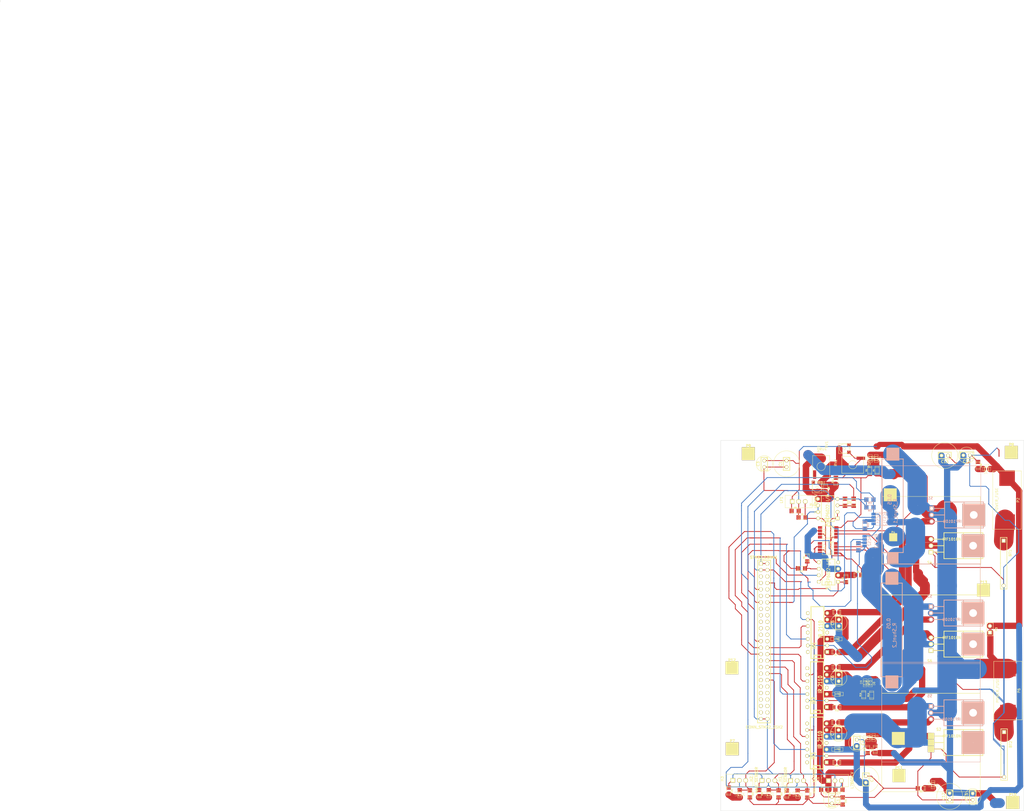
<source format=kicad_pcb>
(kicad_pcb (version 3) (host pcbnew "(22-Jun-2014 BZR 4027)-stable")
  (layers (15 F.Cu signal) (0 B.Cu signal) (18 B.Paste user) (19 F.Paste user) (20 B.SilkS user) (21 F.SilkS user) (22 B.Mask user) (23 F.Mask user) (28 Edge.Cuts user))
  (net 0 "")
  (net 1 +3.3V)
  (net 2 +48V)
  (net 3 +5V)
  (net 4 GND)
  (net 5 N-000001)
  (net 6 N-0000010)
  (net 7 N-00000100)
  (net 8 N-00000103)
  (net 9 N-00000104)
  (net 10 N-00000107)
  (net 11 N-0000011)
  (net 12 N-00000110)
  (net 13 N-00000111)
  (net 14 N-00000116)
  (net 15 N-00000117)
  (net 16 N-00000118)
  (net 17 N-0000012)
  (net 18 N-0000013)
  (net 19 N-0000014)
  (net 20 N-0000015)
  (net 21 N-0000017)
  (net 22 N-0000018)
  (net 23 N-0000019)
  (net 24 N-000002)
  (net 25 N-0000020)
  (net 26 N-0000021)
  (net 27 N-0000022)
  (net 28 N-0000026)
  (net 29 N-0000028)
  (net 30 N-0000029)
  (net 31 N-000003)
  (net 32 N-0000030)
  (net 33 N-0000031)
  (net 34 N-0000032)
  (net 35 N-0000033)
  (net 36 N-0000034)
  (net 37 N-0000035)
  (net 38 N-0000036)
  (net 39 N-0000037)
  (net 40 N-0000038)
  (net 41 N-000004)
  (net 42 N-0000040)
  (net 43 N-0000044)
  (net 44 N-000005)
  (net 45 N-000006)
  (net 46 N-0000068)
  (net 47 N-000007)
  (net 48 N-0000074)
  (net 49 N-0000076)
  (net 50 N-000008)
  (net 51 N-0000081)
  (net 52 N-0000082)
  (net 53 N-0000083)
  (net 54 N-0000084)
  (net 55 N-0000085)
  (net 56 N-0000086)
  (net 57 N-0000088)
  (net 58 N-000009)
  (net 59 N-0000097)
  (net 60 VCC)
  (net 61 VDD)
  (module R_1206 (layer F.Cu) (at 205.994 118.6688 90)
    (fp_text reference R9 (at 0.0254 -1.2954 90) (layer F.SilkS) (effects (font (size 0.50038 0.50038) (thickness 0.11938))))
    (fp_text value 1k hide)
    (pad 1 smd rect (at 1.397 0 90) (size 1.6002 1.8034) (layers F.Cu F.Paste F.Mask) (net 40 N-0000038))
    (pad 2 smd rect (at -1.397 0 90) (size 1.6002 1.8034) (layers F.Cu F.Paste F.Mask) (net 21 N-0000017))
  )
  (module fuse_holder_SMD (layer F.Cu) (at 269.5702 162.6108 270)
    (fp_text reference P6 (at 0 -4.318 270) (layer F.SilkS))
    (fp_text value POWER_FUSE (at 0 4.064 270) (layer F.SilkS))
    (pad 2 smd rect (at 8.636 0 270) (size 6.096 6.096) (layers F.Cu F.Paste F.Mask) (net 18 N-0000013))
    (pad 1 smd rect (at -8.636 0 270) (size 6.096 6.096) (layers F.Cu F.Paste F.Mask) (net 2 +48V))
  )
  (module TO220_Big_Heat_Sink_Drain_Sink (layer F.Cu) (at 239.395 183.007)
    (fp_text reference S2 (at 3.0226 -5.1562) (layer F.SilkS) (effects (font (size 1.016 1.016) (thickness 0.2032))))
    (fp_text value IRF1010N (at 8.128 -2.54) (layer F.SilkS) (effects (font (size 1.016 1.016) (thickness 0.2032))))
    (pad 1 thru_hole rect (at 0 2.54) (size 2.4638 2.4638) (drill 0.127) (layers *.Cu *.Mask F.SilkS) (net 4 GND))
    (pad 2 thru_hole rect (at 0 -2.54) (size 2.4638 2.4638) (drill 0.127) (layers *.Cu *.Mask F.SilkS) (net 12 N-00000110))
    (pad 3 thru_hole rect (at 0 0) (size 2.4638 2.4638) (drill 0.127) (layers *.Cu *.Mask F.SilkS) (net 49 N-0000076))
    (pad 3 thru_hole rect (at 16.51 0) (size 8.89 8.89) (drill 0.127) (layers *.Cu *.SilkS *.Mask) (net 49 N-0000076))
  )
  (module R_Shunt (layer B.Cu) (at 224.4344 89.9414 270)
    (fp_text reference R_Shunt_1 (at 2.286 -1.016 270) (layer B.SilkS) (effects (font (size 1.397 1.27) (thickness 0.2032)) (justify mirror)))
    (fp_text value 0.05 (at -2.286 1.27 270) (layer B.SilkS) (effects (font (size 1.397 1.27) (thickness 0.2032)) (justify mirror)))
    (pad 1 thru_hole rect (at -20.066 0 270) (size 5.08 5.08) (drill 0.127) (layers *.Cu *.Mask B.SilkS) (net 48 N-0000074))
    (pad 2 thru_hole rect (at 20.574 0 270) (size 4.445 4.445) (drill 0.127) (layers *.Cu *.Mask B.SilkS) (net 34 N-0000032))
  )
  (module R_Shunt (layer B.Cu) (at 224.0534 138.6332 270)
    (fp_text reference R_Shunt_2 (at 2.286 -1.016 270) (layer B.SilkS) (effects (font (size 1.397 1.27) (thickness 0.2032)) (justify mirror)))
    (fp_text value 0.05 (at -2.286 1.27 270) (layer B.SilkS) (effects (font (size 1.397 1.27) (thickness 0.2032)) (justify mirror)))
    (pad 1 thru_hole rect (at -20.066 0 270) (size 5.08 5.08) (drill 0.127) (layers *.Cu *.Mask B.SilkS) (net 46 N-0000068))
    (pad 2 thru_hole rect (at 20.574 0 270) (size 5.08 5.08) (drill 0.127) (layers *.Cu *.Mask B.SilkS) (net 53 N-0000083))
  )
  (module PIN_ARRAY_1 (layer F.Cu) (at 223.4184 85.8266)
    (fp_text reference P1 (at 0 -1.905) (layer F.SilkS) (effects (font (size 0.762 0.762) (thickness 0.1524))))
    (fp_text value CONN_1 hide)
    (pad 1 thru_hole rect (at 0 0) (size 5.08 5.08) (drill 0.127) (layers *.Cu *.Mask F.SilkS) (net 51 N-0000081))
  )
  (module PIN_ARRAY_1 (layer F.Cu) (at 224.5614 102.4636)
    (fp_text reference P4 (at 0 -1.905) (layer F.SilkS) (effects (font (size 0.762 0.762) (thickness 0.1524))))
    (fp_text value CONN_1 hide)
    (pad 1 thru_hole rect (at 0 0) (size 3.175 3.175) (drill 0.127) (layers *.Cu *.Mask F.SilkS) (net 52 N-0000082))
  )
  (module PIN_ARRAY_1 (layer F.Cu) (at 226.568 181.3814 90)
    (fp_text reference P5 (at 0 -1.905 90) (layer F.SilkS) (effects (font (size 0.762 0.762) (thickness 0.1524))))
    (fp_text value CONN_1 hide)
    (pad 1 thru_hole rect (at 0 0 90) (size 5.08 5.08) (drill 0.127) (layers *.Cu *.Mask F.SilkS) (net 49 N-0000076))
  )
  (module 1pin (layer F.Cu) (at 161.3154 153.6954)
    (fp_text reference P12 (at 0 -3.048) (layer F.SilkS) (effects (font (size 1.016 1.016) (thickness 0.254))))
    (fp_text value CONN_1 hide)
    (pad 1 thru_hole rect (at 0 0) (size 5.08 5.08) (drill 0.127) (layers *.Cu *.Mask F.SilkS))
  )
  (module 1pin (layer F.Cu) (at 161.4424 185.4454)
    (fp_text reference P7 (at 0 -3.048) (layer F.SilkS) (effects (font (size 1.016 1.016) (thickness 0.254))))
    (fp_text value CONN_1 hide)
    (pad 1 thru_hole rect (at 0 0) (size 5.08 5.08) (drill 0.127) (layers *.Cu *.Mask F.SilkS))
  )
  (module 1pin (layer F.Cu) (at 270.9164 69.1896)
    (fp_text reference P8 (at 0 -3.048) (layer F.SilkS) (effects (font (size 1.016 1.016) (thickness 0.254))))
    (fp_text value CONN_1 hide)
    (pad 1 thru_hole rect (at 0 0) (size 5.08 5.08) (drill 0.127) (layers *.Cu *.Mask F.SilkS))
  )
  (module 1pin (layer F.Cu) (at 167.7543 69.6976)
    (fp_text reference P9 (at 0 -3.048) (layer F.SilkS) (effects (font (size 1.016 1.016) (thickness 0.254))))
    (fp_text value CONN_1 hide)
    (pad 1 thru_hole rect (at 0 0) (size 5.08 5.08) (drill 0.127) (layers *.Cu *.Mask F.SilkS))
  )
  (module 1pin (layer F.Cu) (at 271.4498 206.502)
    (fp_text reference P10 (at 0 -3.048) (layer F.SilkS) (effects (font (size 1.016 1.016) (thickness 0.254))))
    (fp_text value CONN_1 hide)
    (pad 1 thru_hole rect (at 0 0) (size 5.08 5.08) (drill 0.127) (layers *.Cu *.Mask F.SilkS))
  )
  (module 1pin (layer F.Cu) (at 226.822 195.961)
    (fp_text reference P11 (at 0 -3.048) (layer F.SilkS) (effects (font (size 1.016 1.016) (thickness 0.254))))
    (fp_text value CONN_1 hide)
    (pad 1 thru_hole rect (at 0 0) (size 5.08 5.08) (drill 0.127) (layers *.Cu *.Mask F.SilkS))
  )
  (module 1pin (layer F.Cu) (at 259.969 123.19)
    (fp_text reference P13 (at 0 -3.048) (layer F.SilkS) (effects (font (size 1.016 1.016) (thickness 0.254))))
    (fp_text value CONN_1 hide)
    (pad 1 thru_hole rect (at 0 0) (size 5.08 5.08) (drill 0.127) (layers *.Cu *.Mask F.SilkS))
  )
  (module ACS712 (layer B.Cu) (at 220.0402 95.3008 270)
    (fp_text reference ACS1 (at 0 1.27 270) (layer B.SilkS) (effects (font (size 1.143 1.016) (thickness 0.127)) (justify mirror)))
    (fp_text value ACS712 (at 0 -1.27 270) (layer B.SilkS) (effects (font (size 1.016 1.016) (thickness 0.127)) (justify mirror)))
    (pad 8 smd rect (at -1.905 3.175 270) (size 1.016 1.651) (layers B.Cu B.Paste B.Mask) (net 3 +5V))
    (pad 7 smd rect (at -0.635 3.175 270) (size 1.016 1.651) (layers B.Cu B.Paste B.Mask) (net 43 N-0000044))
    (pad 6 smd rect (at 0.635 3.175 270) (size 1.016 1.651) (layers B.Cu B.Paste B.Mask) (net 20 N-0000015))
    (pad 5 smd rect (at 1.905 3.175 270) (size 1.016 1.651) (layers B.Cu B.Paste B.Mask) (net 4 GND))
    (pad 4 smd rect (at 1.905 -3.175 270) (size 1.016 1.651) (layers B.Cu B.Paste B.Mask) (net 34 N-0000032))
    (pad 3 smd rect (at 0.635 -3.175 270) (size 1.016 1.651) (layers B.Cu B.Paste B.Mask) (net 34 N-0000032))
    (pad 2 smd rect (at -0.635 -3.175 270) (size 1.016 1.651) (layers B.Cu B.Paste B.Mask) (net 51 N-0000081))
    (pad 1 smd rect (at -1.905 -3.175 270) (size 1.016 1.651) (layers B.Cu B.Paste B.Mask) (net 51 N-0000081))
  )
  (module ACS712 (layer B.Cu) (at 216.535 103.9876 270)
    (fp_text reference ACS2 (at 0 1.27 270) (layer B.SilkS) (effects (font (size 1.143 1.016) (thickness 0.127)) (justify mirror)))
    (fp_text value ACS712 (at 0 -1.27 270) (layer B.SilkS) (effects (font (size 1.016 1.016) (thickness 0.127)) (justify mirror)))
    (pad 8 smd rect (at -1.905 3.175 270) (size 1.016 1.651) (layers B.Cu B.Paste B.Mask) (net 3 +5V))
    (pad 7 smd rect (at -0.635 3.175 270) (size 1.016 1.651) (layers B.Cu B.Paste B.Mask) (net 57 N-0000088))
    (pad 6 smd rect (at 0.635 3.175 270) (size 1.016 1.651) (layers B.Cu B.Paste B.Mask) (net 54 N-0000084))
    (pad 5 smd rect (at 1.905 3.175 270) (size 1.016 1.651) (layers B.Cu B.Paste B.Mask) (net 4 GND))
    (pad 4 smd rect (at 1.905 -3.175 270) (size 1.016 1.651) (layers B.Cu B.Paste B.Mask) (net 53 N-0000083))
    (pad 3 smd rect (at 0.635 -3.175 270) (size 1.016 1.651) (layers B.Cu B.Paste B.Mask) (net 53 N-0000083))
    (pad 2 smd rect (at -0.635 -3.175 270) (size 1.016 1.651) (layers B.Cu B.Paste B.Mask) (net 52 N-0000082))
    (pad 1 smd rect (at -1.905 -3.175 270) (size 1.016 1.651) (layers B.Cu B.Paste B.Mask) (net 52 N-0000082))
  )
  (module c_1206 (layer B.Cu) (at 215.4428 87.7316)
    (fp_text reference C20 (at 0.0254 1.2954) (layer B.SilkS) (effects (font (size 0.50038 0.50038) (thickness 0.11938)) (justify mirror)))
    (fp_text value 0.1uF hide)
    (pad 1 smd rect (at 1.397 0) (size 1.6002 1.8034) (layers B.Cu B.Paste B.Mask) (net 3 +5V))
    (pad 2 smd rect (at -1.397 0) (size 1.6002 1.8034) (layers B.Cu B.Paste B.Mask) (net 4 GND))
  )
  (module c_1206 (layer B.Cu) (at 215.4428 90.7288)
    (fp_text reference C18 (at 0.0254 1.2954) (layer B.SilkS) (effects (font (size 0.50038 0.50038) (thickness 0.11938)) (justify mirror)))
    (fp_text value 0.1uF hide)
    (pad 1 smd rect (at 1.397 0) (size 1.6002 1.8034) (layers B.Cu B.Paste B.Mask) (net 3 +5V))
    (pad 2 smd rect (at -1.397 0) (size 1.6002 1.8034) (layers B.Cu B.Paste B.Mask) (net 4 GND))
  )
  (module c_1206 (layer B.Cu) (at 213.4616 97.7138 90)
    (fp_text reference C19 (at 0.0254 1.2954 90) (layer B.SilkS) (effects (font (size 0.50038 0.50038) (thickness 0.11938)) (justify mirror)))
    (fp_text value 1nF hide)
    (pad 1 smd rect (at 1.397 0 90) (size 1.6002 1.8034) (layers B.Cu B.Paste B.Mask) (net 20 N-0000015))
    (pad 2 smd rect (at -1.397 0 90) (size 1.6002 1.8034) (layers B.Cu B.Paste B.Mask) (net 4 GND))
  )
  (module c_1206 (layer B.Cu) (at 210.9216 106.1974 90)
    (fp_text reference C21 (at 0.0254 1.2954 90) (layer B.SilkS) (effects (font (size 0.50038 0.50038) (thickness 0.11938)) (justify mirror)))
    (fp_text value 1nF hide)
    (pad 1 smd rect (at 1.397 0 90) (size 1.6002 1.8034) (layers B.Cu B.Paste B.Mask) (net 54 N-0000084))
    (pad 2 smd rect (at -1.397 0 90) (size 1.6002 1.8034) (layers B.Cu B.Paste B.Mask) (net 4 GND))
  )
  (module TO220_Big_Heat_Sink_Drain_Sink (layer B.Cu) (at 239.649 93.726)
    (fp_text reference S1 (at -0.508 -6.604) (layer B.SilkS) (effects (font (size 1.016 1.016) (thickness 0.2032)) (justify mirror)))
    (fp_text value IRF1010N (at 8.128 2.54) (layer B.SilkS) (effects (font (size 1.016 1.016) (thickness 0.2032)) (justify mirror)))
    (pad 1 thru_hole rect (at 0 -2.54) (size 1.778 1.778) (drill 1.143) (layers *.Cu *.Mask B.SilkS) (net 48 N-0000074))
    (pad 2 thru_hole circle (at 0 2.54) (size 1.778 1.778) (drill 1.143) (layers *.Cu *.Mask B.SilkS) (net 9 N-00000104))
    (pad 3 thru_hole circle (at 0 0) (size 1.778 1.778) (drill 1.143) (layers *.Cu *.Mask B.SilkS) (net 2 +48V))
    (pad 3 thru_hole rect (at 16.51 0) (size 8.89 8.89) (drill 3.048) (layers *.Cu *.SilkS *.Mask) (net 2 +48V))
  )
  (module TO220_Big_Heat_Sink_Drain_Sink (layer B.Cu) (at 239.395 132.207)
    (fp_text reference S3 (at -0.508 -6.604) (layer B.SilkS) (effects (font (size 1.016 1.016) (thickness 0.2032)) (justify mirror)))
    (fp_text value IRF1010N (at 8.128 2.54) (layer B.SilkS) (effects (font (size 1.016 1.016) (thickness 0.2032)) (justify mirror)))
    (pad 1 thru_hole rect (at 0 -2.54) (size 1.778 1.778) (drill 1.143) (layers *.Cu *.Mask B.SilkS) (net 46 N-0000068))
    (pad 2 thru_hole circle (at 0 2.54) (size 1.778 1.778) (drill 1.143) (layers *.Cu *.Mask B.SilkS) (net 59 N-0000097))
    (pad 3 thru_hole circle (at 0 0) (size 1.778 1.778) (drill 1.143) (layers *.Cu *.Mask B.SilkS) (net 2 +48V))
    (pad 3 thru_hole rect (at 16.51 0) (size 8.89 8.89) (drill 3.048) (layers *.Cu *.SilkS *.Mask) (net 2 +48V))
  )
  (module TO220_Big_Heat_Sink_Drain_Sink (layer B.Cu) (at 239.395 171.323)
    (fp_text reference S5 (at -0.508 -6.604) (layer B.SilkS) (effects (font (size 1.016 1.016) (thickness 0.2032)) (justify mirror)))
    (fp_text value IRF1010N (at 8.128 2.54) (layer B.SilkS) (effects (font (size 1.016 1.016) (thickness 0.2032)) (justify mirror)))
    (pad 1 thru_hole rect (at 0 -2.54) (size 1.778 1.778) (drill 1.143) (layers *.Cu *.Mask B.SilkS) (net 49 N-0000076))
    (pad 2 thru_hole circle (at 0 2.54) (size 1.778 1.778) (drill 1.143) (layers *.Cu *.Mask B.SilkS) (net 13 N-00000111))
    (pad 3 thru_hole circle (at 0 0) (size 1.778 1.778) (drill 1.143) (layers *.Cu *.Mask B.SilkS) (net 2 +48V))
    (pad 3 thru_hole rect (at 16.51 0) (size 8.89 8.89) (drill 3.048) (layers *.Cu *.SilkS *.Mask) (net 2 +48V))
  )
  (module 6mm_C (layer F.Cu) (at 174.0154 73.6854 270)
    (fp_text reference C3 (at 0 2.413 270) (layer F.SilkS) (effects (font (size 1.016 1.016) (thickness 0.2032))))
    (fp_text value 100uF hide)
    (pad 1 thru_hole circle (at -1.27 0 270) (size 1.397 1.397) (drill 0.8128) (layers *.Cu *.Mask F.SilkS) (net 60 VCC))
    (pad 2 thru_hole circle (at 1.27 0 270) (size 1.397 1.397) (drill 0.8128) (layers *.Cu *.Mask F.SilkS) (net 4 GND))
  )
  (module 10mm_C (layer F.Cu) (at 182.7276 73.6854 270)
    (fp_text reference C1 (at 0 2.413 270) (layer F.SilkS) (effects (font (size 1.016 1.016) (thickness 0.2032))))
    (fp_text value 1000uF hide)
    (pad 1 thru_hole circle (at -1.27 0 270) (size 1.397 1.397) (drill 0.8128) (layers *.Cu *.Mask F.SilkS) (net 60 VCC))
    (pad 2 thru_hole circle (at 1.27 0 270) (size 1.397 1.397) (drill 0.8128) (layers *.Cu *.Mask F.SilkS) (net 4 GND))
  )
  (module 10mm_C (layer F.Cu) (at 244.7798 70.4088)
    (fp_text reference C13 (at 0 2.413) (layer F.SilkS) (effects (font (size 1.016 1.016) (thickness 0.2032))))
    (fp_text value 1000uF hide)
    (pad 1 thru_hole circle (at -1.27 0) (size 1.397 1.397) (drill 0.8128) (layers *.Cu *.Mask F.SilkS) (net 2 +48V))
    (pad 2 thru_hole circle (at 1.27 0) (size 1.397 1.397) (drill 0.8128) (layers *.Cu *.Mask F.SilkS) (net 4 GND))
  )
  (module 6mm_C (layer F.Cu) (at 253.3396 70.3072)
    (fp_text reference C14 (at 0 2.413) (layer F.SilkS) (effects (font (size 1.016 1.016) (thickness 0.2032))))
    (fp_text value 100uF hide)
    (pad 1 thru_hole circle (at -1.27 0) (size 1.397 1.397) (drill 0.8128) (layers *.Cu *.Mask F.SilkS) (net 2 +48V))
    (pad 2 thru_hole circle (at 1.27 0) (size 1.397 1.397) (drill 0.8128) (layers *.Cu *.Mask F.SilkS) (net 4 GND))
  )
  (module 6mm_C (layer F.Cu) (at 255.76276 204.2414 270)
    (fp_text reference C15 (at 0 2.413 270) (layer F.SilkS) (effects (font (size 1.016 1.016) (thickness 0.2032))))
    (fp_text value 100uF hide)
    (pad 1 thru_hole circle (at -1.27 0 270) (size 1.397 1.397) (drill 0.8128) (layers *.Cu *.Mask F.SilkS) (net 2 +48V))
    (pad 2 thru_hole circle (at 1.27 0 270) (size 1.397 1.397) (drill 0.8128) (layers *.Cu *.Mask F.SilkS) (net 4 GND))
  )
  (module 10mm_C (layer F.Cu) (at 246.7102 204.12964 270)
    (fp_text reference C12 (at 0 2.413 270) (layer F.SilkS) (effects (font (size 1.016 1.016) (thickness 0.2032))))
    (fp_text value 1000uF hide)
    (pad 1 thru_hole circle (at -1.27 0 270) (size 1.397 1.397) (drill 0.8128) (layers *.Cu *.Mask F.SilkS) (net 2 +48V))
    (pad 2 thru_hole circle (at 1.27 0 270) (size 1.397 1.397) (drill 0.8128) (layers *.Cu *.Mask F.SilkS) (net 4 GND))
  )
  (module 10mm_C (layer F.Cu) (at 213.8426 197.4596 90)
    (fp_text reference C2 (at 0 2.413 90) (layer F.SilkS) (effects (font (size 1.016 1.016) (thickness 0.2032))))
    (fp_text value 1000uF hide)
    (pad 1 thru_hole circle (at -1.27 0 90) (size 1.397 1.397) (drill 0.8128) (layers *.Cu *.Mask F.SilkS) (net 60 VCC))
    (pad 2 thru_hole circle (at 1.27 0 90) (size 1.397 1.397) (drill 0.8128) (layers *.Cu *.Mask F.SilkS) (net 4 GND))
  )
  (module 6mm_C (layer F.Cu) (at 200.5076 205.5876 90)
    (fp_text reference C17 (at 0 2.413 90) (layer F.SilkS) (effects (font (size 1.016 1.016) (thickness 0.2032))))
    (fp_text value 100uF hide)
    (pad 1 thru_hole circle (at -1.27 0 90) (size 1.397 1.397) (drill 0.8128) (layers *.Cu *.Mask F.SilkS) (net 61 VDD))
    (pad 2 thru_hole circle (at 1.27 0 90) (size 1.397 1.397) (drill 0.8128) (layers *.Cu *.Mask F.SilkS) (net 4 GND))
  )
  (module 6mm_C (layer F.Cu) (at 210.2866 183.134 90)
    (fp_text reference C4 (at 0 2.413 90) (layer F.SilkS) (effects (font (size 1.016 1.016) (thickness 0.2032))))
    (fp_text value 100uF hide)
    (pad 1 thru_hole circle (at -1.27 0 90) (size 1.397 1.397) (drill 0.8128) (layers *.Cu *.Mask F.SilkS) (net 60 VCC))
    (pad 2 thru_hole circle (at 1.27 0 90) (size 1.397 1.397) (drill 0.8128) (layers *.Cu *.Mask F.SilkS) (net 4 GND))
  )
  (module 6mm_C (layer F.Cu) (at 203.1238 179.3494 270)
    (fp_text reference C7 (at 0 2.413 270) (layer F.SilkS) (effects (font (size 1.016 1.016) (thickness 0.2032))))
    (fp_text value 100u hide)
    (pad 1 thru_hole circle (at -1.27 0 270) (size 1.397 1.397) (drill 0.8128) (layers *.Cu *.Mask F.SilkS) (net 37 N-0000035))
    (pad 2 thru_hole circle (at 1.27 0 270) (size 1.397 1.397) (drill 0.8128) (layers *.Cu *.Mask F.SilkS) (net 49 N-0000076))
  )
  (module 6mm_C (layer F.Cu) (at 203.2 157.6578 270)
    (fp_text reference C6 (at 0 2.413 270) (layer F.SilkS) (effects (font (size 1.016 1.016) (thickness 0.2032))))
    (fp_text value 100uF hide)
    (pad 1 thru_hole circle (at -1.27 0 270) (size 1.397 1.397) (drill 0.8128) (layers *.Cu *.Mask F.SilkS) (net 33 N-0000031))
    (pad 2 thru_hole circle (at 1.27 0 270) (size 1.397 1.397) (drill 0.8128) (layers *.Cu *.Mask F.SilkS) (net 46 N-0000068))
  )
  (module 6mm_C (layer F.Cu) (at 203.2508 136.0424 270)
    (fp_text reference C5 (at 0 2.413 270) (layer F.SilkS) (effects (font (size 1.016 1.016) (thickness 0.2032))))
    (fp_text value 100uF hide)
    (pad 1 thru_hole circle (at -1.27 0 270) (size 1.397 1.397) (drill 0.8128) (layers *.Cu *.Mask F.SilkS) (net 47 N-000007))
    (pad 2 thru_hole circle (at 1.27 0 270) (size 1.397 1.397) (drill 0.8128) (layers *.Cu *.Mask F.SilkS) (net 48 N-0000074))
  )
  (module Trimmer_20K_1.5mmW_4.5mmL_3.8mmH (layer F.Cu) (at 205.4098 67.7164 90)
    (fp_text reference RV1 (at 1.5875 -6.9342 90) (layer F.SilkS))
    (fp_text value POT (at -0.254 -9.9568 90) (layer F.SilkS))
    (pad 1 smd rect (at 0 -2.0066 90) (size 2.3876 1.0922) (layers F.Cu F.Paste F.Mask) (net 28 N-0000026))
    (pad 2 smd rect (at -1.4478 1.8034 90) (size 1.2954 1.4986) (layers F.Cu F.Paste F.Mask) (net 4 GND))
    (pad 3 smd rect (at 1.4478 1.8034 90) (size 1.2954 1.4986) (layers F.Cu F.Paste F.Mask))
  )
  (module Trimmer_100K_5.21mmW_6.71mmL (layer F.Cu) (at 208.6864 74.041 90)
    (fp_text reference RV2 (at 0.762 -6.6802 90) (layer F.SilkS))
    (fp_text value POT (at 0.2286 6.477 90) (layer F.SilkS))
    (pad 1 smd rect (at 0 -3.1877 90) (size 1.2192 3.3274) (layers F.Cu F.Paste F.Mask) (net 28 N-0000026))
    (pad 2 smd rect (at 2.54 3.1877 90) (size 1.2192 3.3274) (layers F.Cu F.Paste F.Mask) (net 4 GND))
    (pad 3 smd rect (at -2.54 3.1877 90) (size 1.2192 3.3274) (layers F.Cu F.Paste F.Mask))
  )
  (module Trimmer_100K_5.21mmW_6.71mmL (layer F.Cu) (at 196.2912 74.7014)
    (fp_text reference RV4 (at 0.762 -6.6802) (layer F.SilkS))
    (fp_text value POT (at 0.2286 6.477) (layer F.SilkS))
    (pad 1 smd rect (at 0 -3.1877) (size 1.2192 3.3274) (layers F.Cu F.Paste F.Mask) (net 2 +48V))
    (pad 2 smd rect (at 2.54 3.1877) (size 1.2192 3.3274) (layers F.Cu F.Paste F.Mask) (net 28 N-0000026))
    (pad 3 smd rect (at -2.54 3.1877) (size 1.2192 3.3274) (layers F.Cu F.Paste F.Mask))
  )
  (module Trimmer_20K_1.5mmW_4.5mmL_3.8mmH (layer F.Cu) (at 194.691 82.8294 180)
    (fp_text reference RV3 (at 1.5875 -6.9342 180) (layer F.SilkS))
    (fp_text value POT (at -0.254 -9.9568 180) (layer F.SilkS))
    (pad 1 smd rect (at 0 -2.0066 180) (size 2.3876 1.0922) (layers F.Cu F.Paste F.Mask) (net 2 +48V))
    (pad 2 smd rect (at -1.4478 1.8034 180) (size 1.2954 1.4986) (layers F.Cu F.Paste F.Mask) (net 28 N-0000026))
    (pad 3 smd rect (at 1.4478 1.8034 180) (size 1.2954 1.4986) (layers F.Cu F.Paste F.Mask))
  )
  (module R_1206 (layer F.Cu) (at 198.0438 83.1342 270)
    (fp_text reference R6 (at 0.0254 -1.2954 270) (layer F.SilkS) (effects (font (size 0.50038 0.50038) (thickness 0.11938))))
    (fp_text value 3.9k hide)
    (pad 1 smd rect (at 1.397 0 270) (size 1.6002 1.8034) (layers F.Cu F.Paste F.Mask) (net 2 +48V))
    (pad 2 smd rect (at -1.397 0 270) (size 1.6002 1.8034) (layers F.Cu F.Paste F.Mask) (net 28 N-0000026))
  )
  (module R_1206 (layer F.Cu) (at 202.0824 80.5434 90)
    (fp_text reference R10 (at 0.0254 -1.2954 90) (layer F.SilkS) (effects (font (size 0.50038 0.50038) (thickness 0.11938))))
    (fp_text value 1k hide)
    (pad 1 smd rect (at 1.397 0 90) (size 1.6002 1.8034) (layers F.Cu F.Paste F.Mask) (net 4 GND))
    (pad 2 smd rect (at -1.397 0 90) (size 1.6002 1.8034) (layers F.Cu F.Paste F.Mask) (net 28 N-0000026))
  )
  (module R_1206 (layer F.Cu) (at 209.0674 88.7476 90)
    (fp_text reference R7 (at 0.0254 -1.2954 90) (layer F.SilkS) (effects (font (size 0.50038 0.50038) (thickness 0.11938))))
    (fp_text value 1k hide)
    (pad 1 smd rect (at 1.397 0 90) (size 1.6002 1.8034) (layers F.Cu F.Paste F.Mask) (net 61 VDD))
    (pad 2 smd rect (at -1.397 0 90) (size 1.6002 1.8034) (layers F.Cu F.Paste F.Mask) (net 29 N-0000028))
  )
  (module R_1206 (layer F.Cu) (at 205.6638 88.7476 270)
    (fp_text reference R12 (at 0.0254 -1.2954 270) (layer F.SilkS) (effects (font (size 0.50038 0.50038) (thickness 0.11938))))
    (fp_text value 1k hide)
    (pad 1 smd rect (at 1.397 0 270) (size 1.6002 1.8034) (layers F.Cu F.Paste F.Mask) (net 29 N-0000028))
    (pad 2 smd rect (at -1.397 0 270) (size 1.6002 1.8034) (layers F.Cu F.Paste F.Mask) (net 4 GND))
  )
  (module DIP-8__300 (layer F.Cu) (at 198.9074 91.2622 90)
    (fp_text reference M2 (at -6.35 0 180) (layer F.SilkS) (effects (font (size 1.27 1.143) (thickness 0.2032))))
    (fp_text value MCP6022-I/P (at 0 0 90) (layer F.SilkS) (effects (font (size 1.27 1.016) (thickness 0.2032))))
    (pad 1 thru_hole rect (at -3.81 3.81 90) (size 1.397 1.397) (drill 0.8128) (layers *.Cu *.Mask F.SilkS) (net 7 N-00000100))
    (pad 2 thru_hole circle (at -1.27 3.81 90) (size 1.397 1.397) (drill 0.8128) (layers *.Cu *.Mask F.SilkS) (net 7 N-00000100))
    (pad 3 thru_hole circle (at 1.27 3.81 90) (size 1.397 1.397) (drill 0.8128) (layers *.Cu *.Mask F.SilkS) (net 29 N-0000028))
    (pad 4 thru_hole circle (at 3.81 3.81 90) (size 1.397 1.397) (drill 0.8128) (layers *.Cu *.Mask F.SilkS) (net 4 GND))
    (pad 5 thru_hole circle (at 3.81 -3.81 90) (size 1.397 1.397) (drill 0.8128) (layers *.Cu *.Mask F.SilkS) (net 28 N-0000026))
    (pad 6 thru_hole circle (at 1.27 -3.81 90) (size 1.397 1.397) (drill 0.8128) (layers *.Cu *.Mask F.SilkS) (net 50 N-000008))
    (pad 7 thru_hole circle (at -1.27 -3.81 90) (size 1.397 1.397) (drill 0.8128) (layers *.Cu *.Mask F.SilkS) (net 50 N-000008))
    (pad 8 thru_hole circle (at -3.81 -3.81 90) (size 1.397 1.397) (drill 0.8128) (layers *.Cu *.Mask F.SilkS) (net 1 +3.3V))
  )
  (module c_1206 (layer F.Cu) (at 186.1058 92.1512)
    (fp_text reference C8 (at 0.0254 -1.2954) (layer F.SilkS) (effects (font (size 0.50038 0.50038) (thickness 0.11938))))
    (fp_text value 0.1uF hide)
    (pad 1 smd rect (at 1.397 0) (size 1.6002 1.8034) (layers F.Cu F.Paste F.Mask) (net 4 GND))
    (pad 2 smd rect (at -1.397 0) (size 1.6002 1.8034) (layers F.Cu F.Paste F.Mask) (net 60 VCC))
  )
  (module c_1206 (layer F.Cu) (at 188.8236 94.6912)
    (fp_text reference C9 (at 0.0254 -1.2954) (layer F.SilkS) (effects (font (size 0.50038 0.50038) (thickness 0.11938))))
    (fp_text value 2.2uF hide)
    (pad 1 smd rect (at 1.397 0) (size 1.6002 1.8034) (layers F.Cu F.Paste F.Mask) (net 1 +3.3V))
    (pad 2 smd rect (at -1.397 0) (size 1.6002 1.8034) (layers F.Cu F.Paste F.Mask) (net 4 GND))
  )
  (module TO220_small_Heatsink_stand_reduced_area (layer F.Cu) (at 187.5028 88.4682 270)
    (fp_text reference LF1 (at -0.635 6.731 270) (layer F.SilkS) (effects (font (size 1.016 1.016) (thickness 0.2032))))
    (fp_text value LF33CV (at -0.127 -6.731 270) (layer F.SilkS) (effects (font (size 1.016 1.016) (thickness 0.2032))))
    (pad 1 thru_hole rect (at 0 2.54 270) (size 1.778 1.778) (drill 1.143) (layers *.Cu *.Mask F.SilkS) (net 60 VCC))
    (pad 2 thru_hole circle (at 0 -2.54 270) (size 1.778 1.778) (drill 1.143) (layers *.Cu *.Mask F.SilkS) (net 1 +3.3V))
    (pad 3 thru_hole circle (at 0 0 270) (size 1.778 1.778) (drill 1.143) (layers *.Cu *.Mask F.SilkS) (net 4 GND))
  )
  (module R_1206 (layer F.Cu) (at 218.2368 76.2254 90)
    (fp_text reference R1 (at 0.0254 -1.2954 90) (layer F.SilkS) (effects (font (size 0.50038 0.50038) (thickness 0.11938))))
    (fp_text value 1k hide)
    (pad 1 smd rect (at 1.397 0 90) (size 1.6002 1.8034) (layers F.Cu F.Paste F.Mask) (net 26 N-0000021))
    (pad 2 smd rect (at -1.397 0 90) (size 1.6002 1.8034) (layers F.Cu F.Paste F.Mask) (net 2 +48V))
  )
  (module R_1206 (layer F.Cu) (at 215.3666 76.2762 90)
    (fp_text reference R3 (at 0.0254 -1.2954 90) (layer F.SilkS) (effects (font (size 0.50038 0.50038) (thickness 0.11938))))
    (fp_text value 1k hide)
    (pad 1 smd rect (at 1.397 0 90) (size 1.6002 1.8034) (layers F.Cu F.Paste F.Mask) (net 26 N-0000021))
    (pad 2 smd rect (at -1.397 0 90) (size 1.6002 1.8034) (layers F.Cu F.Paste F.Mask) (net 4 GND))
  )
  (module LED-1206 (layer F.Cu) (at 215.5952 71.5772 90)
    (fp_text reference D11 (at 0.254 -1.524 90) (layer F.SilkS) (effects (font (size 0.762 0.762) (thickness 0.0889))))
    (fp_text value LED (at 0 1.524 90) (layer F.SilkS) (effects (font (size 0.762 0.762) (thickness 0.0889))))
    (pad 1 smd rect (at -1.41986 0 90) (size 1.59766 1.80086) (layers F.Cu F.Paste F.Mask) (net 26 N-0000021))
    (pad 2 smd rect (at 1.41986 0 90) (size 1.59766 1.80086) (layers F.Cu F.Paste F.Mask) (net 48 N-0000074))
  )
  (module LED-1206 (layer F.Cu) (at 217.8812 71.5772 270)
    (fp_text reference D10 (at 0.254 -1.524 270) (layer F.SilkS) (effects (font (size 0.762 0.762) (thickness 0.0889))))
    (fp_text value LED (at 0 1.524 270) (layer F.SilkS) (effects (font (size 0.762 0.762) (thickness 0.0889))))
    (pad 1 smd rect (at -1.41986 0 270) (size 1.59766 1.80086) (layers F.Cu F.Paste F.Mask) (net 48 N-0000074))
    (pad 2 smd rect (at 1.41986 0 270) (size 1.59766 1.80086) (layers F.Cu F.Paste F.Mask) (net 26 N-0000021))
  )
  (module R_1206 (layer F.Cu) (at 257.81 74.3204 270)
    (fp_text reference R28 (at 0.0254 -1.2954 270) (layer F.SilkS) (effects (font (size 0.50038 0.50038) (thickness 0.11938))))
    (fp_text value R hide)
    (pad 1 smd rect (at 1.397 0 270) (size 1.6002 1.8034) (layers F.Cu F.Paste F.Mask) (net 56 N-0000086))
    (pad 2 smd rect (at -1.397 0 270) (size 1.6002 1.8034) (layers F.Cu F.Paste F.Mask) (net 4 GND))
  )
  (module LED-1206 (layer F.Cu) (at 261.1882 75.7174 180)
    (fp_text reference D1 (at 0.254 -1.524 180) (layer F.SilkS) (effects (font (size 0.762 0.762) (thickness 0.0889))))
    (fp_text value LED (at 0 1.524 180) (layer F.SilkS) (effects (font (size 0.762 0.762) (thickness 0.0889))))
    (pad 1 smd rect (at -1.41986 0 180) (size 1.59766 1.80086) (layers F.Cu F.Paste F.Mask) (net 60 VCC))
    (pad 2 smd rect (at 1.41986 0 180) (size 1.59766 1.80086) (layers F.Cu F.Paste F.Mask) (net 56 N-0000086))
  )
  (module fuse_holder_SMD (layer F.Cu) (at 269.24 87.9094 270)
    (fp_text reference P2 (at 0 -4.318 270) (layer F.SilkS))
    (fp_text value POWER_FUSE (at 0 4.064 270) (layer F.SilkS))
    (pad 2 smd rect (at 8.636 0 270) (size 6.096 6.096) (layers F.Cu F.Paste F.Mask) (net 19 N-0000014))
    (pad 1 smd rect (at -8.636 0 270) (size 6.096 6.096) (layers F.Cu F.Paste F.Mask) (net 60 VCC))
  )
  (module TO220_Big_Heat_Sink_Drain_Sink (layer F.Cu) (at 239.395 105.791)
    (fp_text reference S4 (at -0.508 6.604) (layer F.SilkS) (effects (font (size 1.016 1.016) (thickness 0.2032))))
    (fp_text value IRF1010N (at 8.128 -2.54) (layer F.SilkS) (effects (font (size 1.016 1.016) (thickness 0.2032))))
    (pad 1 thru_hole rect (at 0 2.54) (size 1.778 1.778) (drill 1.143) (layers *.Cu *.Mask F.SilkS) (net 4 GND))
    (pad 2 thru_hole circle (at 0 -2.54) (size 1.778 1.778) (drill 1.143) (layers *.Cu *.Mask F.SilkS) (net 10 N-00000107))
    (pad 3 thru_hole circle (at 0 0) (size 1.778 1.778) (drill 1.143) (layers *.Cu *.Mask F.SilkS) (net 48 N-0000074))
    (pad 3 thru_hole rect (at 16.51 0) (size 8.89 8.89) (drill 3.048) (layers *.Cu *.SilkS *.Mask) (net 48 N-0000074))
  )
  (module Battery_2x1 (layer F.Cu) (at 267.8938 113.3602 270)
    (fp_text reference BT1 (at -4.699 -2.54 270) (layer F.SilkS) (effects (font (size 1.016 1.016) (thickness 0.2032))))
    (fp_text value BATTERY_12V hide)
    (pad 1 thru_hole rect (at -9.525 0 270) (size 1.524 1.524) (drill 1.016) (layers *.Cu *.Mask F.SilkS) (net 19 N-0000014))
    (pad 2 thru_hole circle (at 8.128 0 270) (size 1.524 1.524) (drill 1.016) (layers *.Cu *.Mask F.SilkS) (net 4 GND))
  )
  (module TO220_Big_Heat_Sink_Drain_Sink (layer F.Cu) (at 239.395 144.399)
    (fp_text reference S6 (at -0.508 6.604) (layer F.SilkS) (effects (font (size 1.016 1.016) (thickness 0.2032))))
    (fp_text value IRF1010N (at 8.128 -2.54) (layer F.SilkS) (effects (font (size 1.016 1.016) (thickness 0.2032))))
    (pad 1 thru_hole rect (at 0 2.54) (size 1.778 1.778) (drill 1.143) (layers *.Cu *.Mask F.SilkS) (net 4 GND))
    (pad 2 thru_hole circle (at 0 -2.54) (size 1.778 1.778) (drill 1.143) (layers *.Cu *.Mask F.SilkS) (net 8 N-00000103))
    (pad 3 thru_hole circle (at 0 0) (size 1.778 1.778) (drill 1.143) (layers *.Cu *.Mask F.SilkS) (net 46 N-0000068))
    (pad 3 thru_hole rect (at 16.51 0) (size 8.89 8.89) (drill 3.048) (layers *.Cu *.SilkS *.Mask) (net 46 N-0000068))
  )
  (module pin_2 (layer F.Cu) (at 262.50392 138.55954 90)
    (fp_text reference P3 (at 0 2.54 90) (layer F.SilkS) (effects (font (size 0.762 0.762) (thickness 0.1524))))
    (fp_text value CONN_2 hide)
    (pad 1 thru_hole rect (at -1.27 0 90) (size 1.524 1.524) (drill 1.016) (layers *.Cu *.Mask F.SilkS) (net 2 +48V))
    (pad 2 thru_hole circle (at 1.27 0 90) (size 1.524 1.524) (drill 1.016) (layers *.Cu *.Mask F.SilkS) (net 60 VCC))
  )
  (module Battery_2x1 (layer F.Cu) (at 268.0716 188.4172 270)
    (fp_text reference BT2 (at -4.699 -2.54 270) (layer F.SilkS) (effects (font (size 1.016 1.016) (thickness 0.2032))))
    (fp_text value BATTERY_48 hide)
    (pad 1 thru_hole rect (at -9.525 0 270) (size 1.524 1.524) (drill 1.016) (layers *.Cu *.Mask F.SilkS) (net 18 N-0000013))
    (pad 2 thru_hole circle (at 8.128 0 270) (size 1.524 1.524) (drill 1.016) (layers *.Cu *.Mask F.SilkS) (net 4 GND))
  )
  (module R_1206 (layer F.Cu) (at 235.6104 200.9394 180)
    (fp_text reference R27 (at 0.0254 -1.2954 180) (layer F.SilkS) (effects (font (size 0.50038 0.50038) (thickness 0.11938))))
    (fp_text value R hide)
    (pad 1 smd rect (at 1.397 0 180) (size 1.6002 1.8034) (layers F.Cu F.Paste F.Mask) (net 4 GND))
    (pad 2 smd rect (at -1.397 0 180) (size 1.6002 1.8034) (layers F.Cu F.Paste F.Mask) (net 55 N-0000085))
  )
  (module LED-1206 (layer F.Cu) (at 240.1824 199.517 270)
    (fp_text reference D5 (at 0.254 -1.524 270) (layer F.SilkS) (effects (font (size 0.762 0.762) (thickness 0.0889))))
    (fp_text value LED (at 0 1.524 270) (layer F.SilkS) (effects (font (size 0.762 0.762) (thickness 0.0889))))
    (pad 1 smd rect (at -1.41986 0 270) (size 1.59766 1.80086) (layers F.Cu F.Paste F.Mask) (net 2 +48V))
    (pad 2 smd rect (at 1.41986 0 270) (size 1.59766 1.80086) (layers F.Cu F.Paste F.Mask) (net 55 N-0000085))
  )
  (module c_1206 (layer F.Cu) (at 204.7494 205.9178 270)
    (fp_text reference C16 (at 0.0254 -1.2954 270) (layer F.SilkS) (effects (font (size 0.50038 0.50038) (thickness 0.11938))))
    (fp_text value 10uF hide)
    (pad 1 smd rect (at 1.397 0 270) (size 1.6002 1.8034) (layers F.Cu F.Paste F.Mask) (net 61 VDD))
    (pad 2 smd rect (at -1.397 0 270) (size 1.6002 1.8034) (layers F.Cu F.Paste F.Mask) (net 4 GND))
  )
  (module c_1206 (layer F.Cu) (at 203.2889 201.5109 180)
    (fp_text reference C10 (at 0.0254 -1.2954 180) (layer F.SilkS) (effects (font (size 0.50038 0.50038) (thickness 0.11938))))
    (fp_text value 0.1uF hide)
    (pad 1 smd rect (at 1.397 0 180) (size 1.6002 1.8034) (layers F.Cu F.Paste F.Mask) (net 4 GND))
    (pad 2 smd rect (at -1.397 0 180) (size 1.6002 1.8034) (layers F.Cu F.Paste F.Mask) (net 3 +5V))
  )
  (module c_1206 (layer F.Cu) (at 197.7136 201.4982 180)
    (fp_text reference C11 (at 0.0254 -1.2954 180) (layer F.SilkS) (effects (font (size 0.50038 0.50038) (thickness 0.11938))))
    (fp_text value 0.33uF hide)
    (pad 1 smd rect (at 1.397 0 180) (size 1.6002 1.8034) (layers F.Cu F.Paste F.Mask) (net 4 GND))
    (pad 2 smd rect (at -1.397 0 180) (size 1.6002 1.8034) (layers F.Cu F.Paste F.Mask) (net 60 VCC))
  )
  (module TO220_small_Heatsink_stand_reduced_area (layer F.Cu) (at 201.7014 197.9422 270)
    (fp_text reference L1 (at -0.635 6.731 270) (layer F.SilkS) (effects (font (size 1.016 1.016) (thickness 0.2032))))
    (fp_text value L7805CV (at -0.127 -6.731 270) (layer F.SilkS) (effects (font (size 1.016 1.016) (thickness 0.2032))))
    (pad 1 thru_hole rect (at 0 2.54 270) (size 1.778 1.778) (drill 1.143) (layers *.Cu *.Mask F.SilkS) (net 60 VCC))
    (pad 2 thru_hole circle (at 0 -2.54 270) (size 1.778 1.778) (drill 1.143) (layers *.Cu *.Mask F.SilkS) (net 3 +5V))
    (pad 3 thru_hole circle (at 0 0 270) (size 1.778 1.778) (drill 1.143) (layers *.Cu *.Mask F.SilkS) (net 4 GND))
  )
  (module TO220_small_Heatsink_stand_reduced_area (layer F.Cu) (at 186.8805 197.9549 270)
    (fp_text reference H1 (at -0.635 6.731 270) (layer F.SilkS) (effects (font (size 1.016 1.016) (thickness 0.2032))))
    (fp_text value HALL_SENSOR (at -0.127 -6.731 270) (layer F.SilkS) (effects (font (size 1.016 1.016) (thickness 0.2032))))
    (pad 1 thru_hole rect (at 0 2.54 270) (size 1.778 1.778) (drill 1.143) (layers *.Cu *.Mask F.SilkS) (net 4 GND))
    (pad 2 thru_hole circle (at 0 -2.54 270) (size 1.778 1.778) (drill 1.143) (layers *.Cu *.Mask F.SilkS) (net 24 N-000002))
    (pad 3 thru_hole circle (at 0 0 270) (size 1.778 1.778) (drill 1.143) (layers *.Cu *.Mask F.SilkS) (net 3 +5V))
  )
  (module TO220_small_Heatsink_stand_reduced_area (layer F.Cu) (at 175.6283 197.9041 270)
    (fp_text reference H2 (at -0.635 6.731 270) (layer F.SilkS) (effects (font (size 1.016 1.016) (thickness 0.2032))))
    (fp_text value HALL_SENSOR (at -0.127 -6.731 270) (layer F.SilkS) (effects (font (size 1.016 1.016) (thickness 0.2032))))
    (pad 1 thru_hole rect (at 0 2.54 270) (size 1.778 1.778) (drill 1.143) (layers *.Cu *.Mask F.SilkS) (net 4 GND))
    (pad 2 thru_hole circle (at 0 -2.54 270) (size 1.778 1.778) (drill 1.143) (layers *.Cu *.Mask F.SilkS) (net 31 N-000003))
    (pad 3 thru_hole circle (at 0 0 270) (size 1.778 1.778) (drill 1.143) (layers *.Cu *.Mask F.SilkS) (net 3 +5V))
  )
  (module TO220_small_Heatsink_stand_reduced_area (layer F.Cu) (at 164.211 197.8406 270)
    (fp_text reference H3 (at -0.635 6.731 270) (layer F.SilkS) (effects (font (size 1.016 1.016) (thickness 0.2032))))
    (fp_text value HALL_SENSOR (at -0.127 -6.731 270) (layer F.SilkS) (effects (font (size 1.016 1.016) (thickness 0.2032))))
    (pad 1 thru_hole rect (at 0 2.54 270) (size 1.778 1.778) (drill 1.143) (layers *.Cu *.Mask F.SilkS) (net 4 GND))
    (pad 2 thru_hole circle (at 0 -2.54 270) (size 1.778 1.778) (drill 1.143) (layers *.Cu *.Mask F.SilkS) (net 42 N-0000040))
    (pad 3 thru_hole circle (at 0 0 270) (size 1.778 1.778) (drill 1.143) (layers *.Cu *.Mask F.SilkS) (net 3 +5V))
  )
  (module R_1206 (layer F.Cu) (at 190.8556 203.2 270)
    (fp_text reference R21 (at 0.0254 -1.2954 270) (layer F.SilkS) (effects (font (size 0.50038 0.50038) (thickness 0.11938))))
    (fp_text value 1k hide)
    (pad 1 smd rect (at 1.397 0 270) (size 1.6002 1.8034) (layers F.Cu F.Paste F.Mask) (net 61 VDD))
    (pad 2 smd rect (at -1.397 0 270) (size 1.6002 1.8034) (layers F.Cu F.Paste F.Mask) (net 24 N-000002))
  )
  (module LED-1206 (layer F.Cu) (at 187.071 203.2254 270)
    (fp_text reference D2 (at 0.254 -1.524 270) (layer F.SilkS) (effects (font (size 0.762 0.762) (thickness 0.0889))))
    (fp_text value LED (at 0 1.524 270) (layer F.SilkS) (effects (font (size 0.762 0.762) (thickness 0.0889))))
    (pad 1 smd rect (at -1.41986 0 270) (size 1.59766 1.80086) (layers F.Cu F.Paste F.Mask) (net 24 N-000002))
    (pad 2 smd rect (at 1.41986 0 270) (size 1.59766 1.80086) (layers F.Cu F.Paste F.Mask) (net 16 N-00000118))
  )
  (module R_1206 (layer F.Cu) (at 182.8292 203.2 270)
    (fp_text reference R24 (at 0.0254 -1.2954 270) (layer F.SilkS) (effects (font (size 0.50038 0.50038) (thickness 0.11938))))
    (fp_text value 1k hide)
    (pad 1 smd rect (at 1.397 0 270) (size 1.6002 1.8034) (layers F.Cu F.Paste F.Mask) (net 16 N-00000118))
    (pad 2 smd rect (at -1.397 0 270) (size 1.6002 1.8034) (layers F.Cu F.Paste F.Mask) (net 4 GND))
  )
  (module R_1206 (layer F.Cu) (at 160.0708 202.057 270)
    (fp_text reference R26 (at 0.0254 -1.2954 270) (layer F.SilkS) (effects (font (size 0.50038 0.50038) (thickness 0.11938))))
    (fp_text value 1k hide)
    (pad 1 smd rect (at 1.397 0 270) (size 1.6002 1.8034) (layers F.Cu F.Paste F.Mask) (net 15 N-00000117))
    (pad 2 smd rect (at -1.397 0 270) (size 1.6002 1.8034) (layers F.Cu F.Paste F.Mask) (net 4 GND))
  )
  (module LED-1206 (layer F.Cu) (at 164.3888 203.0984 270)
    (fp_text reference D4 (at 0.254 -1.524 270) (layer F.SilkS) (effects (font (size 0.762 0.762) (thickness 0.0889))))
    (fp_text value LED (at 0 1.524 270) (layer F.SilkS) (effects (font (size 0.762 0.762) (thickness 0.0889))))
    (pad 1 smd rect (at -1.41986 0 270) (size 1.59766 1.80086) (layers F.Cu F.Paste F.Mask) (net 42 N-0000040))
    (pad 2 smd rect (at 1.41986 0 270) (size 1.59766 1.80086) (layers F.Cu F.Paste F.Mask) (net 15 N-00000117))
  )
  (module R_1206 (layer F.Cu) (at 168.3258 203.1238 270)
    (fp_text reference R23 (at 0.0254 -1.2954 270) (layer F.SilkS) (effects (font (size 0.50038 0.50038) (thickness 0.11938))))
    (fp_text value 1k hide)
    (pad 1 smd rect (at 1.397 0 270) (size 1.6002 1.8034) (layers F.Cu F.Paste F.Mask) (net 61 VDD))
    (pad 2 smd rect (at -1.397 0 270) (size 1.6002 1.8034) (layers F.Cu F.Paste F.Mask) (net 42 N-0000040))
  )
  (module R_1206 (layer F.Cu) (at 171.958 203.0476 270)
    (fp_text reference R25 (at 0.0254 -1.2954 270) (layer F.SilkS) (effects (font (size 0.50038 0.50038) (thickness 0.11938))))
    (fp_text value 1k hide)
    (pad 1 smd rect (at 1.397 0 270) (size 1.6002 1.8034) (layers F.Cu F.Paste F.Mask) (net 14 N-00000116))
    (pad 2 smd rect (at -1.397 0 270) (size 1.6002 1.8034) (layers F.Cu F.Paste F.Mask) (net 4 GND))
  )
  (module LED-1206 (layer F.Cu) (at 175.7934 203.073 270)
    (fp_text reference D3 (at 0.254 -1.524 270) (layer F.SilkS) (effects (font (size 0.762 0.762) (thickness 0.0889))))
    (fp_text value LED (at 0 1.524 270) (layer F.SilkS) (effects (font (size 0.762 0.762) (thickness 0.0889))))
    (pad 1 smd rect (at -1.41986 0 270) (size 1.59766 1.80086) (layers F.Cu F.Paste F.Mask) (net 31 N-000003))
    (pad 2 smd rect (at 1.41986 0 270) (size 1.59766 1.80086) (layers F.Cu F.Paste F.Mask) (net 14 N-00000116))
  )
  (module R_1206 (layer F.Cu) (at 179.6034 203.1238 270)
    (fp_text reference R22 (at 0.0254 -1.2954 270) (layer F.SilkS) (effects (font (size 0.50038 0.50038) (thickness 0.11938))))
    (fp_text value 1k hide)
    (pad 1 smd rect (at 1.397 0 270) (size 1.6002 1.8034) (layers F.Cu F.Paste F.Mask) (net 61 VDD))
    (pad 2 smd rect (at -1.397 0 270) (size 1.6002 1.8034) (layers F.Cu F.Paste F.Mask) (net 31 N-000003))
  )
  (module R_1206 (layer F.Cu) (at 202.438 190.8302 180)
    (fp_text reference R20 (at 0.0254 -1.2954 180) (layer F.SilkS) (effects (font (size 0.50038 0.50038) (thickness 0.11938))))
    (fp_text value 36 hide)
    (pad 1 smd rect (at 1.397 0 180) (size 1.6002 1.8034) (layers F.Cu F.Paste F.Mask) (net 35 N-0000033))
    (pad 2 smd rect (at -1.397 0 180) (size 1.6002 1.8034) (layers F.Cu F.Paste F.Mask) (net 12 N-00000110))
  )
  (module DIP-14__300 (layer F.Cu) (at 194.6148 183.1594 90)
    (fp_text reference IR3 (at -5.08 -1.27 90) (layer F.SilkS) (effects (font (size 1.524 1.143) (thickness 0.3048))))
    (fp_text value IR_2110 (at 1.27 1.27 90) (layer F.SilkS) (effects (font (size 1.524 1.143) (thickness 0.3048))))
    (pad 1 thru_hole rect (at -7.62 3.81 90) (size 1.397 1.397) (drill 0.8128) (layers *.Cu *.Mask F.SilkS) (net 35 N-0000033))
    (pad 2 thru_hole circle (at -5.08 3.81 90) (size 1.397 1.397) (drill 0.8128) (layers *.Cu *.Mask F.SilkS) (net 4 GND))
    (pad 3 thru_hole circle (at -2.54 3.81 90) (size 1.397 1.397) (drill 0.8128) (layers *.Cu *.Mask F.SilkS) (net 60 VCC))
    (pad 4 thru_hole circle (at 0 3.81 90) (size 1.397 1.397) (drill 0.8128) (layers *.Cu *.Mask F.SilkS))
    (pad 5 thru_hole circle (at 2.54 3.81 90) (size 1.397 1.397) (drill 0.8128) (layers *.Cu *.Mask F.SilkS) (net 49 N-0000076))
    (pad 6 thru_hole circle (at 5.08 3.81 90) (size 1.397 1.397) (drill 0.8128) (layers *.Cu *.Mask F.SilkS) (net 37 N-0000035))
    (pad 7 thru_hole circle (at 7.62 3.81 90) (size 1.397 1.397) (drill 0.8128) (layers *.Cu *.Mask F.SilkS) (net 36 N-0000034))
    (pad 8 thru_hole circle (at 7.62 -3.81 90) (size 1.397 1.397) (drill 0.8128) (layers *.Cu *.Mask F.SilkS))
    (pad 9 thru_hole circle (at 5.08 -3.81 90) (size 1.397 1.397) (drill 0.8128) (layers *.Cu *.Mask F.SilkS) (net 61 VDD))
    (pad 10 thru_hole circle (at 2.54 -3.81 90) (size 1.397 1.397) (drill 0.8128) (layers *.Cu *.Mask F.SilkS) (net 6 N-0000010))
    (pad 11 thru_hole circle (at 0 -3.81 90) (size 1.397 1.397) (drill 0.8128) (layers *.Cu *.Mask F.SilkS))
    (pad 12 thru_hole circle (at -2.54 -3.81 90) (size 1.397 1.397) (drill 0.8128) (layers *.Cu *.Mask F.SilkS) (net 5 N-000001))
    (pad 13 thru_hole circle (at -5.08 -3.81 90) (size 1.397 1.397) (drill 0.8128) (layers *.Cu *.Mask F.SilkS) (net 4 GND))
    (pad 14 thru_hole circle (at -7.62 -3.81 90) (size 1.397 1.397) (drill 0.8128) (layers *.Cu *.Mask F.SilkS))
  )
  (module SOD-123 (layer F.Cu) (at 202.6666 185.6994)
    (fp_text reference 1N3 (at -0.0508 -0.4064) (layer F.SilkS) (effects (font (size 0.254 0.254) (thickness 0.0508))))
    (fp_text value 1N4003 (at 0 0) (layer F.SilkS) (effects (font (size 0.4318 0.4318) (thickness 0.0889))))
    (pad 1 smd rect (at -1.6256 -0.0254) (size 0.9652 1.27) (layers F.Cu F.Paste F.Mask) (net 60 VCC))
    (pad 2 smd rect (at 1.651 -0.0254) (size 0.9652 1.27) (layers F.Cu F.Paste F.Mask) (net 37 N-0000035))
  )
  (module R_1206 (layer F.Cu) (at 202.0062 175.1076 180)
    (fp_text reference R19 (at 0.0254 -1.2954 180) (layer F.SilkS) (effects (font (size 0.50038 0.50038) (thickness 0.11938))))
    (fp_text value 36 hide)
    (pad 1 smd rect (at 1.397 0 180) (size 1.6002 1.8034) (layers F.Cu F.Paste F.Mask) (net 36 N-0000034))
    (pad 2 smd rect (at -1.397 0 180) (size 1.6002 1.8034) (layers F.Cu F.Paste F.Mask) (net 13 N-00000111))
  )
  (module R_1206 (layer F.Cu) (at 214.5538 185.7248 90)
    (fp_text reference R18 (at 0.0254 -1.2954 90) (layer F.SilkS) (effects (font (size 0.50038 0.50038) (thickness 0.11938))))
    (fp_text value 1k hide)
    (pad 1 smd rect (at 1.397 0 90) (size 1.6002 1.8034) (layers F.Cu F.Paste F.Mask) (net 22 N-0000018))
    (pad 2 smd rect (at -1.397 0 90) (size 1.6002 1.8034) (layers F.Cu F.Paste F.Mask) (net 4 GND))
  )
  (module R_1206 (layer F.Cu) (at 217.5256 185.7248 90)
    (fp_text reference R17 (at 0.0254 -1.2954 90) (layer F.SilkS) (effects (font (size 0.50038 0.50038) (thickness 0.11938))))
    (fp_text value 1k hide)
    (pad 1 smd rect (at 1.397 0 90) (size 1.6002 1.8034) (layers F.Cu F.Paste F.Mask) (net 22 N-0000018))
    (pad 2 smd rect (at -1.397 0 90) (size 1.6002 1.8034) (layers F.Cu F.Paste F.Mask) (net 2 +48V))
  )
  (module LED-1206 (layer F.Cu) (at 214.8205 181.0385 270)
    (fp_text reference D6 (at 0.254 -1.524 270) (layer F.SilkS) (effects (font (size 0.762 0.762) (thickness 0.0889))))
    (fp_text value LED (at 0 1.524 270) (layer F.SilkS) (effects (font (size 0.762 0.762) (thickness 0.0889))))
    (pad 1 smd rect (at -1.41986 0 270) (size 1.59766 1.80086) (layers F.Cu F.Paste F.Mask) (net 49 N-0000076))
    (pad 2 smd rect (at 1.41986 0 270) (size 1.59766 1.80086) (layers F.Cu F.Paste F.Mask) (net 22 N-0000018))
  )
  (module LED-1206 (layer F.Cu) (at 216.8525 181.0385 90)
    (fp_text reference D7 (at 0.254 -1.524 90) (layer F.SilkS) (effects (font (size 0.762 0.762) (thickness 0.0889))))
    (fp_text value LED (at 0 1.524 90) (layer F.SilkS) (effects (font (size 0.762 0.762) (thickness 0.0889))))
    (pad 1 smd rect (at -1.41986 0 90) (size 1.59766 1.80086) (layers F.Cu F.Paste F.Mask) (net 22 N-0000018))
    (pad 2 smd rect (at 1.41986 0 90) (size 1.59766 1.80086) (layers F.Cu F.Paste F.Mask) (net 49 N-0000076))
  )
  (module DIP-14__300 (layer F.Cu) (at 194.691 161.4678 90)
    (fp_text reference IR2 (at -5.08 -1.27 90) (layer F.SilkS) (effects (font (size 1.524 1.143) (thickness 0.3048))))
    (fp_text value IR_2110 (at 1.27 1.27 90) (layer F.SilkS) (effects (font (size 1.524 1.143) (thickness 0.3048))))
    (pad 1 thru_hole rect (at -7.62 3.81 90) (size 1.397 1.397) (drill 0.8128) (layers *.Cu *.Mask F.SilkS) (net 30 N-0000029))
    (pad 2 thru_hole circle (at -5.08 3.81 90) (size 1.397 1.397) (drill 0.8128) (layers *.Cu *.Mask F.SilkS) (net 4 GND))
    (pad 3 thru_hole circle (at -2.54 3.81 90) (size 1.397 1.397) (drill 0.8128) (layers *.Cu *.Mask F.SilkS) (net 60 VCC))
    (pad 4 thru_hole circle (at 0 3.81 90) (size 1.397 1.397) (drill 0.8128) (layers *.Cu *.Mask F.SilkS))
    (pad 5 thru_hole circle (at 2.54 3.81 90) (size 1.397 1.397) (drill 0.8128) (layers *.Cu *.Mask F.SilkS) (net 46 N-0000068))
    (pad 6 thru_hole circle (at 5.08 3.81 90) (size 1.397 1.397) (drill 0.8128) (layers *.Cu *.Mask F.SilkS) (net 33 N-0000031))
    (pad 7 thru_hole circle (at 7.62 3.81 90) (size 1.397 1.397) (drill 0.8128) (layers *.Cu *.Mask F.SilkS) (net 32 N-0000030))
    (pad 8 thru_hole circle (at 7.62 -3.81 90) (size 1.397 1.397) (drill 0.8128) (layers *.Cu *.Mask F.SilkS))
    (pad 9 thru_hole circle (at 5.08 -3.81 90) (size 1.397 1.397) (drill 0.8128) (layers *.Cu *.Mask F.SilkS) (net 61 VDD))
    (pad 10 thru_hole circle (at 2.54 -3.81 90) (size 1.397 1.397) (drill 0.8128) (layers *.Cu *.Mask F.SilkS) (net 58 N-000009))
    (pad 11 thru_hole circle (at 0 -3.81 90) (size 1.397 1.397) (drill 0.8128) (layers *.Cu *.Mask F.SilkS))
    (pad 12 thru_hole circle (at -2.54 -3.81 90) (size 1.397 1.397) (drill 0.8128) (layers *.Cu *.Mask F.SilkS) (net 17 N-0000012))
    (pad 13 thru_hole circle (at -5.08 -3.81 90) (size 1.397 1.397) (drill 0.8128) (layers *.Cu *.Mask F.SilkS) (net 4 GND))
    (pad 14 thru_hole circle (at -7.62 -3.81 90) (size 1.397 1.397) (drill 0.8128) (layers *.Cu *.Mask F.SilkS))
  )
  (module R_1206 (layer F.Cu) (at 202.4888 169.164 180)
    (fp_text reference R16 (at 0.0254 -1.2954 180) (layer F.SilkS) (effects (font (size 0.50038 0.50038) (thickness 0.11938))))
    (fp_text value 36 hide)
    (pad 1 smd rect (at 1.397 0 180) (size 1.6002 1.8034) (layers F.Cu F.Paste F.Mask) (net 30 N-0000029))
    (pad 2 smd rect (at -1.397 0 180) (size 1.6002 1.8034) (layers F.Cu F.Paste F.Mask) (net 8 N-00000103))
  )
  (module SOD-123 (layer F.Cu) (at 202.7682 163.9824)
    (fp_text reference 1N2 (at -0.0508 -0.4064) (layer F.SilkS) (effects (font (size 0.254 0.254) (thickness 0.0508))))
    (fp_text value 1N4003 (at 0 0) (layer F.SilkS) (effects (font (size 0.4318 0.4318) (thickness 0.0889))))
    (pad 1 smd rect (at -1.6256 -0.0254) (size 0.9652 1.27) (layers F.Cu F.Paste F.Mask) (net 60 VCC))
    (pad 2 smd rect (at 1.651 -0.0254) (size 0.9652 1.27) (layers F.Cu F.Paste F.Mask) (net 33 N-0000031))
  )
  (module R_1206 (layer F.Cu) (at 202.1586 153.416 180)
    (fp_text reference R14 (at 0.0254 -1.2954 180) (layer F.SilkS) (effects (font (size 0.50038 0.50038) (thickness 0.11938))))
    (fp_text value 36 hide)
    (pad 1 smd rect (at 1.397 0 180) (size 1.6002 1.8034) (layers F.Cu F.Paste F.Mask) (net 32 N-0000030))
    (pad 2 smd rect (at -1.397 0 180) (size 1.6002 1.8034) (layers F.Cu F.Paste F.Mask) (net 59 N-0000097))
  )
  (module R_1206 (layer F.Cu) (at 212.979 164.2872 90)
    (fp_text reference R15 (at 0.0254 -1.2954 90) (layer F.SilkS) (effects (font (size 0.50038 0.50038) (thickness 0.11938))))
    (fp_text value 1k hide)
    (pad 1 smd rect (at 1.397 0 90) (size 1.6002 1.8034) (layers F.Cu F.Paste F.Mask) (net 23 N-0000019))
    (pad 2 smd rect (at -1.397 0 90) (size 1.6002 1.8034) (layers F.Cu F.Paste F.Mask) (net 4 GND))
  )
  (module R_1206 (layer F.Cu) (at 216.1032 164.3888 90)
    (fp_text reference R13 (at 0.0254 -1.2954 90) (layer F.SilkS) (effects (font (size 0.50038 0.50038) (thickness 0.11938))))
    (fp_text value 1k hide)
    (pad 1 smd rect (at 1.397 0 90) (size 1.6002 1.8034) (layers F.Cu F.Paste F.Mask) (net 23 N-0000019))
    (pad 2 smd rect (at -1.397 0 90) (size 1.6002 1.8034) (layers F.Cu F.Paste F.Mask) (net 2 +48V))
  )
  (module LED-1206 (layer F.Cu) (at 213.5505 159.6009 90)
    (fp_text reference D9 (at 0.254 -1.524 90) (layer F.SilkS) (effects (font (size 0.762 0.762) (thickness 0.0889))))
    (fp_text value LED (at 0 1.524 90) (layer F.SilkS) (effects (font (size 0.762 0.762) (thickness 0.0889))))
    (pad 1 smd rect (at -1.41986 0 90) (size 1.59766 1.80086) (layers F.Cu F.Paste F.Mask) (net 23 N-0000019))
    (pad 2 smd rect (at 1.41986 0 90) (size 1.59766 1.80086) (layers F.Cu F.Paste F.Mask) (net 46 N-0000068))
  )
  (module LED-1206 (layer F.Cu) (at 215.5825 159.6009 270)
    (fp_text reference D8 (at 0.254 -1.524 270) (layer F.SilkS) (effects (font (size 0.762 0.762) (thickness 0.0889))))
    (fp_text value LED (at 0 1.524 270) (layer F.SilkS) (effects (font (size 0.762 0.762) (thickness 0.0889))))
    (pad 1 smd rect (at -1.41986 0 270) (size 1.59766 1.80086) (layers F.Cu F.Paste F.Mask) (net 46 N-0000068))
    (pad 2 smd rect (at 1.41986 0 270) (size 1.59766 1.80086) (layers F.Cu F.Paste F.Mask) (net 23 N-0000019))
  )
  (module DIP-14__300 (layer F.Cu) (at 194.8688 139.8524 90)
    (fp_text reference IR1 (at -5.08 -1.27 90) (layer F.SilkS) (effects (font (size 1.524 1.143) (thickness 0.3048))))
    (fp_text value IR_2110 (at 1.27 1.27 90) (layer F.SilkS) (effects (font (size 1.524 1.143) (thickness 0.3048))))
    (pad 1 thru_hole rect (at -7.62 3.81 90) (size 1.397 1.397) (drill 0.8128) (layers *.Cu *.Mask F.SilkS) (net 44 N-000005))
    (pad 2 thru_hole circle (at -5.08 3.81 90) (size 1.397 1.397) (drill 0.8128) (layers *.Cu *.Mask F.SilkS) (net 4 GND))
    (pad 3 thru_hole circle (at -2.54 3.81 90) (size 1.397 1.397) (drill 0.8128) (layers *.Cu *.Mask F.SilkS) (net 60 VCC))
    (pad 4 thru_hole circle (at 0 3.81 90) (size 1.397 1.397) (drill 0.8128) (layers *.Cu *.Mask F.SilkS))
    (pad 5 thru_hole circle (at 2.54 3.81 90) (size 1.397 1.397) (drill 0.8128) (layers *.Cu *.Mask F.SilkS) (net 48 N-0000074))
    (pad 6 thru_hole circle (at 5.08 3.81 90) (size 1.397 1.397) (drill 0.8128) (layers *.Cu *.Mask F.SilkS) (net 47 N-000007))
    (pad 7 thru_hole circle (at 7.62 3.81 90) (size 1.397 1.397) (drill 0.8128) (layers *.Cu *.Mask F.SilkS) (net 45 N-000006))
    (pad 8 thru_hole circle (at 7.62 -3.81 90) (size 1.397 1.397) (drill 0.8128) (layers *.Cu *.Mask F.SilkS))
    (pad 9 thru_hole circle (at 5.08 -3.81 90) (size 1.397 1.397) (drill 0.8128) (layers *.Cu *.Mask F.SilkS) (net 61 VDD))
    (pad 10 thru_hole circle (at 2.54 -3.81 90) (size 1.397 1.397) (drill 0.8128) (layers *.Cu *.Mask F.SilkS) (net 41 N-000004))
    (pad 11 thru_hole circle (at 0 -3.81 90) (size 1.397 1.397) (drill 0.8128) (layers *.Cu *.Mask F.SilkS))
    (pad 12 thru_hole circle (at -2.54 -3.81 90) (size 1.397 1.397) (drill 0.8128) (layers *.Cu *.Mask F.SilkS) (net 11 N-0000011))
    (pad 13 thru_hole circle (at -5.08 -3.81 90) (size 1.397 1.397) (drill 0.8128) (layers *.Cu *.Mask F.SilkS) (net 4 GND))
    (pad 14 thru_hole circle (at -7.62 -3.81 90) (size 1.397 1.397) (drill 0.8128) (layers *.Cu *.Mask F.SilkS))
  )
  (module R_1206 (layer F.Cu) (at 202.057 147.4724 180)
    (fp_text reference R4 (at 0.0254 -1.2954 180) (layer F.SilkS) (effects (font (size 0.50038 0.50038) (thickness 0.11938))))
    (fp_text value 36 hide)
    (pad 1 smd rect (at 1.397 0 180) (size 1.6002 1.8034) (layers F.Cu F.Paste F.Mask) (net 44 N-000005))
    (pad 2 smd rect (at -1.397 0 180) (size 1.6002 1.8034) (layers F.Cu F.Paste F.Mask) (net 10 N-00000107))
  )
  (module SOD-123 (layer F.Cu) (at 202.2856 142.4178)
    (fp_text reference 1N1 (at -0.0508 -0.4064) (layer F.SilkS) (effects (font (size 0.254 0.254) (thickness 0.0508))))
    (fp_text value 1N4003 (at 0 0) (layer F.SilkS) (effects (font (size 0.4318 0.4318) (thickness 0.0889))))
    (pad 1 smd rect (at -1.6256 -0.0254) (size 0.9652 1.27) (layers F.Cu F.Paste F.Mask) (net 60 VCC))
    (pad 2 smd rect (at 1.651 -0.0254) (size 0.9652 1.27) (layers F.Cu F.Paste F.Mask) (net 47 N-000007))
  )
  (module R_1206 (layer F.Cu) (at 202.4126 131.8514 180)
    (fp_text reference R2 (at 0.0254 -1.2954 180) (layer F.SilkS) (effects (font (size 0.50038 0.50038) (thickness 0.11938))))
    (fp_text value 36 hide)
    (pad 1 smd rect (at 1.397 0 180) (size 1.6002 1.8034) (layers F.Cu F.Paste F.Mask) (net 45 N-000006))
    (pad 2 smd rect (at -1.397 0 180) (size 1.6002 1.8034) (layers F.Cu F.Paste F.Mask) (net 9 N-00000104))
  )
  (module PIN_ARRAY_STM32_25X2 (layer F.Cu) (at 173.6598 140.9954)
    (fp_text reference STM32_CONN1 (at 0.127 -30.607) (layer F.SilkS) (effects (font (size 1.016 1.016) (thickness 0.27432))))
    (fp_text value CONN_STM32_25X2 (at 0.35 35.975) (layer F.SilkS) (effects (font (size 1.016 1.016) (thickness 0.2032))))
    (pad 1 thru_hole rect (at -0.9939 -28.2205 270) (size 1.524 1.524) (drill 1.016) (layers *.Cu *.Mask F.SilkS) (net 4 GND))
    (pad 2 thru_hole circle (at 1.524 -28.194 270) (size 1.524 1.524) (drill 1.016) (layers *.Cu *.Mask F.SilkS) (net 4 GND))
    (pad 11 thru_hole circle (at -0.9939 -15.5205 270) (size 1.524 1.524) (drill 1.016) (layers *.Cu *.Mask F.SilkS))
    (pad 4 thru_hole circle (at 1.5461 -25.6805 270) (size 1.524 1.524) (drill 1.016) (layers *.Cu *.Mask F.SilkS) (net 61 VDD))
    (pad 13 thru_hole circle (at -0.9939 -12.9805 270) (size 1.524 1.524) (drill 1.016) (layers *.Cu *.Mask F.SilkS) (net 27 N-0000022))
    (pad 6 thru_hole circle (at 1.5461 -23.1405 270) (size 1.524 1.524) (drill 1.016) (layers *.Cu *.Mask F.SilkS))
    (pad 15 thru_hole circle (at -0.9939 -10.4405 270) (size 1.524 1.524) (drill 1.016) (layers *.Cu *.Mask F.SilkS))
    (pad 8 thru_hole circle (at 1.5461 -20.6005 270) (size 1.524 1.524) (drill 1.016) (layers *.Cu *.Mask F.SilkS) (net 43 N-0000044))
    (pad 17 thru_hole circle (at -0.9939 -7.9005 270) (size 1.524 1.524) (drill 1.016) (layers *.Cu *.Mask F.SilkS))
    (pad 10 thru_hole circle (at 1.5461 -18.0605 270) (size 1.524 1.524) (drill 1.016) (layers *.Cu *.Mask F.SilkS))
    (pad 19 thru_hole circle (at -0.9939 -5.3605 270) (size 1.524 1.524) (drill 1.016) (layers *.Cu *.Mask F.SilkS))
    (pad 12 thru_hole circle (at 1.5461 -15.5205 270) (size 1.524 1.524) (drill 1.016) (layers *.Cu *.Mask F.SilkS) (net 21 N-0000017))
    (pad 21 thru_hole circle (at -0.9939 -2.8205 270) (size 1.524 1.524) (drill 1.016) (layers *.Cu *.Mask F.SilkS))
    (pad 14 thru_hole circle (at 1.5461 -12.9805 270) (size 1.524 1.524) (drill 1.016) (layers *.Cu *.Mask F.SilkS) (net 50 N-000008))
    (pad 23 thru_hole circle (at -0.9939 -0.2805 270) (size 1.524 1.524) (drill 1.016) (layers *.Cu *.Mask F.SilkS))
    (pad 16 thru_hole circle (at 1.5461 -10.4405 270) (size 1.524 1.524) (drill 1.016) (layers *.Cu *.Mask F.SilkS))
    (pad 25 thru_hole circle (at -0.9939 2.2595 270) (size 1.524 1.524) (drill 1.016) (layers *.Cu *.Mask F.SilkS) (net 11 N-0000011))
    (pad 18 thru_hole circle (at 1.5461 -7.9005 270) (size 1.524 1.524) (drill 1.016) (layers *.Cu *.Mask F.SilkS))
    (pad 27 thru_hole circle (at -0.9939 4.7995 270) (size 1.524 1.524) (drill 1.016) (layers *.Cu *.Mask F.SilkS) (net 17 N-0000012))
    (pad 20 thru_hole circle (at 1.5461 -5.3605 270) (size 1.524 1.524) (drill 1.016) (layers *.Cu *.Mask F.SilkS))
    (pad 29 thru_hole circle (at -0.9939 7.3395 270) (size 1.524 1.524) (drill 1.016) (layers *.Cu *.Mask F.SilkS) (net 5 N-000001))
    (pad 22 thru_hole circle (at 1.5461 -2.8205 270) (size 1.524 1.524) (drill 1.016) (layers *.Cu *.Mask F.SilkS))
    (pad 31 thru_hole circle (at -0.9939 9.8795 270) (size 1.524 1.524) (drill 1.016) (layers *.Cu *.Mask F.SilkS))
    (pad 24 thru_hole circle (at 1.5461 -0.2805 270) (size 1.524 1.524) (drill 1.016) (layers *.Cu *.Mask F.SilkS))
    (pad 26 thru_hole circle (at 1.5461 2.2595 270) (size 1.524 1.524) (drill 1.016) (layers *.Cu *.Mask F.SilkS))
    (pad 33 thru_hole circle (at -0.9939 12.4195 270) (size 1.524 1.524) (drill 1.016) (layers *.Cu *.Mask F.SilkS))
    (pad 28 thru_hole circle (at 1.5461 4.7995 270) (size 1.524 1.524) (drill 1.016) (layers *.Cu *.Mask F.SilkS) (net 41 N-000004))
    (pad 32 thru_hole circle (at 1.5461 9.8795 270) (size 1.524 1.524) (drill 1.016) (layers *.Cu *.Mask F.SilkS) (net 6 N-0000010))
    (pad 34 thru_hole circle (at 1.5461 12.4195 270) (size 1.524 1.524) (drill 1.016) (layers *.Cu *.Mask F.SilkS) (net 24 N-000002))
    (pad 36 thru_hole circle (at 1.5461 14.9595 270) (size 1.524 1.524) (drill 1.016) (layers *.Cu *.Mask F.SilkS) (net 31 N-000003))
    (pad 38 thru_hole circle (at 1.5461 17.4995 270) (size 1.524 1.524) (drill 1.016) (layers *.Cu *.Mask F.SilkS) (net 42 N-0000040))
    (pad 35 thru_hole circle (at -0.9939 14.9595 270) (size 1.524 1.524) (drill 1.016) (layers *.Cu *.Mask F.SilkS))
    (pad 37 thru_hole circle (at -0.9939 17.4995 270) (size 1.524 1.524) (drill 1.016) (layers *.Cu *.Mask F.SilkS))
    (pad 3 thru_hole circle (at -0.9939 -25.6805 270) (size 1.524 1.524) (drill 1.016) (layers *.Cu *.Mask F.SilkS) (net 61 VDD))
    (pad 5 thru_hole circle (at -0.9939 -23.1405 270) (size 1.524 1.524) (drill 1.016) (layers *.Cu *.Mask F.SilkS))
    (pad 7 thru_hole circle (at -0.9939 -20.6005 270) (size 1.524 1.524) (drill 1.016) (layers *.Cu *.Mask F.SilkS))
    (pad 9 thru_hole circle (at -0.9939 -18.0605 270) (size 1.524 1.524) (drill 1.016) (layers *.Cu *.Mask F.SilkS) (net 57 N-0000088))
    (pad 39 thru_hole circle (at -0.9939 20.0395 270) (size 1.524 1.524) (drill 1.016) (layers *.Cu *.Mask F.SilkS))
    (pad 40 thru_hole circle (at 1.5461 20.0395 270) (size 1.524 1.524) (drill 1.016) (layers *.Cu *.Mask F.SilkS))
    (pad 30 thru_hole circle (at 1.5461 7.3395 270) (size 1.524 1.524) (drill 1.016) (layers *.Cu *.Mask F.SilkS) (net 58 N-000009))
    (pad 41 thru_hole circle (at -0.9939 22.5795 270) (size 1.524 1.524) (drill 1.016) (layers *.Cu *.Mask F.SilkS))
    (pad 42 thru_hole circle (at 1.5461 22.5795 270) (size 1.524 1.524) (drill 1.016) (layers *.Cu *.Mask F.SilkS))
    (pad 43 thru_hole circle (at -0.9939 25.1195 270) (size 1.524 1.524) (drill 1.016) (layers *.Cu *.Mask F.SilkS))
    (pad 44 thru_hole circle (at 1.5461 25.1195 270) (size 1.524 1.524) (drill 1.016) (layers *.Cu *.Mask F.SilkS))
    (pad 45 thru_hole circle (at -0.9939 27.6595 270) (size 1.524 1.524) (drill 1.016) (layers *.Cu *.Mask F.SilkS))
    (pad 46 thru_hole circle (at 1.5461 27.6595 270) (size 1.524 1.524) (drill 1.016) (layers *.Cu *.Mask F.SilkS))
    (pad 47 thru_hole circle (at -0.9939 30.1995 270) (size 1.524 1.524) (drill 1.016) (layers *.Cu *.Mask F.SilkS))
    (pad 48 thru_hole circle (at 1.5461 30.1995 270) (size 1.524 1.524) (drill 1.016) (layers *.Cu *.Mask F.SilkS))
    (pad 49 thru_hole circle (at -0.9939 32.7395 270) (size 1.524 1.524) (drill 1.016) (layers *.Cu *.Mask F.SilkS) (net 4 GND))
    (pad 50 thru_hole circle (at 1.5461 32.7395 270) (size 1.524 1.524) (drill 1.016) (layers *.Cu *.Mask F.SilkS) (net 4 GND))
  )
  (module DIP-8__300 (layer F.Cu) (at 199.1614 116.1288 90)
    (fp_text reference M1 (at -6.35 0 180) (layer F.SilkS) (effects (font (size 1.27 1.143) (thickness 0.2032))))
    (fp_text value MCP6022-I/P (at 0 0 90) (layer F.SilkS) (effects (font (size 1.27 1.016) (thickness 0.2032))))
    (pad 1 thru_hole rect (at -3.81 3.81 90) (size 1.397 1.397) (drill 0.8128) (layers *.Cu *.Mask F.SilkS) (net 21 N-0000017))
    (pad 2 thru_hole circle (at -1.27 3.81 90) (size 1.397 1.397) (drill 0.8128) (layers *.Cu *.Mask F.SilkS) (net 40 N-0000038))
    (pad 3 thru_hole circle (at 1.27 3.81 90) (size 1.397 1.397) (drill 0.8128) (layers *.Cu *.Mask F.SilkS) (net 39 N-0000037))
    (pad 4 thru_hole circle (at 3.81 3.81 90) (size 1.397 1.397) (drill 0.8128) (layers *.Cu *.Mask F.SilkS) (net 4 GND))
    (pad 5 thru_hole circle (at 3.81 -3.81 90) (size 1.397 1.397) (drill 0.8128) (layers *.Cu *.Mask F.SilkS) (net 25 N-0000020))
    (pad 6 thru_hole circle (at 1.27 -3.81 90) (size 1.397 1.397) (drill 0.8128) (layers *.Cu *.Mask F.SilkS) (net 38 N-0000036))
    (pad 7 thru_hole circle (at -1.27 -3.81 90) (size 1.397 1.397) (drill 0.8128) (layers *.Cu *.Mask F.SilkS) (net 27 N-0000022))
    (pad 8 thru_hole circle (at -3.81 -3.81 90) (size 1.397 1.397) (drill 0.8128) (layers *.Cu *.Mask F.SilkS) (net 1 +3.3V))
  )
  (module R_1206 (layer F.Cu) (at 210.6676 117.2718)
    (fp_text reference R5 (at 0.0254 -1.2954) (layer F.SilkS) (effects (font (size 0.50038 0.50038) (thickness 0.11938))))
    (fp_text value 1k hide)
    (pad 1 smd rect (at 1.397 0) (size 1.6002 1.8034) (layers F.Cu F.Paste F.Mask) (net 7 N-00000100))
    (pad 2 smd rect (at -1.397 0) (size 1.6002 1.8034) (layers F.Cu F.Paste F.Mask) (net 40 N-0000038))
  )
  (module R_1206 (layer F.Cu) (at 188.5696 114.681 180)
    (fp_text reference R11 (at 0.0254 -1.2954 180) (layer F.SilkS) (effects (font (size 0.50038 0.50038) (thickness 0.11938))))
    (fp_text value 1k hide)
    (pad 1 smd rect (at 1.397 0 180) (size 1.6002 1.8034) (layers F.Cu F.Paste F.Mask) (net 27 N-0000022))
    (pad 2 smd rect (at -1.397 0 180) (size 1.6002 1.8034) (layers F.Cu F.Paste F.Mask) (net 38 N-0000036))
  )
  (module R_1206 (layer F.Cu) (at 190.8556 110.5408 90)
    (fp_text reference R8 (at 0.0254 -1.2954 90) (layer F.SilkS) (effects (font (size 0.50038 0.50038) (thickness 0.11938))))
    (fp_text value 1k hide)
    (pad 1 smd rect (at 1.397 0 90) (size 1.6002 1.8034) (layers F.Cu F.Paste F.Mask) (net 7 N-00000100))
    (pad 2 smd rect (at -1.397 0 90) (size 1.6002 1.8034) (layers F.Cu F.Paste F.Mask) (net 38 N-0000036))
  )
  (module INA_148 (layer F.Cu) (at 199.0598 100.5586 90)
    (fp_text reference INA1 (at 0 -1.27 90) (layer F.SilkS) (effects (font (size 1.143 1.016) (thickness 0.127))))
    (fp_text value INA148 (at 0 1.27 90) (layer F.SilkS) (effects (font (size 1.016 1.016) (thickness 0.127))))
    (pad 8 smd rect (at -1.905 -3.175 90) (size 1.016 1.651) (layers F.Cu F.Paste F.Mask))
    (pad 7 smd rect (at -0.635 -3.175 90) (size 1.016 1.651) (layers F.Cu F.Paste F.Mask) (net 1 +3.3V))
    (pad 6 smd rect (at 0.635 -3.175 90) (size 1.016 1.651) (layers F.Cu F.Paste F.Mask) (net 39 N-0000037))
    (pad 5 smd rect (at 1.905 -3.175 90) (size 1.016 1.651) (layers F.Cu F.Paste F.Mask))
    (pad 4 smd rect (at 1.905 3.175 90) (size 1.016 1.651) (layers F.Cu F.Paste F.Mask) (net 4 GND))
    (pad 3 smd rect (at 0.635 3.175 90) (size 1.016 1.651) (layers F.Cu F.Paste F.Mask) (net 48 N-0000074))
    (pad 2 smd rect (at -0.635 3.175 90) (size 1.016 1.651) (layers F.Cu F.Paste F.Mask) (net 34 N-0000032))
    (pad 1 smd rect (at -1.905 3.175 90) (size 1.016 1.651) (layers F.Cu F.Paste F.Mask) (net 7 N-00000100))
  )
  (module INA_148 (layer F.Cu) (at 199.009 106.807 90)
    (fp_text reference INA2 (at 0 -1.27 90) (layer F.SilkS) (effects (font (size 1.143 1.016) (thickness 0.127))))
    (fp_text value INA148 (at 0 1.27 90) (layer F.SilkS) (effects (font (size 1.016 1.016) (thickness 0.127))))
    (pad 8 smd rect (at -1.905 -3.175 90) (size 1.016 1.651) (layers F.Cu F.Paste F.Mask))
    (pad 7 smd rect (at -0.635 -3.175 90) (size 1.016 1.651) (layers F.Cu F.Paste F.Mask) (net 1 +3.3V))
    (pad 6 smd rect (at 0.635 -3.175 90) (size 1.016 1.651) (layers F.Cu F.Paste F.Mask) (net 25 N-0000020))
    (pad 5 smd rect (at 1.905 -3.175 90) (size 1.016 1.651) (layers F.Cu F.Paste F.Mask))
    (pad 4 smd rect (at 1.905 3.175 90) (size 1.016 1.651) (layers F.Cu F.Paste F.Mask) (net 4 GND))
    (pad 3 smd rect (at 0.635 3.175 90) (size 1.016 1.651) (layers F.Cu F.Paste F.Mask) (net 46 N-0000068))
    (pad 2 smd rect (at -0.635 3.175 90) (size 1.016 1.651) (layers F.Cu F.Paste F.Mask) (net 53 N-0000083))
    (pad 1 smd rect (at -1.905 3.175 90) (size 1.016 1.651) (layers F.Cu F.Paste F.Mask) (net 7 N-00000100))
  )
  (gr_line (start 171.45 209.804) (end 156.972 209.804) (angle 90) (layer Edge.Cuts) (width 0.1))
  (gr_line (start 275.844 64.516) (end 275.844 209.804) (angle 90) (layer Edge.Cuts) (width 0.1))
  (gr_line (start 260.858 64.516) (end 275.844 64.516) (angle 90) (layer Edge.Cuts) (width 0.1))
  (gr_line (start 171.45 209.804) (end 275.844 209.804) (angle 90) (layer Edge.Cuts) (width 0.1))
  (gr_line (start 156.972 64.516) (end 156.972 209.804) (angle 90) (layer Edge.Cuts) (width 0.1))
  (gr_line (start 260.858 64.516) (end 156.972 64.516) (angle 90) (layer Edge.Cuts) (width 0.1))
  (gr_line (start -125.73 -108.204) (end -125.73 -107.442) (angle 90) (layer Edge.Cuts) (width 0.1))
  (segment (start 190.0428 94.5134) (end 190.0428 88.4682) (width 0.3048) (layer F.Cu) (net 1))
  (segment (start 190.6016 95.0722) (end 190.0428 94.5134) (width 0.3048) (layer F.Cu) (net 1))
  (segment (start 195.0974 95.0722) (end 190.6016 95.0722) (width 0.3048) (layer F.Cu) (net 1))
  (segment (start 195.8848 101.1936) (end 197.21322 101.1936) (width 0.3048) (layer F.Cu) (net 1))
  (segment (start 197.21322 101.1936) (end 198.02094 102.00132) (width 0.3048) (layer F.Cu) (net 1))
  (segment (start 195.834 107.442) (end 197.3199 107.442) (width 0.3048) (layer F.Cu) (net 1))
  (segment (start 197.3199 107.442) (end 198.02094 108.14304) (width 0.3048) (layer F.Cu) (net 1))
  (segment (start 198.02094 101.1936) (end 198.02094 102.00132) (width 0.3048) (layer F.Cu) (net 1))
  (segment (start 198.02094 102.00132) (end 198.02094 108.14304) (width 0.3048) (layer F.Cu) (net 1))
  (segment (start 198.02094 108.14304) (end 198.02094 117.26926) (width 0.3048) (layer F.Cu) (net 1))
  (segment (start 198.02094 117.26926) (end 195.3514 119.9388) (width 0.3048) (layer F.Cu) (net 1))
  (segment (start 198.02094 101.1936) (end 198.031098 101.1936) (width 0.3048) (layer F.Cu) (net 1))
  (segment (start 198.031098 101.1936) (end 198.031098 100.2538) (width 0.3048) (layer F.Cu) (net 1))
  (segment (start 198.031098 100.2538) (end 198.031098 98.1202) (width 0.3048) (layer F.Cu) (net 1))
  (segment (start 196.6976 95.0722) (end 198.031098 96.405698) (width 0.3048) (layer F.Cu) (net 1))
  (segment (start 198.031098 96.405698) (end 198.031098 98.1202) (width 0.3048) (layer F.Cu) (net 1))
  (segment (start 196.6976 95.0722) (end 195.0974 95.0722) (width 0.3048) (layer F.Cu) (net 1))
  (segment (start 261.16788 202.9333) (end 264.74928 206.5147) (width 2.4638) (layer F.Cu) (net 2))
  (segment (start 264.3886 206.8068) (end 264.4648 206.7306) (width 3.81) (layer B.Cu) (net 2))
  (segment (start 264.4648 206.7306) (end 266.446 206.7306) (width 3.81) (layer B.Cu) (net 2))
  (segment (start 264.4648 206.7306) (end 266.446 206.7306) (width 2.4638) (layer B.Cu) (net 2))
  (via (at 264.3886 206.8068) (size 0.127) (layers F.Cu B.Cu) (net 2))
  (segment (start 255.91008 202.9333) (end 261.16788 202.9333) (width 2.4638) (layer F.Cu) (net 2))
  (segment (start 240.1824 198.09714) (end 242.95354 198.09714) (width 2.4638) (layer F.Cu) (net 2))
  (segment (start 245.5926 201.74204) (end 246.7102 202.85964) (width 2.4638) (layer F.Cu) (net 2))
  (segment (start 245.7196 200.8632) (end 245.5926 201.74204) (width 2.4638) (layer F.Cu) (net 2))
  (segment (start 242.95354 198.09714) (end 245.7196 200.8632) (width 2.4638) (layer F.Cu) (net 2))
  (segment (start 196.2912 71.5137) (end 193.3321 71.5137) (width 2.54) (layer F.Cu) (net 2))
  (segment (start 191.4398 84.836) (end 194.691 84.836) (width 2.54) (layer F.Cu) (net 2))
  (segment (start 190.3476 83.7438) (end 191.4398 84.836) (width 2.54) (layer F.Cu) (net 2))
  (segment (start 190.3476 74.4982) (end 190.3476 83.7438) (width 2.54) (layer F.Cu) (net 2))
  (segment (start 193.3321 71.5137) (end 190.3476 74.4982) (width 2.54) (layer F.Cu) (net 2))
  (segment (start 262.6614 139.8524) (end 262.6614 148.9202) (width 2.4638) (layer F.Cu) (net 2))
  (segment (start 262.6614 148.9202) (end 267.4112 153.9748) (width 2.4638) (layer F.Cu) (net 2))
  (segment (start 267.4112 153.9748) (end 269.5702 153.9748) (width 2.4638) (layer F.Cu) (net 2))
  (segment (start 269.5702 153.9748) (end 257.683 153.9494) (width 7.62) (layer F.Cu) (net 2))
  (segment (start 250.825 154.2542) (end 245.7196 149.1488) (width 7.62) (layer B.Cu) (net 2))
  (segment (start 257.3782 154.2542) (end 250.825 154.2542) (width 7.62) (layer B.Cu) (net 2))
  (segment (start 257.4798 154.1526) (end 257.3782 154.2542) (width 7.62) (layer B.Cu) (net 2))
  (via (at 257.4798 154.1526) (size 0.127) (layers F.Cu B.Cu) (net 2))
  (segment (start 257.683 153.9494) (end 257.4798 154.1526) (width 7.62) (layer F.Cu) (net 2))
  (segment (start 196.2912 71.5137) (end 192.5193 71.5137) (width 3.81) (layer F.Cu) (net 2))
  (segment (start 192.5193 71.5137) (end 191.1858 70.1802) (width 3.81) (layer F.Cu) (net 2))
  (via (at 191.1858 70.1802) (size 0.127) (layers F.Cu B.Cu) (net 2))
  (segment (start 191.1858 70.1802) (end 197.2056 76.2) (width 3.81) (layer B.Cu) (net 2))
  (segment (start 197.2056 76.2) (end 220.3196 76.2) (width 3.81) (layer B.Cu) (net 2))
  (segment (start 220.3196 76.2) (end 221.8436 77.724) (width 3.81) (layer B.Cu) (net 2))
  (segment (start 221.8436 77.724) (end 223.647 77.724) (width 3.81) (layer B.Cu) (net 2))
  (via (at 223.647 77.724) (size 0.127) (layers F.Cu B.Cu) (net 2))
  (segment (start 223.647 77.724) (end 223.6724 77.6986) (width 3.81) (layer F.Cu) (net 2))
  (segment (start 223.6724 77.6986) (end 224.663 77.6986) (width 3.81) (layer F.Cu) (net 2))
  (segment (start 224.663 77.6986) (end 224.7646 77.8002) (width 3.81) (layer F.Cu) (net 2))
  (segment (start 224.7646 77.8002) (end 224.7646 77.6986) (width 3.81) (layer F.Cu) (net 2))
  (segment (start 245.7196 75.0824) (end 249.555 75.0824) (width 2.4638) (layer B.Cu) (net 2))
  (segment (start 252.0696 72.5678) (end 252.0696 70.3072) (width 2.4638) (layer B.Cu) (net 2))
  (segment (start 249.555 75.0824) (end 252.0696 72.5678) (width 2.4638) (layer B.Cu) (net 2))
  (segment (start 245.7196 94.8182) (end 245.7196 75.0824) (width 2.4638) (layer B.Cu) (net 2))
  (segment (start 245.7196 75.0824) (end 245.7196 75.0316) (width 2.4638) (layer B.Cu) (net 2))
  (segment (start 243.5098 72.8218) (end 243.5098 70.4088) (width 2.4638) (layer B.Cu) (net 2))
  (segment (start 245.7196 75.0316) (end 243.5098 72.8218) (width 2.4638) (layer B.Cu) (net 2))
  (segment (start 219.1131 187.1345) (end 224.8789 187.1345) (width 2.4638) (layer F.Cu) (net 2))
  (segment (start 243.7892 190.7794) (end 246.8372 193.8274) (width 2.4638) (layer B.Cu) (net 2))
  (segment (start 228.5238 190.7794) (end 243.7892 190.7794) (width 2.4638) (layer B.Cu) (net 2))
  (segment (start 224.8916 187.1472) (end 228.5238 190.7794) (width 2.4638) (layer B.Cu) (net 2))
  (via (at 224.8916 187.1472) (size 0.127) (layers F.Cu B.Cu) (net 2))
  (segment (start 224.8789 187.1345) (end 224.8916 187.1472) (width 2.4638) (layer F.Cu) (net 2))
  (segment (start 216.8525 187.1345) (end 219.1131 187.1345) (width 1.905) (layer F.Cu) (net 2))
  (segment (start 219.1131 187.1345) (end 219.1258 187.1472) (width 1.905) (layer F.Cu) (net 2))
  (segment (start 217.8812 77.6732) (end 220.1926 77.6732) (width 1.905) (layer F.Cu) (net 2))
  (segment (start 220.1926 77.6732) (end 220.218 77.6986) (width 1.905) (layer F.Cu) (net 2))
  (segment (start 220.218 77.6986) (end 224.7646 77.6986) (width 2.4638) (layer F.Cu) (net 2))
  (segment (start 237.5408 93.726) (end 239.649 93.726) (width 2.4638) (layer F.Cu) (net 2))
  (segment (start 224.7646 77.6986) (end 235.5342 77.6986) (width 2.4638) (layer F.Cu) (net 2))
  (segment (start 235.5342 77.6986) (end 236.8296 78.994) (width 2.4638) (layer F.Cu) (net 2))
  (segment (start 236.8296 78.994) (end 236.8296 93.0148) (width 2.4638) (layer F.Cu) (net 2))
  (segment (start 236.8296 93.0148) (end 237.5408 93.726) (width 2.4638) (layer F.Cu) (net 2))
  (via (at 233.1466 162.6362) (size 0.127) (layers F.Cu B.Cu) (net 2))
  (segment (start 217.6653 165.6969) (end 217.805 165.8366) (width 2.4638) (layer F.Cu) (net 2))
  (segment (start 217.805 165.8366) (end 229.9462 165.8366) (width 2.4638) (layer F.Cu) (net 2))
  (segment (start 229.9462 165.8366) (end 233.1466 162.6362) (width 2.4638) (layer F.Cu) (net 2))
  (segment (start 215.5825 165.6969) (end 217.6653 165.6969) (width 1.524) (layer F.Cu) (net 2))
  (segment (start 233.1466 162.6362) (end 245.7196 162.6362) (width 2.4638) (layer B.Cu) (net 2))
  (segment (start 245.7196 162.6362) (end 245.5164 162.6362) (width 2.4638) (layer B.Cu) (net 2))
  (segment (start 245.5164 162.6362) (end 245.7196 162.6362) (width 2.4638) (layer B.Cu) (net 2))
  (segment (start 247.07088 202.56754) (end 255.91008 202.9333) (width 2.4638) (layer B.Cu) (net 2))
  (segment (start 246.7102 202.85964) (end 246.8372 193.8274) (width 2.4638) (layer B.Cu) (net 2))
  (segment (start 246.8372 193.8274) (end 246.8372 171.7802) (width 2.4638) (layer B.Cu) (net 2))
  (segment (start 246.8372 171.7802) (end 245.7196 170.6626) (width 2.4638) (layer B.Cu) (net 2))
  (segment (start 245.7196 94.8182) (end 243.2812 94.8182) (width 2.4638) (layer B.Cu) (net 2))
  (segment (start 242.189 93.726) (end 239.649 93.726) (width 2.4638) (layer B.Cu) (net 2))
  (segment (start 243.2812 94.8182) (end 242.189 93.726) (width 2.4638) (layer B.Cu) (net 2))
  (segment (start 245.7196 134.0104) (end 245.7196 121.4882) (width 7.62) (layer B.Cu) (net 2))
  (segment (start 245.7196 121.4882) (end 245.7196 94.8182) (width 7.62) (layer B.Cu) (net 2))
  (segment (start 245.7196 94.8182) (end 245.4402 94.5388) (width 7.62) (layer B.Cu) (net 2))
  (segment (start 245.7196 170.6626) (end 242.7732 170.6626) (width 2.4638) (layer B.Cu) (net 2))
  (segment (start 242.1128 171.323) (end 239.395 171.323) (width 2.4638) (layer B.Cu) (net 2))
  (segment (start 242.7732 170.6626) (end 242.1128 171.323) (width 2.4638) (layer B.Cu) (net 2))
  (segment (start 245.7196 134.0104) (end 245.7196 149.1488) (width 7.62) (layer B.Cu) (net 2))
  (segment (start 245.7196 149.1488) (end 245.7196 162.6362) (width 7.62) (layer B.Cu) (net 2))
  (segment (start 245.7196 162.6362) (end 245.7196 170.6626) (width 7.62) (layer B.Cu) (net 2))
  (segment (start 243.9162 132.207) (end 245.7196 134.0104) (width 2.4638) (layer B.Cu) (net 2))
  (segment (start 239.395 132.207) (end 243.9162 132.207) (width 2.4638) (layer B.Cu) (net 2))
  (segment (start 245.7196 170.6626) (end 245.6688 170.7134) (width 7.62) (layer B.Cu) (net 2))
  (segment (start 197.9676 84.7344) (end 194.7926 84.7344) (width 2.4638) (layer F.Cu) (net 2))
  (segment (start 194.7926 84.7344) (end 194.691 84.836) (width 2.4638) (layer F.Cu) (net 2))
  (segment (start 167.5638 187.2742) (end 167.5638 190.499998) (width 0.3048) (layer B.Cu) (net 3))
  (segment (start 167.5638 190.499998) (end 165.328598 192.7352) (width 0.3048) (layer B.Cu) (net 3))
  (segment (start 165.328598 192.7352) (end 160.909 192.7352) (width 0.3048) (layer B.Cu) (net 3))
  (segment (start 160.909 192.7352) (end 159.0802 194.564) (width 0.3048) (layer B.Cu) (net 3))
  (segment (start 159.0802 194.564) (end 159.0802 199.6694) (width 0.3048) (layer B.Cu) (net 3))
  (segment (start 167.5638 174.0154) (end 167.5638 187.2742) (width 0.3048) (layer B.Cu) (net 3))
  (segment (start 165.0492 116.6622) (end 167.5638 119.1768) (width 0.3048) (layer B.Cu) (net 3))
  (segment (start 167.5638 119.1768) (end 167.5638 174.0154) (width 0.3048) (layer B.Cu) (net 3))
  (segment (start 165.1 89.1032) (end 165.1 89.9922) (width 0.3048) (layer B.Cu) (net 3))
  (segment (start 216.8398 86.7156) (end 215.2142 85.09) (width 0.3048) (layer B.Cu) (net 3))
  (segment (start 215.2142 85.09) (end 212.09 85.09) (width 0.3048) (layer B.Cu) (net 3))
  (segment (start 212.09 85.09) (end 210.1596 83.1596) (width 0.3048) (layer B.Cu) (net 3))
  (segment (start 210.1596 83.1596) (end 210.1596 80.6196) (width 0.3048) (layer B.Cu) (net 3))
  (segment (start 210.1596 80.6196) (end 208.6102 79.0702) (width 0.3048) (layer B.Cu) (net 3))
  (segment (start 208.6102 79.0702) (end 175.133 79.0702) (width 0.3048) (layer B.Cu) (net 3))
  (segment (start 175.133 79.0702) (end 165.1 89.1032) (width 0.3048) (layer B.Cu) (net 3))
  (segment (start 216.8398 86.7156) (end 216.8398 87.7316) (width 0.3048) (layer B.Cu) (net 3))
  (segment (start 165.0492 90.043) (end 165.0492 92.1004) (width 0.3048) (layer B.Cu) (net 3))
  (segment (start 165.1 89.9922) (end 165.0492 90.043) (width 0.3048) (layer B.Cu) (net 3))
  (segment (start 164.2364 200.3806) (end 159.7914 200.3806) (width 0.3048) (layer B.Cu) (net 3))
  (segment (start 159.0802 199.6694) (end 159.7914 200.3806) (width 0.3048) (layer B.Cu) (net 3))
  (segment (start 165.0492 92.1004) (end 165.0492 116.6622) (width 0.3048) (layer B.Cu) (net 3))
  (segment (start 164.2364 200.3806) (end 164.2364 197.866) (width 0.3048) (layer B.Cu) (net 3))
  (segment (start 164.2364 197.866) (end 164.211 197.8406) (width 0.3048) (layer B.Cu) (net 3))
  (segment (start 178.7652 200.4822) (end 176.3776 200.4822) (width 0.3048) (layer B.Cu) (net 3))
  (segment (start 176.3776 200.4822) (end 175.6283 199.7329) (width 0.3048) (layer B.Cu) (net 3))
  (segment (start 175.6283 197.9041) (end 175.577502 197.9041) (width 0.3048) (layer B.Cu) (net 3))
  (segment (start 175.577502 197.9041) (end 175.6283 197.9041) (width 0.3048) (layer B.Cu) (net 3))
  (segment (start 190.119 200.4822) (end 184.3532 200.4822) (width 0.3048) (layer B.Cu) (net 3))
  (segment (start 186.8805 197.9549) (end 186.8805 199.7837) (width 0.3048) (layer B.Cu) (net 3))
  (segment (start 186.8805 199.7837) (end 186.182 200.4822) (width 0.3048) (layer B.Cu) (net 3))
  (segment (start 164.2364 200.3806) (end 165.5572 200.3806) (width 0.3048) (layer B.Cu) (net 3))
  (segment (start 171.4246 200.5076) (end 174.8536 200.5076) (width 0.3048) (layer B.Cu) (net 3))
  (segment (start 171.2976 200.3806) (end 171.4246 200.5076) (width 0.3048) (layer B.Cu) (net 3))
  (segment (start 165.5572 200.3806) (end 171.2976 200.3806) (width 0.3048) (layer B.Cu) (net 3))
  (segment (start 174.8536 200.5076) (end 175.6283 199.7329) (width 0.3048) (layer B.Cu) (net 3))
  (segment (start 186.8805 197.9549) (end 186.8805 199.0217) (width 0.3048) (layer B.Cu) (net 3))
  (segment (start 204.2414 199.898) (end 204.2414 197.9422) (width 0.3048) (layer B.Cu) (net 3))
  (segment (start 190.119 200.4822) (end 203.6572 200.4822) (width 0.3048) (layer B.Cu) (net 3))
  (segment (start 203.6572 200.4822) (end 204.2414 199.898) (width 0.3048) (layer B.Cu) (net 3))
  (segment (start 188.341 200.4822) (end 190.119 200.4822) (width 0.3048) (layer B.Cu) (net 3))
  (segment (start 182.2196 200.4822) (end 178.7652 200.4822) (width 0.3048) (layer B.Cu) (net 3))
  (segment (start 184.3532 200.4822) (end 182.2196 200.4822) (width 0.3048) (layer B.Cu) (net 3))
  (segment (start 178.7652 200.4822) (end 176.7586 200.4822) (width 0.3048) (layer B.Cu) (net 3))
  (segment (start 186.8805 199.7837) (end 186.182 200.4822) (width 0.3048) (layer B.Cu) (net 3))
  (segment (start 186.182 200.4822) (end 184.3532 200.4822) (width 0.3048) (layer B.Cu) (net 3))
  (segment (start 175.6283 199.7329) (end 175.6283 199.3519) (width 0.3048) (layer B.Cu) (net 3))
  (segment (start 175.6283 199.3519) (end 175.6283 197.9041) (width 0.3048) (layer B.Cu) (net 3))
  (segment (start 204.2414 197.9422) (end 204.3938 197.9422) (width 0.3048) (layer F.Cu) (net 3))
  (segment (start 204.6859 198.2343) (end 204.6859 201.5109) (width 0.3048) (layer F.Cu) (net 3))
  (segment (start 204.3938 197.9422) (end 204.6859 198.2343) (width 0.3048) (layer F.Cu) (net 3))
  (segment (start 216.0016 101.9048) (end 213.5378 101.9048) (width 0.3048) (layer B.Cu) (net 3))
  (segment (start 213.5378 101.9048) (end 213.36 102.0826) (width 0.3048) (layer B.Cu) (net 3))
  (segment (start 219.4052 94.0308) (end 219.4052 98.6536) (width 0.3048) (layer B.Cu) (net 3))
  (segment (start 218.7702 93.3958) (end 219.4052 94.0308) (width 0.3048) (layer B.Cu) (net 3))
  (segment (start 216.8652 93.3958) (end 218.7702 93.3958) (width 0.3048) (layer B.Cu) (net 3))
  (segment (start 216.154 101.9048) (end 216.0016 101.9048) (width 0.3048) (layer B.Cu) (net 3))
  (segment (start 219.4052 98.6536) (end 216.154 101.9048) (width 0.3048) (layer B.Cu) (net 3))
  (segment (start 216.8398 90.7288) (end 216.8398 87.7316) (width 0.3048) (layer B.Cu) (net 3))
  (segment (start 216.8398 90.7288) (end 216.8398 93.3704) (width 0.3048) (layer B.Cu) (net 3))
  (segment (start 216.8398 93.3704) (end 216.8652 93.3958) (width 0.3048) (layer B.Cu) (net 3))
  (segment (start 211.8741 71.501) (end 209.55 71.501) (width 0.3048) (layer F.Cu) (net 4))
  (segment (start 209.55 71.501) (end 207.2132 69.1642) (width 0.3048) (layer F.Cu) (net 4))
  (segment (start 211.8741 71.501) (end 211.8741 71.95058) (width 0.3048) (layer F.Cu) (net 4))
  (segment (start 211.8741 71.95058) (end 204.67828 79.1464) (width 0.3048) (layer F.Cu) (net 4))
  (segment (start 211.8995 79.1464) (end 206.4258 79.1464) (width 0.3048) (layer F.Cu) (net 4))
  (segment (start 206.4258 79.1464) (end 204.67828 79.1464) (width 0.3048) (layer F.Cu) (net 4))
  (segment (start 204.67828 79.1464) (end 202.946 79.1464) (width 0.3048) (layer F.Cu) (net 4))
  (segment (start 213.8934 79.1464) (end 215.3666 77.6732) (width 0.3048) (layer F.Cu) (net 4))
  (segment (start 211.8995 79.1464) (end 213.8934 79.1464) (width 0.3048) (layer F.Cu) (net 4))
  (segment (start 211.89696 79.14894) (end 211.8995 79.1464) (width 0.3048) (layer F.Cu) (net 4))
  (segment (start 211.89696 93.48724) (end 211.89696 79.14894) (width 0.3048) (layer F.Cu) (net 4))
  (segment (start 209.2198 96.1644) (end 211.89696 93.48724) (width 0.3048) (layer F.Cu) (net 4))
  (segment (start 206.64678 96.1644) (end 209.2198 96.1644) (width 0.3048) (layer F.Cu) (net 4))
  (segment (start 204.15758 98.6536) (end 206.64678 96.1644) (width 0.3048) (layer F.Cu) (net 4))
  (segment (start 202.2348 98.6536) (end 204.15758 98.6536) (width 0.3048) (layer F.Cu) (net 4))
  (segment (start 187.4266 92.2274) (end 187.4266 94.6912) (width 0.3048) (layer F.Cu) (net 4))
  (segment (start 187.5028 92.1512) (end 187.4266 92.2274) (width 0.3048) (layer F.Cu) (net 4))
  (segment (start 187.5028 88.4682) (end 187.5028 92.1512) (width 0.3048) (layer F.Cu) (net 4))
  (segment (start 268.0716 196.5452) (end 250.4567 196.5452) (width 0.3048) (layer F.Cu) (net 4))
  (segment (start 250.4567 196.5452) (end 245.3259 191.4144) (width 0.3048) (layer F.Cu) (net 4))
  (segment (start 245.3259 191.4144) (end 245.3259 187.5282) (width 0.3048) (layer F.Cu) (net 4))
  (segment (start 245.3259 187.5282) (end 243.3447 185.547) (width 0.3048) (layer F.Cu) (net 4))
  (segment (start 243.3447 185.547) (end 239.395 185.547) (width 0.3048) (layer F.Cu) (net 4))
  (segment (start 234.2134 200.9394) (end 234.2134 203.7334) (width 0.3048) (layer F.Cu) (net 4))
  (segment (start 234.2134 203.7334) (end 235.966 205.486) (width 0.3048) (layer F.Cu) (net 4))
  (segment (start 236.18952 205.486) (end 255.96088 205.486) (width 0.3048) (layer F.Cu) (net 4))
  (segment (start 255.96088 205.486) (end 255.98628 205.5114) (width 0.3048) (layer F.Cu) (net 4))
  (segment (start 239.395 185.547) (end 239.395 189.03696) (width 0.3048) (layer F.Cu) (net 4))
  (segment (start 239.395 189.03696) (end 234.2134 194.21856) (width 0.3048) (layer F.Cu) (net 4))
  (segment (start 234.2134 194.21856) (end 234.2134 200.9394) (width 0.3048) (layer F.Cu) (net 4))
  (segment (start 220.8276 200.9394) (end 234.2134 200.9394) (width 0.3048) (layer F.Cu) (net 4))
  (segment (start 204.7494 204.5208) (end 217.2462 204.5208) (width 0.3048) (layer F.Cu) (net 4))
  (segment (start 220.8276 200.9394) (end 216.0778 196.1896) (width 0.3048) (layer F.Cu) (net 4))
  (segment (start 216.0778 196.1896) (end 213.8426 196.1896) (width 0.3048) (layer F.Cu) (net 4))
  (segment (start 217.2462 204.5208) (end 220.8276 200.9394) (width 0.3048) (layer F.Cu) (net 4))
  (segment (start 242.2271 146.939) (end 244.7544 149.4663) (width 0.3048) (layer F.Cu) (net 4))
  (segment (start 239.395 146.939) (end 242.2271 146.939) (width 0.3048) (layer F.Cu) (net 4))
  (segment (start 262.05434 89.48674) (end 262.05434 83.63204) (width 0.3048) (layer B.Cu) (net 4))
  (segment (start 254.571502 70.3072) (end 254.6096 70.3072) (width 0.3048) (layer B.Cu) (net 4))
  (segment (start 254.571502 82.194402) (end 254.571502 70.3072) (width 0.3048) (layer B.Cu) (net 4))
  (segment (start 254.8763 82.4992) (end 254.571502 82.194402) (width 0.3048) (layer B.Cu) (net 4))
  (segment (start 260.9215 82.4992) (end 254.8763 82.4992) (width 0.3048) (layer B.Cu) (net 4))
  (segment (start 262.05434 83.63204) (end 260.9215 82.4992) (width 0.3048) (layer B.Cu) (net 4))
  (segment (start 265.2395 67.4243) (end 266.0904 68.2752) (width 0.3048) (layer F.Cu) (net 4))
  (segment (start 266.0904 68.2752) (end 266.0904 70.7644) (width 0.3048) (layer F.Cu) (net 4))
  (segment (start 266.0904 70.7644) (end 266.0904 68.2752) (width 0.3048) (layer F.Cu) (net 4))
  (segment (start 258.191 162.1536) (end 263.2329 162.1536) (width 0.3048) (layer B.Cu) (net 4))
  (segment (start 268.11224 167.03294) (end 268.11224 171.16044) (width 0.3048) (layer B.Cu) (net 4))
  (segment (start 263.2329 162.1536) (end 268.11224 167.03294) (width 0.3048) (layer B.Cu) (net 4))
  (segment (start 268.11224 121.70664) (end 267.8938 121.4882) (width 0.3048) (layer B.Cu) (net 4))
  (segment (start 268.11224 171.16044) (end 268.11224 121.70664) (width 0.3048) (layer B.Cu) (net 4))
  (segment (start 268.0716 186.1058) (end 263.8552 181.8894) (width 0.3048) (layer B.Cu) (net 4))
  (segment (start 268.0716 191.1604) (end 268.0716 186.1058) (width 0.3048) (layer B.Cu) (net 4))
  (segment (start 268.11224 171.2722) (end 268.11224 171.16044) (width 0.3048) (layer B.Cu) (net 4))
  (segment (start 263.8552 175.52924) (end 268.11224 171.2722) (width 0.3048) (layer B.Cu) (net 4))
  (segment (start 263.8552 181.8894) (end 263.8552 175.52924) (width 0.3048) (layer B.Cu) (net 4))
  (segment (start 268.0716 196.5452) (end 268.0716 191.1604) (width 0.3048) (layer B.Cu) (net 4))
  (segment (start 210.5406 128.5494) (end 210.5406 143.87576) (width 0.3048) (layer B.Cu) (net 4))
  (segment (start 210.5406 143.87576) (end 216.03208 149.36724) (width 0.3048) (layer B.Cu) (net 4))
  (segment (start 216.03208 149.36724) (end 216.03208 151.4348) (width 0.3048) (layer B.Cu) (net 4))
  (segment (start 216.03208 151.4348) (end 213.96452 153.50236) (width 0.3048) (layer B.Cu) (net 4))
  (segment (start 213.96452 153.50236) (end 209.82178 153.50236) (width 0.3048) (layer B.Cu) (net 4))
  (segment (start 209.82178 153.50236) (end 201.25182 144.9324) (width 0.3048) (layer B.Cu) (net 4))
  (segment (start 201.25182 144.9324) (end 198.6788 144.9324) (width 0.3048) (layer B.Cu) (net 4))
  (segment (start 211.2772 107.7976) (end 211.2772 113.0808) (width 0.3048) (layer B.Cu) (net 4))
  (segment (start 210.5406 113.8174) (end 210.5406 128.5494) (width 0.3048) (layer B.Cu) (net 4))
  (segment (start 211.2772 113.0808) (end 210.5406 113.8174) (width 0.3048) (layer B.Cu) (net 4))
  (segment (start 211.2772 107.7976) (end 212.3186 107.7976) (width 0.3048) (layer B.Cu) (net 4))
  (segment (start 213.36 106.7562) (end 212.3186 107.7976) (width 0.3048) (layer B.Cu) (net 4))
  (via (at 265.2395 67.4243) (size 0.127) (layers F.Cu B.Cu) (net 4))
  (segment (start 254.6096 70.3072) (end 262.3566 70.3072) (width 0.3048) (layer B.Cu) (net 4))
  (segment (start 262.3566 70.3072) (end 265.2395 67.4243) (width 0.3048) (layer B.Cu) (net 4))
  (segment (start 265.2395 67.4243) (end 265.2776 67.3862) (width 0.3048) (layer B.Cu) (net 4))
  (segment (start 267.8938 121.4882) (end 267.8938 114.2238) (width 0.3048) (layer B.Cu) (net 4))
  (segment (start 268.4018 95.8342) (end 262.05434 89.48674) (width 0.3048) (layer B.Cu) (net 4))
  (segment (start 262.05434 89.48674) (end 261.8994 89.3318) (width 0.3048) (layer B.Cu) (net 4))
  (segment (start 270.0782 95.8342) (end 268.4018 95.8342) (width 0.3048) (layer B.Cu) (net 4))
  (segment (start 273.7866 99.5426) (end 270.0782 95.8342) (width 0.3048) (layer B.Cu) (net 4))
  (segment (start 273.7866 108.331) (end 273.7866 99.5426) (width 0.3048) (layer B.Cu) (net 4))
  (segment (start 267.8938 114.2238) (end 273.7866 108.331) (width 0.3048) (layer B.Cu) (net 4))
  (segment (start 202.9714 99.1108) (end 201.5998 99.1108) (width 0.3048) (layer B.Cu) (net 4))
  (segment (start 201.5998 99.1108) (end 200.152 97.663) (width 0.3048) (layer B.Cu) (net 4))
  (segment (start 200.152 97.663) (end 200.152 96.2914) (width 0.3048) (layer B.Cu) (net 4))
  (segment (start 202.9714 99.1108) (end 202.9714 104.14) (width 0.3048) (layer B.Cu) (net 4))
  (segment (start 200.152 96.2914) (end 200.152 87.9094) (width 0.3048) (layer B.Cu) (net 4))
  (segment (start 200.152 87.9094) (end 200.6092 87.4522) (width 0.3048) (layer B.Cu) (net 4))
  (segment (start 201.1934 87.4522) (end 200.6092 87.4522) (width 0.3048) (layer B.Cu) (net 4))
  (segment (start 214.0458 90.7288) (end 214.0458 90.3478) (width 0.3048) (layer B.Cu) (net 4))
  (segment (start 214.0458 90.3478) (end 211.1502 87.4522) (width 0.3048) (layer B.Cu) (net 4))
  (segment (start 202.7174 87.4522) (end 211.1502 87.4522) (width 0.3048) (layer B.Cu) (net 4))
  (segment (start 211.4296 87.7316) (end 214.0458 87.7316) (width 0.3048) (layer B.Cu) (net 4))
  (segment (start 211.1502 87.4522) (end 211.4296 87.7316) (width 0.3048) (layer B.Cu) (net 4))
  (segment (start 163.4744 195.326) (end 162.1536 195.326) (width 0.3048) (layer B.Cu) (net 4))
  (segment (start 162.1536 195.326) (end 161.671 195.8086) (width 0.3048) (layer B.Cu) (net 4))
  (segment (start 161.671 195.8086) (end 161.671 197.8406) (width 0.3048) (layer B.Cu) (net 4))
  (segment (start 175.9204 195.3768) (end 171.6278 195.3768) (width 0.3048) (layer B.Cu) (net 4))
  (segment (start 171.069 195.326) (end 171.577 195.326) (width 0.3048) (layer B.Cu) (net 4))
  (segment (start 171.6278 195.3768) (end 171.577 195.326) (width 0.3048) (layer B.Cu) (net 4))
  (segment (start 173.0883 196.8373) (end 173.0883 197.9041) (width 0.3048) (layer B.Cu) (net 4))
  (segment (start 187.5536 195.4022) (end 184.8866 195.4022) (width 0.3048) (layer B.Cu) (net 4))
  (segment (start 184.8866 195.4022) (end 184.3405 195.9483) (width 0.3048) (layer B.Cu) (net 4))
  (segment (start 184.3405 197.9549) (end 184.3405 195.9483) (width 0.3048) (layer B.Cu) (net 4))
  (segment (start 184.3405 195.9483) (end 183.769 195.3768) (width 0.3048) (layer B.Cu) (net 4))
  (segment (start 198.6788 144.9324) (end 192.8622 144.9324) (width 0.3048) (layer B.Cu) (net 4))
  (segment (start 193.4464 166.9034) (end 193.4464 149.4282) (width 0.3048) (layer B.Cu) (net 4))
  (segment (start 193.5988 145.669) (end 192.8622 144.9324) (width 0.3048) (layer B.Cu) (net 4))
  (segment (start 193.5988 149.2758) (end 193.5988 145.669) (width 0.3048) (layer B.Cu) (net 4))
  (segment (start 193.4464 149.4282) (end 193.5988 149.2758) (width 0.3048) (layer B.Cu) (net 4))
  (segment (start 192.8622 144.9324) (end 191.0588 144.9324) (width 0.3048) (layer B.Cu) (net 4))
  (segment (start 195.8086 188.2394) (end 195.8086 193.5988) (width 0.3048) (layer B.Cu) (net 4))
  (segment (start 195.8086 193.5988) (end 196.088 193.8782) (width 0.3048) (layer B.Cu) (net 4))
  (segment (start 196.088 193.8782) (end 197.612 195.4022) (width 0.3048) (layer B.Cu) (net 4))
  (segment (start 190.8048 188.2394) (end 192.7606 188.2394) (width 0.3048) (layer B.Cu) (net 4))
  (segment (start 192.7606 188.2394) (end 193.3702 187.6298) (width 0.3048) (layer B.Cu) (net 4))
  (segment (start 193.3702 187.6298) (end 193.3702 170.7642) (width 0.3048) (layer B.Cu) (net 4))
  (segment (start 193.3702 170.7642) (end 193.4464 170.688) (width 0.3048) (layer B.Cu) (net 4))
  (segment (start 193.4464 170.688) (end 193.4464 166.9034) (width 0.3048) (layer B.Cu) (net 4))
  (segment (start 193.4464 166.9034) (end 193.4464 166.5478) (width 0.3048) (layer B.Cu) (net 4))
  (segment (start 198.501 166.5478) (end 210.2104 166.5478) (width 0.3048) (layer F.Cu) (net 4))
  (segment (start 211.074 165.6842) (end 212.979 165.6842) (width 0.3048) (layer F.Cu) (net 4))
  (segment (start 210.2104 166.5478) (end 211.074 165.6842) (width 0.3048) (layer F.Cu) (net 4))
  (segment (start 198.4248 188.2394) (end 213.4362 188.2394) (width 0.3048) (layer F.Cu) (net 4))
  (segment (start 213.4362 188.2394) (end 214.5538 187.1218) (width 0.3048) (layer F.Cu) (net 4))
  (segment (start 172.6659 173.7349) (end 170.8647 173.7349) (width 0.3048) (layer B.Cu) (net 4))
  (segment (start 167.5638 115.5954) (end 170.053 118.0846) (width 0.3048) (layer B.Cu) (net 4))
  (segment (start 170.053 118.0846) (end 170.0784 118.11) (width 0.3048) (layer B.Cu) (net 4))
  (segment (start 170.0784 118.11) (end 170.0784 169.7228) (width 0.3048) (layer B.Cu) (net 4))
  (segment (start 167.64 90.3478) (end 167.64 90.4494) (width 0.3048) (layer B.Cu) (net 4))
  (via (at 173.863 84.1248) (size 0.127) (layers F.Cu B.Cu) (net 4))
  (segment (start 167.64 90.3478) (end 173.863 84.1248) (width 0.3048) (layer B.Cu) (net 4))
  (segment (start 167.5638 90.5256) (end 167.5638 94.5896) (width 0.3048) (layer B.Cu) (net 4))
  (segment (start 167.64 90.4494) (end 167.5638 90.5256) (width 0.3048) (layer B.Cu) (net 4))
  (segment (start 167.5638 94.5896) (end 167.5638 115.5954) (width 0.3048) (layer B.Cu) (net 4))
  (segment (start 170.0784 172.9486) (end 170.0784 169.7228) (width 0.3048) (layer B.Cu) (net 4))
  (segment (start 170.8647 173.7349) (end 170.0784 172.9486) (width 0.3048) (layer B.Cu) (net 4))
  (segment (start 213.4616 99.1108) (end 214.8078 99.1108) (width 0.3048) (layer B.Cu) (net 4))
  (segment (start 213.36 105.8926) (end 213.36 106.7562) (width 0.3048) (layer B.Cu) (net 4))
  (segment (start 213.36 106.7562) (end 212.5218 107.5944) (width 0.3048) (layer B.Cu) (net 4))
  (segment (start 212.5218 107.5944) (end 210.9216 107.5944) (width 0.3048) (layer B.Cu) (net 4))
  (segment (start 202.2348 98.6536) (end 202.8698 98.6536) (width 0.3048) (layer F.Cu) (net 4))
  (segment (start 202.17892 104.90962) (end 202.184 104.902) (width 0.3048) (layer F.Cu) (net 4))
  (segment (start 202.9714 104.14) (end 202.97394 104.90454) (width 0.3048) (layer B.Cu) (net 4))
  (segment (start 202.97394 104.90454) (end 202.17892 104.90962) (width 0.3048) (layer F.Cu) (net 4))
  (via (at 202.97394 104.90454) (size 0.127) (layers F.Cu B.Cu) (net 4))
  (segment (start 200.5076 204.3176) (end 204.5462 204.3176) (width 0.3048) (layer F.Cu) (net 4))
  (segment (start 204.5462 204.3176) (end 204.7494 204.5208) (width 0.3048) (layer F.Cu) (net 4))
  (segment (start 201.7014 197.9422) (end 201.7014 201.3204) (width 0.3048) (layer F.Cu) (net 4))
  (segment (start 201.7014 201.3204) (end 201.8919 201.5109) (width 0.3048) (layer F.Cu) (net 4))
  (segment (start 200.5076 204.3176) (end 201.1426 204.3176) (width 0.3048) (layer F.Cu) (net 4))
  (segment (start 201.1426 204.3176) (end 201.8919 203.5683) (width 0.3048) (layer F.Cu) (net 4))
  (segment (start 201.8919 203.5683) (end 201.8919 201.5109) (width 0.3048) (layer F.Cu) (net 4))
  (segment (start 196.3166 201.4982) (end 196.3166 203.2508) (width 0.3048) (layer F.Cu) (net 4))
  (segment (start 200.5076 204.330298) (end 200.5076 204.3176) (width 0.3048) (layer F.Cu) (net 4))
  (segment (start 197.396098 204.330298) (end 200.5076 204.330298) (width 0.3048) (layer F.Cu) (net 4))
  (segment (start 196.3166 203.2508) (end 197.396098 204.330298) (width 0.3048) (layer F.Cu) (net 4))
  (segment (start 213.4616 99.1108) (end 209.9056 99.1108) (width 0.3048) (layer B.Cu) (net 4))
  (segment (start 208.8388 98.044) (end 209.9056 99.1108) (width 0.3048) (layer B.Cu) (net 4))
  (segment (start 208.8388 96.5454) (end 208.8388 98.044) (width 0.3048) (layer B.Cu) (net 4))
  (segment (start 209.2198 96.1644) (end 208.8388 96.5454) (width 0.3048) (layer B.Cu) (net 4))
  (via (at 209.2198 96.1644) (size 0.127) (layers F.Cu B.Cu) (net 4))
  (segment (start 202.7174 87.4522) (end 205.5622 87.4522) (width 0.3048) (layer F.Cu) (net 4))
  (segment (start 205.5622 87.4522) (end 205.6638 87.3506) (width 0.3048) (layer F.Cu) (net 4))
  (segment (start 182.8292 201.803) (end 182.8292 199.4662) (width 0.3048) (layer F.Cu) (net 4))
  (segment (start 182.8292 199.4662) (end 184.3405 197.9549) (width 0.3048) (layer F.Cu) (net 4))
  (segment (start 171.958 201.6506) (end 171.958 199.0344) (width 0.3048) (layer F.Cu) (net 4))
  (segment (start 171.958 199.0344) (end 173.0883 197.9041) (width 0.3048) (layer F.Cu) (net 4))
  (segment (start 161.671 197.8406) (end 161.29 197.8406) (width 0.3048) (layer F.Cu) (net 4))
  (segment (start 161.29 197.8406) (end 160.0708 199.0598) (width 0.3048) (layer F.Cu) (net 4))
  (segment (start 160.0708 199.0598) (end 160.0708 200.66) (width 0.3048) (layer F.Cu) (net 4))
  (segment (start 268.0716 184.404) (end 266.954 184.404) (width 0.3048) (layer B.Cu) (net 4))
  (segment (start 266.954 184.404) (end 263.8552 181.3052) (width 0.3048) (layer B.Cu) (net 4))
  (segment (start 263.8552 181.3052) (end 263.8552 175.4378) (width 0.3048) (layer B.Cu) (net 4))
  (segment (start 263.8552 175.4378) (end 267.8938 171.3992) (width 0.3048) (layer B.Cu) (net 4))
  (segment (start 254.6096 70.3072) (end 255.1938 70.3072) (width 0.3048) (layer F.Cu) (net 4))
  (segment (start 255.1938 70.3072) (end 257.81 72.9234) (width 0.3048) (layer F.Cu) (net 4))
  (segment (start 244.7544 149.4663) (end 244.7925 155.5242) (width 0.3048) (layer F.Cu) (net 4))
  (segment (start 244.7925 155.5242) (end 251.8664 162.1536) (width 0.3048) (layer F.Cu) (net 4))
  (segment (start 251.8664 162.1536) (end 258.191 162.1536) (width 0.3048) (layer F.Cu) (net 4))
  (via (at 258.191 162.1536) (size 0.127) (layers F.Cu B.Cu) (net 4))
  (segment (start 262.509 162.0012) (end 267.8938 167.386) (width 0.3048) (layer B.Cu) (net 4))
  (segment (start 258.3434 162.0012) (end 262.509 162.0012) (width 0.3048) (layer B.Cu) (net 4))
  (segment (start 258.191 162.1536) (end 258.3434 162.0012) (width 0.3048) (layer B.Cu) (net 4))
  (segment (start 268.0716 184.404) (end 267.7922 184.404) (width 0.3048) (layer B.Cu) (net 4))
  (segment (start 268.0716 191.1604) (end 268.0716 184.404) (width 0.3048) (layer B.Cu) (net 4))
  (segment (start 267.8938 121.4882) (end 267.8938 123.444) (width 0.3048) (layer B.Cu) (net 4))
  (segment (start 267.8938 123.444) (end 267.8938 167.386) (width 0.3048) (layer B.Cu) (net 4))
  (segment (start 267.8938 167.386) (end 267.8938 171.3992) (width 0.3048) (layer B.Cu) (net 4))
  (segment (start 267.9192 171.4246) (end 267.9192 171.5008) (width 0.3048) (layer B.Cu) (net 4))
  (segment (start 267.8938 171.3992) (end 267.9192 171.4246) (width 0.3048) (layer B.Cu) (net 4))
  (segment (start 267.8938 121.4882) (end 267.8938 119.1514) (width 0.3048) (layer F.Cu) (net 4))
  (segment (start 267.8938 119.1514) (end 263.0678 114.3254) (width 0.3048) (layer F.Cu) (net 4))
  (segment (start 263.0678 114.3254) (end 249.6312 114.3254) (width 0.3048) (layer F.Cu) (net 4))
  (segment (start 239.395 108.331) (end 241.0206 108.331) (width 0.3048) (layer F.Cu) (net 4))
  (segment (start 241.0206 108.331) (end 247.015 114.3254) (width 0.3048) (layer F.Cu) (net 4))
  (segment (start 240.9698 114.3254) (end 240.9698 109.9058) (width 0.3048) (layer F.Cu) (net 4))
  (segment (start 240.9698 109.9058) (end 239.395 108.331) (width 0.3048) (layer F.Cu) (net 4))
  (segment (start 249.6312 114.3254) (end 247.015 114.3254) (width 0.3048) (layer F.Cu) (net 4))
  (segment (start 247.015 114.3254) (end 240.9698 114.3254) (width 0.3048) (layer F.Cu) (net 4))
  (segment (start 239.1918 112.5474) (end 239.1156 112.5474) (width 0.3048) (layer F.Cu) (net 4))
  (segment (start 240.9698 114.3254) (end 239.1918 112.5474) (width 0.3048) (layer F.Cu) (net 4))
  (segment (start 243.0526 108.4072) (end 243.713 108.4072) (width 0.3048) (layer F.Cu) (net 4))
  (segment (start 243.713 108.4072) (end 249.6312 114.3254) (width 0.3048) (layer F.Cu) (net 4))
  (segment (start 243.0526 108.4072) (end 243.0526 108.331) (width 0.3048) (layer F.Cu) (net 4))
  (segment (start 173.863 84.1248) (end 173.863 75.1078) (width 0.3048) (layer F.Cu) (net 4))
  (segment (start 173.863 75.1078) (end 174.0154 74.9554) (width 0.3048) (layer F.Cu) (net 4))
  (segment (start 174.0154 74.9554) (end 182.7276 74.9554) (width 0.3048) (layer F.Cu) (net 4))
  (segment (start 246.0498 70.4088) (end 246.0498 70.4342) (width 0.3048) (layer F.Cu) (net 4))
  (segment (start 254.6096 72.8472) (end 254.6096 70.3072) (width 0.3048) (layer F.Cu) (net 4))
  (segment (start 254.1016 73.3552) (end 254.6096 72.8472) (width 0.3048) (layer F.Cu) (net 4))
  (segment (start 248.9708 73.3552) (end 254.1016 73.3552) (width 0.3048) (layer F.Cu) (net 4))
  (segment (start 246.0498 70.4342) (end 248.9708 73.3552) (width 0.3048) (layer F.Cu) (net 4))
  (segment (start 173.863 84.1248) (end 183.134 84.1248) (width 0.3048) (layer F.Cu) (net 4))
  (segment (start 185.064398 84.201002) (end 186.6646 84.201002) (width 0.3048) (layer B.Cu) (net 4))
  (segment (start 183.362598 84.201002) (end 185.064398 84.201002) (width 0.3048) (layer B.Cu) (net 4))
  (segment (start 183.2864 84.2772) (end 183.362598 84.201002) (width 0.3048) (layer B.Cu) (net 4))
  (via (at 183.2864 84.2772) (size 0.127) (layers F.Cu B.Cu) (net 4))
  (segment (start 183.134 84.1248) (end 183.2864 84.2772) (width 0.3048) (layer F.Cu) (net 4))
  (segment (start 187.5028 88.4682) (end 187.5028 85.039202) (width 0.3048) (layer B.Cu) (net 4))
  (segment (start 187.5028 85.039202) (end 186.6646 84.201002) (width 0.3048) (layer B.Cu) (net 4))
  (segment (start 210.2866 181.864) (end 212.8012 181.864) (width 0.3048) (layer B.Cu) (net 4))
  (segment (start 213.8426 196.240398) (end 213.8426 196.1896) (width 0.3048) (layer B.Cu) (net 4))
  (segment (start 213.2584 195.656198) (end 213.8426 196.240398) (width 0.3048) (layer B.Cu) (net 4))
  (segment (start 213.2584 182.3212) (end 213.2584 195.656198) (width 0.3048) (layer B.Cu) (net 4))
  (segment (start 212.8012 181.864) (end 213.2584 182.3212) (width 0.3048) (layer B.Cu) (net 4))
  (segment (start 213.5505 165.6969) (end 211.7217 165.6969) (width 0.3048) (layer F.Cu) (net 4))
  (segment (start 211.7217 165.6969) (end 211.709 165.6842) (width 0.3048) (layer F.Cu) (net 4))
  (segment (start 239.395 108.331) (end 243.0526 108.331) (width 0.3048) (layer F.Cu) (net 4))
  (segment (start 243.0526 108.331) (end 243.3828 108.331) (width 0.3048) (layer F.Cu) (net 4))
  (segment (start 243.3828 108.331) (end 243.3828 108.331) (width 0.3048) (layer F.Cu) (net 4))
  (segment (start 202.7428 104.3686) (end 202.9714 104.14) (width 0.3048) (layer B.Cu) (net 4))
  (segment (start 202.9714 104.14) (end 202.7682 104.14) (width 0.3048) (layer B.Cu) (net 4))
  (segment (start 202.7682 104.14) (end 202.9714 104.14) (width 0.3048) (layer B.Cu) (net 4))
  (segment (start 202.946 79.1464) (end 202.0824 79.1464) (width 0.3048) (layer F.Cu) (net 4))
  (segment (start 172.6659 112.7749) (end 172.6659 93.4499) (width 0.3048) (layer B.Cu) (net 4))
  (segment (start 172.6659 93.4499) (end 181.914798 84.201002) (width 0.3048) (layer B.Cu) (net 4))
  (segment (start 181.914798 84.201002) (end 186.6646 84.201002) (width 0.3048) (layer B.Cu) (net 4))
  (segment (start 197.942202 84.201002) (end 201.1934 87.4522) (width 0.3048) (layer B.Cu) (net 4))
  (segment (start 186.6646 84.201002) (end 197.942202 84.201002) (width 0.3048) (layer B.Cu) (net 4))
  (segment (start 244.7544 149.4663) (end 244.729 149.4917) (width 0.3048) (layer F.Cu) (net 4))
  (segment (start 172.6659 173.7349) (end 175.234598 173.7349) (width 0.3048) (layer F.Cu) (net 4))
  (segment (start 175.234598 173.7349) (end 175.2059 173.7349) (width 0.3048) (layer F.Cu) (net 4))
  (segment (start 175.2059 173.7349) (end 175.2059 193.1383) (width 0.3048) (layer B.Cu) (net 4))
  (segment (start 175.2059 193.1383) (end 177.4444 195.3768) (width 0.3048) (layer B.Cu) (net 4))
  (segment (start 198.4248 188.2394) (end 197.104 188.2394) (width 0.3048) (layer B.Cu) (net 4))
  (segment (start 189.8904 195.4022) (end 197.612 195.4022) (width 0.3048) (layer B.Cu) (net 4))
  (segment (start 187.5536 195.4022) (end 189.8904 195.4022) (width 0.3048) (layer B.Cu) (net 4))
  (segment (start 185.8264 195.4022) (end 187.5536 195.4022) (width 0.3048) (layer B.Cu) (net 4))
  (segment (start 184.3405 197.9549) (end 184.3405 196.8881) (width 0.3048) (layer B.Cu) (net 4))
  (segment (start 197.612 195.4022) (end 201.295 195.4022) (width 0.3048) (layer B.Cu) (net 4))
  (segment (start 201.295 195.4022) (end 201.7014 195.8086) (width 0.3048) (layer B.Cu) (net 4))
  (segment (start 201.7014 195.8086) (end 201.7014 197.9422) (width 0.3048) (layer B.Cu) (net 4))
  (segment (start 175.9204 195.3768) (end 177.4444 195.3768) (width 0.3048) (layer B.Cu) (net 4))
  (segment (start 173.0883 197.9041) (end 173.0883 196.8373) (width 0.3048) (layer B.Cu) (net 4))
  (segment (start 174.5488 195.3768) (end 175.9204 195.3768) (width 0.3048) (layer B.Cu) (net 4))
  (segment (start 177.4444 195.3768) (end 183.769 195.3768) (width 0.3048) (layer B.Cu) (net 4))
  (segment (start 183.769 195.3768) (end 184.3405 195.9483) (width 0.3048) (layer B.Cu) (net 4))
  (segment (start 164.9476 195.326) (end 171.069 195.326) (width 0.3048) (layer B.Cu) (net 4))
  (segment (start 163.4744 195.326) (end 164.9476 195.326) (width 0.3048) (layer B.Cu) (net 4))
  (segment (start 171.069 195.326) (end 172.2882 195.326) (width 0.3048) (layer B.Cu) (net 4))
  (segment (start 172.2882 195.326) (end 173.0883 196.1261) (width 0.3048) (layer B.Cu) (net 4))
  (segment (start 173.0883 196.1261) (end 173.0883 197.9041) (width 0.3048) (layer B.Cu) (net 4))
  (segment (start 163.1696 195.326) (end 163.4744 195.326) (width 0.3048) (layer B.Cu) (net 4))
  (segment (start 161.671 197.8406) (end 161.671 196.8246) (width 0.3048) (layer B.Cu) (net 4))
  (segment (start 202.0824 79.1464) (end 202.946 79.1464) (width 0.3048) (layer F.Cu) (net 4))
  (segment (start 202.9714 112.3188) (end 202.9714 104.14) (width 0.3048) (layer B.Cu) (net 4))
  (segment (start 201.1934 87.4522) (end 202.7174 87.4522) (width 0.3048) (layer B.Cu) (net 4))
  (segment (start 216.8652 97.2058) (end 216.8652 98.425) (width 0.3048) (layer B.Cu) (net 4))
  (segment (start 216.1794 99.1108) (end 213.4616 99.1108) (width 0.3048) (layer B.Cu) (net 4))
  (segment (start 216.8652 98.425) (end 216.1794 99.1108) (width 0.3048) (layer B.Cu) (net 4))
  (segment (start 214.0458 87.7316) (end 214.0458 90.7288) (width 0.3048) (layer B.Cu) (net 4))
  (segment (start 190.8048 188.2394) (end 191.9224 188.2394) (width 0.3048) (layer B.Cu) (net 4))
  (segment (start 192.024 166.5478) (end 190.881 166.5478) (width 0.3048) (layer B.Cu) (net 4))
  (segment (start 192.0494 166.5478) (end 190.881 166.5478) (width 0.3048) (layer B.Cu) (net 4))
  (segment (start 190.8048 188.2394) (end 195.8086 188.2394) (width 0.3048) (layer B.Cu) (net 4))
  (segment (start 195.8086 188.2394) (end 198.4248 188.2394) (width 0.3048) (layer B.Cu) (net 4))
  (segment (start 190.881 166.5478) (end 193.4464 166.5478) (width 0.3048) (layer B.Cu) (net 4))
  (segment (start 193.4464 166.5478) (end 198.501 166.5478) (width 0.3048) (layer B.Cu) (net 4))
  (segment (start 172.6659 112.7749) (end 175.1573 112.7749) (width 0.3048) (layer F.Cu) (net 4))
  (segment (start 175.1573 112.7749) (end 175.1838 112.8014) (width 0.3048) (layer F.Cu) (net 4))
  (segment (start 160.121598 123.5456) (end 160.121598 106.334738) (width 0.3048) (layer F.Cu) (net 5))
  (segment (start 160.121598 106.334738) (end 166.227942 100.228394) (width 0.3048) (layer F.Cu) (net 5))
  (segment (start 166.227942 100.228394) (end 167.436806 100.228394) (width 0.3048) (layer F.Cu) (net 5))
  (segment (start 165.125398 142.8242) (end 165.125398 132.994398) (width 0.3048) (layer F.Cu) (net 5))
  (segment (start 168.8327 148.3349) (end 165.125398 144.627598) (width 0.3048) (layer F.Cu) (net 5))
  (segment (start 165.125398 144.627598) (end 165.125398 142.8242) (width 0.3048) (layer F.Cu) (net 5))
  (segment (start 169.4677 148.3349) (end 172.6659 148.3349) (width 0.3048) (layer F.Cu) (net 5))
  (segment (start 169.4677 148.3349) (end 168.8327 148.3349) (width 0.3048) (layer F.Cu) (net 5))
  (segment (start 160.121598 126.415798) (end 160.121598 123.5456) (width 0.3048) (layer F.Cu) (net 5))
  (segment (start 162.641368 128.935568) (end 160.121598 126.415798) (width 0.3048) (layer F.Cu) (net 5))
  (segment (start 162.641368 130.510368) (end 162.641368 128.935568) (width 0.3048) (layer F.Cu) (net 5))
  (segment (start 165.125398 132.994398) (end 162.641368 130.510368) (width 0.3048) (layer F.Cu) (net 5))
  (via (at 176.6824 100.228394) (size 0.127) (layers F.Cu B.Cu) (net 5))
  (segment (start 167.436806 100.228394) (end 176.6824 100.228394) (width 0.3048) (layer F.Cu) (net 5))
  (segment (start 177.7238 118.3894) (end 177.7238 101.269794) (width 0.3048) (layer B.Cu) (net 5))
  (segment (start 176.6824 100.228394) (end 177.7238 101.269794) (width 0.3048) (layer B.Cu) (net 5))
  (segment (start 177.7238 118.3894) (end 177.7238 183.388) (width 0.3048) (layer B.Cu) (net 5))
  (segment (start 177.7238 183.388) (end 180.0352 185.6994) (width 0.3048) (layer B.Cu) (net 5))
  (segment (start 180.0352 185.6994) (end 190.8048 185.6994) (width 0.3048) (layer B.Cu) (net 5))
  (segment (start 177.7238 118.3894) (end 177.7238 118.7958) (width 0.3048) (layer B.Cu) (net 5))
  (segment (start 177.6476 150.8749) (end 184.9871 150.8749) (width 0.3048) (layer F.Cu) (net 6))
  (segment (start 189.0014 180.6194) (end 190.8048 180.6194) (width 0.3048) (layer F.Cu) (net 6))
  (segment (start 188.1124 179.7304) (end 189.0014 180.6194) (width 0.3048) (layer F.Cu) (net 6))
  (segment (start 188.1124 161.5186) (end 188.1124 179.7304) (width 0.3048) (layer F.Cu) (net 6))
  (segment (start 185.801 159.2072) (end 188.1124 161.5186) (width 0.3048) (layer F.Cu) (net 6))
  (segment (start 185.801 151.6888) (end 185.801 159.2072) (width 0.3048) (layer F.Cu) (net 6))
  (segment (start 184.9871 150.8749) (end 185.801 151.6888) (width 0.3048) (layer F.Cu) (net 6))
  (segment (start 175.2059 150.8749) (end 177.6476 150.8749) (width 0.3048) (layer F.Cu) (net 6))
  (segment (start 177.6476 150.8749) (end 178.1037 150.8749) (width 0.3048) (layer F.Cu) (net 6))
  (segment (start 178.1037 150.8749) (end 178.1048 150.876) (width 0.3048) (layer F.Cu) (net 6))
  (segment (start 202.2348 102.4636) (end 200.7362 102.4636) (width 0.3048) (layer F.Cu) (net 7))
  (segment (start 200.7362 102.4636) (end 200.025 103.1748) (width 0.3048) (layer F.Cu) (net 7))
  (segment (start 200.025 108.6104) (end 200.025 109.1946) (width 0.3048) (layer F.Cu) (net 7))
  (segment (start 200.025 101.6762) (end 200.025 103.1748) (width 0.3048) (layer F.Cu) (net 7))
  (segment (start 200.025 103.1748) (end 200.025 108.6104) (width 0.3048) (layer F.Cu) (net 7))
  (segment (start 200.025 109.1946) (end 200.5584 109.728) (width 0.3048) (layer F.Cu) (net 7))
  (segment (start 200.3044 102.8954) (end 200.3044 103.6066) (width 0.3048) (layer F.Cu) (net 7))
  (segment (start 200.3044 103.6066) (end 200.025 103.886) (width 0.3048) (layer F.Cu) (net 7))
  (segment (start 202.184 108.712) (end 204.0382 108.712) (width 0.3048) (layer F.Cu) (net 7))
  (segment (start 204.0382 108.712) (end 206.3242 110.998) (width 0.3048) (layer F.Cu) (net 7))
  (segment (start 200.444098 110.5535) (end 200.482198 110.5535) (width 0.3048) (layer B.Cu) (net 7))
  (segment (start 200.5584 110.477298) (end 200.5584 109.728) (width 0.3048) (layer F.Cu) (net 7))
  (segment (start 200.482198 110.5535) (end 200.5584 110.477298) (width 0.3048) (layer F.Cu) (net 7))
  (via (at 200.482198 110.5535) (size 0.127) (layers F.Cu B.Cu) (net 7))
  (segment (start 200.444098 109.3216) (end 200.444098 110.5535) (width 0.3048) (layer B.Cu) (net 7))
  (segment (start 200.444098 109.3216) (end 200.444098 107.7214) (width 0.3048) (layer B.Cu) (net 7))
  (segment (start 199.4408 106.7308) (end 200.4314 107.7214) (width 0.3048) (layer B.Cu) (net 7))
  (segment (start 200.4314 107.7214) (end 200.444098 107.7214) (width 0.3048) (layer B.Cu) (net 7))
  (segment (start 199.4408 103.7844) (end 199.4408 106.7308) (width 0.3048) (layer B.Cu) (net 7))
  (segment (start 200.444098 110.5535) (end 200.482198 110.5916) (width 0.3048) (layer B.Cu) (net 7))
  (segment (start 199.4916 103.7844) (end 199.4408 103.7844) (width 0.3048) (layer B.Cu) (net 7))
  (segment (start 199.4408 103.7844) (end 193.4972 103.7844) (width 0.3048) (layer B.Cu) (net 7))
  (via (at 193.4972 103.7844) (size 0.127) (layers F.Cu B.Cu) (net 7))
  (segment (start 192.1764 105.0036) (end 191.0842 106.0958) (width 0.3048) (layer F.Cu) (net 7))
  (segment (start 192.278 105.0036) (end 192.1764 105.0036) (width 0.3048) (layer F.Cu) (net 7))
  (segment (start 193.4972 103.7844) (end 192.278 105.0036) (width 0.3048) (layer F.Cu) (net 7))
  (segment (start 200.5584 109.728) (end 200.3044 109.982) (width 0.3048) (layer F.Cu) (net 7))
  (segment (start 204.8764 109.728) (end 200.5584 109.728) (width 0.3048) (layer F.Cu) (net 7))
  (segment (start 190.8556 109.1438) (end 190.8556 106.3244) (width 0.3048) (layer F.Cu) (net 7))
  (segment (start 190.8556 106.3244) (end 191.0842 106.0958) (width 0.3048) (layer F.Cu) (net 7))
  (segment (start 190.881 106.299) (end 191.0842 106.0958) (width 0.3048) (layer F.Cu) (net 7))
  (segment (start 206.3242 110.998) (end 208.28 110.998) (width 0.3048) (layer F.Cu) (net 7))
  (segment (start 208.28 110.998) (end 212.0646 114.7826) (width 0.3048) (layer F.Cu) (net 7))
  (segment (start 212.0646 114.7826) (end 212.0646 117.2718) (width 0.3048) (layer F.Cu) (net 7))
  (segment (start 205.0542 109.728) (end 206.3242 110.998) (width 0.3048) (layer F.Cu) (net 7))
  (segment (start 204.8764 109.728) (end 205.0542 109.728) (width 0.3048) (layer F.Cu) (net 7))
  (segment (start 204.8764 109.728) (end 204.6986 109.728) (width 0.3048) (layer F.Cu) (net 7))
  (segment (start 203.6826 108.712) (end 202.184 108.712) (width 0.3048) (layer F.Cu) (net 7))
  (segment (start 204.6986 109.728) (end 203.6826 108.712) (width 0.3048) (layer F.Cu) (net 7))
  (segment (start 200.025 100.076) (end 200.025 101.6762) (width 0.3048) (layer F.Cu) (net 7))
  (segment (start 200.025 101.6762) (end 200.025 102.616) (width 0.3048) (layer F.Cu) (net 7))
  (segment (start 200.025 102.616) (end 200.3044 102.8954) (width 0.3048) (layer F.Cu) (net 7))
  (segment (start 202.7174 95.0722) (end 200.8124 95.0722) (width 0.3048) (layer F.Cu) (net 7))
  (segment (start 200.8124 95.0722) (end 200.025 95.8596) (width 0.3048) (layer F.Cu) (net 7))
  (segment (start 200.025 95.8596) (end 200.025 100.076) (width 0.3048) (layer F.Cu) (net 7))
  (segment (start 200.025 100.076) (end 200.025 100.1014) (width 0.3048) (layer F.Cu) (net 7))
  (segment (start 200.3044 102.8954) (end 200.7362 102.4636) (width 0.3048) (layer F.Cu) (net 7))
  (segment (start 202.7174 92.5322) (end 202.7174 95.0722) (width 0.3048) (layer F.Cu) (net 7))
  (segment (start 203.8858 169.164) (end 230.4288 169.164) (width 2.4638) (layer F.Cu) (net 8))
  (segment (start 230.5304 169.0624) (end 235.9152 163.6776) (width 2.4638) (layer F.Cu) (net 8))
  (segment (start 235.9152 163.6776) (end 235.9152 154.2796) (width 2.4638) (layer F.Cu) (net 8))
  (segment (start 235.9152 154.2796) (end 231.4448 149.8092) (width 2.4638) (layer F.Cu) (net 8))
  (segment (start 231.4448 149.8092) (end 231.4448 142.6718) (width 2.4638) (layer F.Cu) (net 8))
  (segment (start 231.4448 142.6718) (end 233.9086 140.208) (width 2.4638) (layer F.Cu) (net 8))
  (segment (start 233.9086 140.208) (end 237.744 140.208) (width 2.4638) (layer F.Cu) (net 8))
  (segment (start 237.744 140.208) (end 239.395 141.859) (width 2.4638) (layer F.Cu) (net 8))
  (segment (start 230.4288 169.164) (end 230.5304 169.0624) (width 2.4638) (layer F.Cu) (net 8))
  (segment (start 203.8096 131.8514) (end 219.5322 131.8514) (width 2.4638) (layer F.Cu) (net 9))
  (segment (start 239.649 96.215202) (end 239.649 96.266) (width 2.4638) (layer F.Cu) (net 9))
  (segment (start 236.473998 96.215202) (end 239.649 96.215202) (width 2.4638) (layer F.Cu) (net 9))
  (segment (start 228.0412 104.648) (end 236.473998 96.215202) (width 2.4638) (layer F.Cu) (net 9))
  (segment (start 228.0412 123.3424) (end 228.0412 104.648) (width 2.4638) (layer F.Cu) (net 9))
  (segment (start 219.5322 131.8514) (end 228.0412 123.3424) (width 2.4638) (layer F.Cu) (net 9))
  (segment (start 203.454 147.4724) (end 207.4926 147.4724) (width 2.4638) (layer F.Cu) (net 10))
  (segment (start 233.045 103.251) (end 230.5812 105.7148) (width 2.4638) (layer F.Cu) (net 10))
  (segment (start 230.5812 105.7148) (end 230.5812 124.3838) (width 2.4638) (layer F.Cu) (net 10))
  (segment (start 230.5812 124.3838) (end 219.3036 135.6614) (width 2.4638) (layer F.Cu) (net 10))
  (segment (start 233.045 103.251) (end 239.395 103.251) (width 2.4638) (layer F.Cu) (net 10))
  (segment (start 207.4926 147.4724) (end 219.3036 135.6614) (width 2.4638) (layer F.Cu) (net 10))
  (segment (start 176.0728 105.206798) (end 168.336138 105.206798) (width 0.3048) (layer F.Cu) (net 11))
  (segment (start 167.607068 105.935868) (end 167.607068 105.925532) (width 0.3048) (layer F.Cu) (net 11))
  (segment (start 168.336138 105.206798) (end 167.607068 105.935868) (width 0.3048) (layer F.Cu) (net 11))
  (segment (start 168.021 105.5116) (end 167.607068 105.925532) (width 0.3048) (layer F.Cu) (net 11))
  (segment (start 167.607068 105.925532) (end 166.5478 106.9848) (width 0.3048) (layer F.Cu) (net 11))
  (segment (start 165.125398 123.19) (end 165.125398 108.407202) (width 0.3048) (layer F.Cu) (net 11))
  (segment (start 166.1668 125.2982) (end 165.125398 124.256798) (width 0.3048) (layer F.Cu) (net 11))
  (segment (start 165.125398 124.256798) (end 165.125398 123.19) (width 0.3048) (layer F.Cu) (net 11))
  (segment (start 170.8647 143.2549) (end 172.6659 143.2549) (width 0.3048) (layer F.Cu) (net 11))
  (segment (start 167.665398 126.822198) (end 166.1668 125.3236) (width 0.3048) (layer F.Cu) (net 11))
  (segment (start 167.665398 128.422398) (end 167.665398 126.822198) (width 0.3048) (layer F.Cu) (net 11))
  (segment (start 170.1292 130.8862) (end 167.665398 128.422398) (width 0.3048) (layer F.Cu) (net 11))
  (segment (start 170.1292 142.5194) (end 170.1292 130.8862) (width 0.3048) (layer F.Cu) (net 11))
  (segment (start 170.8647 143.2549) (end 170.1292 142.5194) (width 0.3048) (layer F.Cu) (net 11))
  (segment (start 166.1668 125.3236) (end 166.1668 125.2982) (width 0.3048) (layer F.Cu) (net 11))
  (segment (start 165.125398 108.407202) (end 166.5478 106.9848) (width 0.3048) (layer F.Cu) (net 11))
  (via (at 183.0832 105.206798) (size 0.127) (layers F.Cu B.Cu) (net 11))
  (segment (start 180.213 105.206798) (end 183.0832 105.206798) (width 0.3048) (layer F.Cu) (net 11))
  (segment (start 182.702204 105.587794) (end 183.0832 105.206798) (width 0.3048) (layer B.Cu) (net 11))
  (segment (start 182.702204 105.587794) (end 182.702204 140.665204) (width 0.3048) (layer B.Cu) (net 11))
  (segment (start 182.702204 140.665204) (end 184.4294 142.3924) (width 0.3048) (layer B.Cu) (net 11))
  (segment (start 191.0588 142.3924) (end 184.4294 142.3924) (width 0.3048) (layer B.Cu) (net 11))
  (segment (start 178.9684 105.206798) (end 180.213 105.206798) (width 0.3048) (layer F.Cu) (net 11))
  (segment (start 180.213 105.206798) (end 180.441598 105.206798) (width 0.3048) (layer F.Cu) (net 11))
  (segment (start 176.0474 105.206798) (end 176.0728 105.206798) (width 0.3048) (layer F.Cu) (net 11))
  (segment (start 176.0728 105.206798) (end 178.9684 105.206798) (width 0.3048) (layer F.Cu) (net 11))
  (segment (start 180.441598 105.206798) (end 180.4416 105.2068) (width 0.3048) (layer F.Cu) (net 11))
  (segment (start 172.6659 143.2549) (end 171.4997 143.2549) (width 0.3048) (layer F.Cu) (net 11))
  (segment (start 176.0474 105.206798) (end 176.911 105.206798) (width 0.3048) (layer F.Cu) (net 11))
  (segment (start 203.835 190.8302) (end 225.3742 190.8302) (width 2.4638) (layer F.Cu) (net 12))
  (segment (start 231.8766 180.467) (end 239.395 180.467) (width 2.4638) (layer F.Cu) (net 12))
  (segment (start 230.8352 181.5084) (end 231.8766 180.467) (width 2.4638) (layer F.Cu) (net 12))
  (segment (start 230.8352 185.3692) (end 230.8352 181.5084) (width 2.4638) (layer F.Cu) (net 12))
  (segment (start 225.3742 190.8302) (end 230.8352 185.3692) (width 2.4638) (layer F.Cu) (net 12))
  (segment (start 203.4032 175.1076) (end 238.1504 175.1076) (width 2.4638) (layer F.Cu) (net 13))
  (segment (start 238.1504 175.1076) (end 239.395 173.863) (width 2.4638) (layer F.Cu) (net 13))
  (segment (start 175.7934 204.49286) (end 172.00626 204.49286) (width 2.54) (layer F.Cu) (net 14))
  (segment (start 172.00626 204.49286) (end 171.958 204.4446) (width 2.54) (layer F.Cu) (net 14))
  (segment (start 160.0708 203.454) (end 160.0708 203.454) (width 2.54) (layer F.Cu) (net 15))
  (segment (start 161.64306 204.51826) (end 164.3888 204.51826) (width 2.54) (layer F.Cu) (net 15))
  (segment (start 160.0708 203.454) (end 161.64306 204.51826) (width 2.54) (layer F.Cu) (net 15))
  (segment (start 182.8292 204.597) (end 187.02274 204.597) (width 2.54) (layer F.Cu) (net 16))
  (segment (start 187.02274 204.597) (end 187.071 204.64526) (width 2.54) (layer F.Cu) (net 16))
  (segment (start 170.4837 145.7949) (end 169.8487 145.7949) (width 0.3048) (layer F.Cu) (net 17))
  (segment (start 172.6659 145.7949) (end 170.4837 145.7949) (width 0.3048) (layer F.Cu) (net 17))
  (segment (start 167.259004 102.717596) (end 170.2308 102.717596) (width 0.3048) (layer F.Cu) (net 17))
  (segment (start 162.6108 107.3658) (end 167.259004 102.717596) (width 0.3048) (layer F.Cu) (net 17))
  (segment (start 162.6108 125.349) (end 162.6108 107.3658) (width 0.3048) (layer F.Cu) (net 17))
  (segment (start 165.1508 127.889) (end 162.6108 125.349) (width 0.3048) (layer F.Cu) (net 17))
  (segment (start 165.1508 129.4638) (end 165.1508 127.889) (width 0.3048) (layer F.Cu) (net 17))
  (segment (start 167.6146 131.9276) (end 165.1508 129.4638) (width 0.3048) (layer F.Cu) (net 17))
  (segment (start 167.6146 143.5608) (end 167.6146 131.9276) (width 0.3048) (layer F.Cu) (net 17))
  (segment (start 169.8487 145.7949) (end 167.6146 143.5608) (width 0.3048) (layer F.Cu) (net 17))
  (segment (start 180.3654 102.717596) (end 170.2308 102.717596) (width 0.3048) (layer F.Cu) (net 17))
  (segment (start 180.3654 102.717596) (end 180.213002 102.869994) (width 0.3048) (layer B.Cu) (net 17))
  (segment (start 180.213002 102.869994) (end 180.213002 162.890202) (width 0.3048) (layer B.Cu) (net 17))
  (segment (start 180.213002 162.890202) (end 181.3306 164.0078) (width 0.3048) (layer B.Cu) (net 17))
  (segment (start 181.3306 164.0078) (end 190.881 164.0078) (width 0.3048) (layer B.Cu) (net 17))
  (via (at 180.3654 102.717596) (size 0.127) (layers F.Cu B.Cu) (net 17))
  (segment (start 170.2308 102.717596) (end 168.478204 102.717596) (width 0.3048) (layer F.Cu) (net 17))
  (segment (start 268.0716 178.8922) (end 267.7922 173.0248) (width 7.62) (layer F.Cu) (net 18))
  (segment (start 267.7922 173.0248) (end 269.5702 171.2468) (width 7.62) (layer F.Cu) (net 18))
  (segment (start 267.8938 103.8352) (end 268.42466 95.42526) (width 7.62) (layer F.Cu) (net 19))
  (segment (start 216.8652 95.9358) (end 213.8426 95.9358) (width 1.143) (layer B.Cu) (net 20))
  (segment (start 213.8426 95.9358) (end 213.4616 96.3168) (width 1.143) (layer B.Cu) (net 20))
  (segment (start 205.994 120.0658) (end 203.0984 120.0658) (width 0.3048) (layer F.Cu) (net 21))
  (segment (start 203.0984 120.0658) (end 202.9714 119.9388) (width 0.3048) (layer F.Cu) (net 21))
  (segment (start 202.9714 123.6218) (end 202.9714 119.9388) (width 0.3048) (layer F.Cu) (net 21))
  (segment (start 201.1183 125.4749) (end 202.9714 123.6218) (width 0.3048) (layer F.Cu) (net 21))
  (segment (start 185.2168 125.4749) (end 201.1183 125.4749) (width 0.3048) (layer F.Cu) (net 21))
  (segment (start 185.2168 125.4749) (end 185.2919 125.4749) (width 0.3048) (layer F.Cu) (net 21))
  (segment (start 177.9005 125.4749) (end 183.9468 125.4749) (width 0.3048) (layer F.Cu) (net 21))
  (segment (start 183.9468 125.4749) (end 185.2168 125.4749) (width 0.3048) (layer F.Cu) (net 21))
  (segment (start 185.2919 125.4749) (end 185.293 125.476) (width 0.3048) (layer F.Cu) (net 21))
  (segment (start 175.2059 125.4749) (end 177.9005 125.4749) (width 0.3048) (layer F.Cu) (net 21))
  (segment (start 177.9005 125.4749) (end 177.9016 125.476) (width 0.3048) (layer F.Cu) (net 21))
  (segment (start 214.8205 182.45836) (end 216.8525 182.45836) (width 2.4638) (layer F.Cu) (net 22))
  (segment (start 216.8525 182.45836) (end 216.8525 184.3405) (width 2.4638) (layer F.Cu) (net 22))
  (segment (start 216.8525 184.3405) (end 214.8205 184.3405) (width 2.4638) (layer F.Cu) (net 22))
  (segment (start 214.8205 184.3405) (end 214.8205 182.45836) (width 2.4638) (layer F.Cu) (net 22))
  (segment (start 213.5505 161.02076) (end 215.5825 161.02076) (width 2.4638) (layer F.Cu) (net 23))
  (segment (start 215.5825 161.02076) (end 215.5825 162.9029) (width 2.4638) (layer F.Cu) (net 23))
  (segment (start 215.5825 162.9029) (end 213.5505 162.9029) (width 2.4638) (layer F.Cu) (net 23))
  (segment (start 213.5505 162.9029) (end 213.5505 161.02076) (width 2.4638) (layer F.Cu) (net 23))
  (segment (start 177.8762 153.4149) (end 182.167698 153.4149) (width 0.3048) (layer F.Cu) (net 24))
  (segment (start 189.4205 195.8721) (end 189.4205 197.9549) (width 0.3048) (layer F.Cu) (net 24))
  (segment (start 188.2394 194.691) (end 189.4205 195.8721) (width 0.3048) (layer F.Cu) (net 24))
  (segment (start 188.2394 183.4134) (end 188.2394 194.691) (width 0.3048) (layer F.Cu) (net 24))
  (segment (start 185.5216 180.6956) (end 188.2394 183.4134) (width 0.3048) (layer F.Cu) (net 24))
  (segment (start 185.5216 162.4584) (end 185.5216 180.6956) (width 0.3048) (layer F.Cu) (net 24))
  (segment (start 183.2864 160.2232) (end 185.5216 162.4584) (width 0.3048) (layer F.Cu) (net 24))
  (segment (start 183.2864 154.533602) (end 183.2864 160.2232) (width 0.3048) (layer F.Cu) (net 24))
  (segment (start 182.167698 153.4149) (end 183.2864 154.533602) (width 0.3048) (layer F.Cu) (net 24))
  (segment (start 190.8556 201.803) (end 190.8556 199.39) (width 0.3048) (layer F.Cu) (net 24))
  (segment (start 190.8556 199.39) (end 189.4205 197.9549) (width 0.3048) (layer F.Cu) (net 24))
  (segment (start 187.071 201.80554) (end 190.85306 201.80554) (width 0.3048) (layer F.Cu) (net 24))
  (segment (start 190.85306 201.80554) (end 190.8556 201.803) (width 0.3048) (layer F.Cu) (net 24))
  (segment (start 175.2059 153.4149) (end 177.8762 153.4149) (width 0.3048) (layer F.Cu) (net 24))
  (segment (start 177.8762 153.4149) (end 177.9513 153.4149) (width 0.3048) (layer F.Cu) (net 24))
  (segment (start 177.9513 153.4149) (end 177.9524 153.416) (width 0.3048) (layer F.Cu) (net 24))
  (segment (start 193.8147 106.8451) (end 193.8147 108.2929) (width 0.3048) (layer F.Cu) (net 25))
  (segment (start 194.4624 112.3188) (end 193.4464 111.3028) (width 0.3048) (layer F.Cu) (net 25))
  (segment (start 193.4464 111.3028) (end 193.4464 108.6612) (width 0.3048) (layer F.Cu) (net 25))
  (segment (start 194.4624 112.3188) (end 195.3514 112.3188) (width 0.3048) (layer F.Cu) (net 25))
  (segment (start 193.8147 108.2929) (end 193.4464 108.6612) (width 0.3048) (layer F.Cu) (net 25))
  (segment (start 193.8147 106.8451) (end 194.4878 106.172) (width 0.3048) (layer F.Cu) (net 25))
  (segment (start 193.8147 106.8451) (end 193.4972 107.1626) (width 0.3048) (layer F.Cu) (net 25))
  (segment (start 195.834 106.172) (end 194.4878 106.172) (width 0.3048) (layer F.Cu) (net 25))
  (segment (start 194.4878 106.172) (end 193.8782 106.7816) (width 0.3048) (layer F.Cu) (net 25))
  (segment (start 193.4972 107.1626) (end 193.8782 106.7816) (width 0.3048) (layer F.Cu) (net 25))
  (segment (start 215.5952 72.99706) (end 217.8812 72.99706) (width 2.4638) (layer F.Cu) (net 26))
  (segment (start 217.8812 72.99706) (end 217.8812 74.8792) (width 2.4638) (layer F.Cu) (net 26))
  (segment (start 217.8812 74.8792) (end 215.5952 74.8792) (width 2.4638) (layer F.Cu) (net 26))
  (segment (start 215.5952 74.8792) (end 215.5952 72.99706) (width 2.4638) (layer F.Cu) (net 26))
  (segment (start 167.6146 121.9708) (end 167.6146 109.4486) (width 0.3048) (layer F.Cu) (net 27))
  (segment (start 174.6504 107.696) (end 179.6034 107.696) (width 0.3048) (layer F.Cu) (net 27))
  (segment (start 183.7944 107.7722) (end 183.8452 107.823) (width 0.3048) (layer F.Cu) (net 27))
  (segment (start 179.6796 107.7722) (end 183.7944 107.7722) (width 0.3048) (layer F.Cu) (net 27))
  (segment (start 179.6034 107.696) (end 179.6796 107.7722) (width 0.3048) (layer F.Cu) (net 27))
  (segment (start 183.5658 107.823) (end 183.8452 107.823) (width 0.3048) (layer F.Cu) (net 27))
  (segment (start 168.701632 124.302432) (end 167.6146 123.2154) (width 0.3048) (layer F.Cu) (net 27))
  (segment (start 167.6146 123.2154) (end 167.6146 121.9708) (width 0.3048) (layer F.Cu) (net 27))
  (segment (start 170.8139 128.0149) (end 172.6659 128.0149) (width 0.3048) (layer F.Cu) (net 27))
  (segment (start 170.1546 125.745064) (end 168.711968 124.302432) (width 0.3048) (layer F.Cu) (net 27))
  (segment (start 170.1546 127.3556) (end 170.1546 125.745064) (width 0.3048) (layer F.Cu) (net 27))
  (segment (start 170.8139 128.0149) (end 170.1546 127.3556) (width 0.3048) (layer F.Cu) (net 27))
  (segment (start 168.711968 124.302432) (end 168.701632 124.302432) (width 0.3048) (layer F.Cu) (net 27))
  (segment (start 169.3672 107.696) (end 174.6504 107.696) (width 0.3048) (layer F.Cu) (net 27))
  (segment (start 167.6146 109.4486) (end 169.3672 107.696) (width 0.3048) (layer F.Cu) (net 27))
  (segment (start 187.1726 114.681) (end 184.5564 114.681) (width 0.3048) (layer F.Cu) (net 27))
  (segment (start 184.531 114.7064) (end 181.737 111.9124) (width 0.3048) (layer F.Cu) (net 27))
  (segment (start 181.737 111.9124) (end 181.737 109.601) (width 0.3048) (layer F.Cu) (net 27))
  (segment (start 181.737 109.601) (end 183.5658 107.7722) (width 0.3048) (layer F.Cu) (net 27))
  (segment (start 183.5658 107.7722) (end 183.5658 107.823) (width 0.3048) (layer F.Cu) (net 27))
  (segment (start 184.5564 114.681) (end 184.531 114.7064) (width 0.3048) (layer F.Cu) (net 27))
  (segment (start 183.5658 107.823) (end 188.2902 107.823) (width 0.3048) (layer F.Cu) (net 27))
  (via (at 188.2902 107.823) (size 0.127) (layers F.Cu B.Cu) (net 27))
  (segment (start 188.2902 107.823) (end 188.214 107.8992) (width 0.3048) (layer B.Cu) (net 27))
  (segment (start 188.214 107.8992) (end 188.214 116.078) (width 0.3048) (layer B.Cu) (net 27))
  (segment (start 188.214 116.078) (end 189.5348 117.3988) (width 0.3048) (layer B.Cu) (net 27))
  (segment (start 189.5348 117.3988) (end 195.3514 117.3988) (width 0.3048) (layer B.Cu) (net 27))
  (segment (start 202.0824 81.9404) (end 202.0824 82.7532) (width 2.032) (layer F.Cu) (net 28))
  (segment (start 199.5932 87.4522) (end 199.9488 87.0966) (width 2.4638) (layer F.Cu) (net 28))
  (segment (start 199.5932 87.4522) (end 195.0974 87.4522) (width 2.4638) (layer F.Cu) (net 28))
  (segment (start 200.406 86.6394) (end 199.9488 87.0966) (width 2.032) (layer F.Cu) (net 28))
  (segment (start 200.406 84.4296) (end 200.406 86.6394) (width 2.032) (layer F.Cu) (net 28))
  (segment (start 202.0824 82.7532) (end 200.406 84.4296) (width 2.032) (layer F.Cu) (net 28))
  (segment (start 200.914 83.1088) (end 202.0824 81.9404) (width 2.4638) (layer F.Cu) (net 28))
  (segment (start 205.4987 74.041) (end 205.4987 74.0283) (width 2.54) (layer F.Cu) (net 28))
  (segment (start 203.4032 71.9328) (end 203.4032 67.7164) (width 2.54) (layer F.Cu) (net 28))
  (segment (start 205.4987 74.0283) (end 203.4032 71.9328) (width 2.54) (layer F.Cu) (net 28))
  (segment (start 198.8312 77.8891) (end 198.8312 75.5396) (width 2.54) (layer F.Cu) (net 28))
  (segment (start 200.3298 74.041) (end 205.4987 74.041) (width 2.54) (layer F.Cu) (net 28))
  (segment (start 198.8312 75.5396) (end 200.3298 74.041) (width 2.54) (layer F.Cu) (net 28))
  (segment (start 198.8312 77.8891) (end 198.8312 78.3336) (width 2.4638) (layer F.Cu) (net 28))
  (segment (start 198.8312 78.3336) (end 196.1388 81.026) (width 2.4638) (layer F.Cu) (net 28))
  (segment (start 202.0824 81.9404) (end 199.7964 81.9404) (width 2.4638) (layer F.Cu) (net 28))
  (segment (start 197.0532 81.9404) (end 196.1388 81.026) (width 2.4638) (layer F.Cu) (net 28))
  (segment (start 197.9676 81.9404) (end 197.0532 81.9404) (width 2.4638) (layer F.Cu) (net 28))
  (segment (start 199.7964 81.9404) (end 197.9676 81.9404) (width 2.4638) (layer F.Cu) (net 28))
  (segment (start 205.5114 89.9922) (end 202.7174 89.9922) (width 0.3048) (layer F.Cu) (net 29))
  (segment (start 205.6638 90.1446) (end 205.5114 89.9922) (width 0.3048) (layer F.Cu) (net 29))
  (segment (start 209.0674 90.1446) (end 205.6638 90.1446) (width 0.3048) (layer F.Cu) (net 29))
  (segment (start 198.501 169.0878) (end 200.3552 169.0878) (width 2.4638) (layer F.Cu) (net 30))
  (segment (start 200.3552 169.0878) (end 200.3806 169.0624) (width 2.4638) (layer F.Cu) (net 30))
  (segment (start 183.032398 180.0352) (end 183.032398 163.525198) (width 0.3048) (layer F.Cu) (net 31))
  (segment (start 180.2881 155.9549) (end 180.7718 156.4386) (width 0.3048) (layer F.Cu) (net 31))
  (segment (start 180.7718 156.4386) (end 180.7718 161.2646) (width 0.3048) (layer F.Cu) (net 31))
  (segment (start 180.7718 161.2646) (end 182.1688 162.6616) (width 0.3048) (layer F.Cu) (net 31))
  (segment (start 175.2059 155.9549) (end 180.2881 155.9549) (width 0.3048) (layer F.Cu) (net 31))
  (segment (start 185.6994 184.4294) (end 183.032398 181.762398) (width 0.3048) (layer F.Cu) (net 31))
  (segment (start 183.032398 181.762398) (end 183.032398 180.0352) (width 0.3048) (layer F.Cu) (net 31))
  (segment (start 185.6994 190.373) (end 185.6994 184.5056) (width 0.3048) (layer F.Cu) (net 31))
  (segment (start 178.1683 196.7865) (end 179.705 195.2498) (width 0.3048) (layer F.Cu) (net 31))
  (segment (start 179.705 195.2498) (end 184.2516 195.2498) (width 0.3048) (layer F.Cu) (net 31))
  (segment (start 184.2516 195.2498) (end 185.6994 193.802) (width 0.3048) (layer F.Cu) (net 31))
  (segment (start 185.6994 193.802) (end 185.6994 190.373) (width 0.3048) (layer F.Cu) (net 31))
  (segment (start 178.1683 196.7865) (end 178.1683 197.9041) (width 0.3048) (layer F.Cu) (net 31))
  (segment (start 185.6994 184.5056) (end 185.6994 184.4294) (width 0.3048) (layer F.Cu) (net 31))
  (segment (start 183.032398 163.525198) (end 182.1688 162.6616) (width 0.3048) (layer F.Cu) (net 31))
  (segment (start 175.7934 201.65314) (end 179.52974 201.65314) (width 0.3048) (layer F.Cu) (net 31))
  (segment (start 179.52974 201.65314) (end 179.6034 201.7268) (width 0.3048) (layer F.Cu) (net 31))
  (segment (start 179.6034 201.7268) (end 179.6034 199.3392) (width 0.3048) (layer F.Cu) (net 31))
  (segment (start 179.6034 199.3392) (end 178.1683 197.9041) (width 0.3048) (layer F.Cu) (net 31))
  (segment (start 198.501 153.8478) (end 200.3298 153.8478) (width 2.4638) (layer F.Cu) (net 32))
  (segment (start 200.3298 153.8478) (end 200.7616 153.416) (width 2.4638) (layer F.Cu) (net 32))
  (segment (start 204.4192 163.957) (end 206.5274 163.957) (width 2.4638) (layer F.Cu) (net 33))
  (segment (start 204.6986 156.3878) (end 203.2 156.3878) (width 2.4638) (layer F.Cu) (net 33))
  (segment (start 206.1464 156.3878) (end 204.6986 156.3878) (width 2.4638) (layer F.Cu) (net 33))
  (segment (start 207.5688 157.8102) (end 206.1464 156.3878) (width 2.4638) (layer F.Cu) (net 33))
  (segment (start 207.5688 162.9156) (end 207.5688 157.8102) (width 2.4638) (layer F.Cu) (net 33))
  (segment (start 206.5274 163.957) (end 207.5688 162.9156) (width 2.4638) (layer F.Cu) (net 33))
  (segment (start 198.501 156.3878) (end 203.2 156.3878) (width 2.4638) (layer F.Cu) (net 33))
  (segment (start 202.2348 101.1936) (end 215.1126 101.1936) (width 0.3048) (layer F.Cu) (net 34))
  (segment (start 215.1126 101.1936) (end 224.4344 110.5154) (width 0.3048) (layer F.Cu) (net 34))
  (segment (start 224.4344 110.5154) (end 225.7552 110.5154) (width 2.286) (layer B.Cu) (net 34))
  (segment (start 225.7552 110.5154) (end 225.8314 110.4392) (width 2.286) (layer B.Cu) (net 34))
  (segment (start 225.8314 110.4392) (end 229.8446 110.4392) (width 7.62) (layer B.Cu) (net 34))
  (segment (start 229.8446 110.4392) (end 225.8314 110.4392) (width 7.62) (layer B.Cu) (net 34))
  (segment (start 229.8446 110.4392) (end 233.2736 107.0102) (width 7.62) (layer B.Cu) (net 34))
  (segment (start 233.2736 98.552) (end 233.2736 107.0102) (width 7.62) (layer B.Cu) (net 34))
  (segment (start 231.2924 96.5708) (end 233.2736 98.552) (width 2.4638) (layer B.Cu) (net 34))
  (segment (start 223.2152 96.5708) (end 231.2924 96.5708) (width 2.4638) (layer B.Cu) (net 34))
  (segment (start 233.2736 107.0102) (end 229.8446 110.4392) (width 7.62) (layer B.Cu) (net 34))
  (segment (start 223.2152 95.9358) (end 223.2152 96.5708) (width 1.016) (layer B.Cu) (net 34))
  (segment (start 223.2152 96.5708) (end 223.2152 97.2058) (width 1.016) (layer B.Cu) (net 34))
  (segment (start 198.4248 190.7794) (end 200.9902 190.7794) (width 2.4638) (layer F.Cu) (net 35))
  (segment (start 200.9902 190.7794) (end 201.041 190.8302) (width 2.4638) (layer F.Cu) (net 35))
  (segment (start 198.4248 190.7794) (end 200.406 190.7794) (width 2.4638) (layer F.Cu) (net 35))
  (segment (start 198.4248 175.5394) (end 200.1774 175.5394) (width 2.4638) (layer F.Cu) (net 36))
  (segment (start 200.1774 175.5394) (end 200.6092 175.1076) (width 2.4638) (layer F.Cu) (net 36))
  (segment (start 204.3176 185.674) (end 206.0702 185.674) (width 2.4638) (layer F.Cu) (net 37))
  (segment (start 205.8924 178.0794) (end 203.1238 178.0794) (width 2.4638) (layer F.Cu) (net 37))
  (segment (start 206.8068 178.9938) (end 205.8924 178.0794) (width 2.4638) (layer F.Cu) (net 37))
  (segment (start 206.8068 184.9374) (end 206.8068 178.9938) (width 2.4638) (layer F.Cu) (net 37))
  (segment (start 206.0702 185.674) (end 206.8068 184.9374) (width 2.4638) (layer F.Cu) (net 37))
  (segment (start 198.4248 178.0794) (end 203.1238 178.0794) (width 2.4638) (layer F.Cu) (net 37))
  (segment (start 190.8556 111.9378) (end 190.8556 113.792) (width 0.3048) (layer F.Cu) (net 38))
  (segment (start 190.8556 113.792) (end 189.9666 114.681) (width 0.3048) (layer F.Cu) (net 38))
  (segment (start 189.9666 114.681) (end 191.9732 114.681) (width 0.3048) (layer F.Cu) (net 38))
  (segment (start 191.9732 114.681) (end 192.151 114.8588) (width 0.3048) (layer F.Cu) (net 38))
  (segment (start 195.3514 114.8588) (end 192.151 114.8588) (width 0.3048) (layer F.Cu) (net 38))
  (segment (start 192.151 114.8588) (end 191.9986 114.7064) (width 0.3048) (layer F.Cu) (net 38))
  (segment (start 192.7098 100.6094) (end 192.7098 100.6602) (width 2.4638) (layer B.Cu) (net 39))
  (segment (start 192.7098 100.6602) (end 191.0588 102.3112) (width 2.4638) (layer B.Cu) (net 39))
  (segment (start 191.0588 108.3564) (end 191.0588 102.3112) (width 2.4638) (layer B.Cu) (net 39))
  (segment (start 197.8914 110.5154) (end 197.1548 109.7788) (width 2.4638) (layer B.Cu) (net 39))
  (segment (start 197.1548 109.7788) (end 192.4812 109.7788) (width 2.4638) (layer B.Cu) (net 39))
  (segment (start 192.4812 109.7788) (end 191.0588 108.3564) (width 2.4638) (layer B.Cu) (net 39))
  (segment (start 198.9328 114.8588) (end 202.9714 114.8588) (width 2.4638) (layer B.Cu) (net 39))
  (segment (start 197.8914 113.8174) (end 198.9328 114.8588) (width 2.4638) (layer B.Cu) (net 39))
  (segment (start 197.8914 111.252) (end 197.8914 113.8174) (width 2.4638) (layer B.Cu) (net 39))
  (segment (start 197.8914 111.252) (end 197.8914 110.5154) (width 2.4638) (layer B.Cu) (net 39))
  (segment (start 192.3542 101.0158) (end 191.0588 102.3112) (width 0.3048) (layer B.Cu) (net 39))
  (segment (start 193.3956 99.9236) (end 192.7098 100.6094) (width 0.3048) (layer F.Cu) (net 39))
  (segment (start 192.3542 100.965) (end 192.3542 101.0158) (width 0.3048) (layer B.Cu) (net 39))
  (segment (start 192.7098 100.6094) (end 192.3542 100.965) (width 0.3048) (layer B.Cu) (net 39))
  (via (at 192.7098 100.6094) (size 0.127) (layers F.Cu B.Cu) (net 39))
  (segment (start 195.8848 99.9236) (end 193.3956 99.9236) (width 0.3048) (layer F.Cu) (net 39))
  (segment (start 193.3956 99.9236) (end 193.3702 99.8982) (width 0.3048) (layer F.Cu) (net 39))
  (segment (start 193.4464 99.9236) (end 192.3542 101.0158) (width 2.54) (layer B.Cu) (net 39))
  (segment (start 205.994 117.2718) (end 209.2706 117.2718) (width 2.4638) (layer F.Cu) (net 40))
  (segment (start 202.9714 117.3988) (end 205.867 117.3988) (width 2.4638) (layer F.Cu) (net 40))
  (segment (start 205.867 117.3988) (end 205.994 117.2718) (width 2.4638) (layer F.Cu) (net 40))
  (segment (start 177.7481 145.7949) (end 187.7071 145.7949) (width 0.3048) (layer F.Cu) (net 41))
  (segment (start 189.0014 137.3124) (end 191.0588 137.3124) (width 0.3048) (layer F.Cu) (net 41))
  (segment (start 188.4172 137.8966) (end 189.0014 137.3124) (width 0.3048) (layer F.Cu) (net 41))
  (segment (start 188.4172 145.0848) (end 188.4172 137.8966) (width 0.3048) (layer F.Cu) (net 41))
  (segment (start 187.7071 145.7949) (end 188.4172 145.0848) (width 0.3048) (layer F.Cu) (net 41))
  (segment (start 175.2059 145.7949) (end 177.7481 145.7949) (width 0.3048) (layer F.Cu) (net 41))
  (segment (start 177.7481 145.7949) (end 177.7492 145.796) (width 0.3048) (layer F.Cu) (net 41))
  (segment (start 175.2059 158.4949) (end 177.3671 158.4949) (width 0.3048) (layer F.Cu) (net 42))
  (segment (start 166.751 195.4784) (end 166.751 197.8406) (width 0.3048) (layer F.Cu) (net 42))
  (segment (start 168.0718 194.1576) (end 166.751 195.4784) (width 0.3048) (layer F.Cu) (net 42))
  (segment (start 174.625 194.1576) (end 168.0718 194.1576) (width 0.3048) (layer F.Cu) (net 42))
  (segment (start 177.927 190.8556) (end 174.625 194.1576) (width 0.3048) (layer F.Cu) (net 42))
  (segment (start 177.927 159.0548) (end 177.927 190.8556) (width 0.3048) (layer F.Cu) (net 42))
  (segment (start 177.3671 158.4949) (end 177.927 159.0548) (width 0.3048) (layer F.Cu) (net 42))
  (segment (start 164.3888 201.67854) (end 168.27754 201.67854) (width 0.3048) (layer F.Cu) (net 42))
  (segment (start 166.751 200.025) (end 166.751 197.8406) (width 0.3048) (layer F.Cu) (net 42))
  (segment (start 167.89908 201.17308) (end 166.751 200.025) (width 0.3048) (layer F.Cu) (net 42))
  (segment (start 168.783 201.17308) (end 167.89908 201.17308) (width 0.3048) (layer F.Cu) (net 42))
  (segment (start 168.27754 201.67854) (end 168.783 201.17308) (width 0.3048) (layer F.Cu) (net 42))
  (segment (start 205.486 121.0818) (end 205.486 122.1486) (width 0.3048) (layer B.Cu) (net 43))
  (segment (start 205.486 122.1486) (end 204.1398 123.4948) (width 0.3048) (layer B.Cu) (net 43))
  (segment (start 204.1398 123.4948) (end 199.8726 123.4948) (width 0.3048) (layer B.Cu) (net 43))
  (segment (start 199.8726 123.4948) (end 198.9836 122.6058) (width 0.3048) (layer B.Cu) (net 43))
  (segment (start 205.486 96.2406) (end 205.486 93.8784) (width 0.3048) (layer B.Cu) (net 43))
  (segment (start 205.486 121.0818) (end 205.486 96.2406) (width 0.3048) (layer B.Cu) (net 43))
  (segment (start 216.8652 94.6658) (end 211.2772 94.6658) (width 0.3048) (layer B.Cu) (net 43))
  (segment (start 209.4738 92.8624) (end 211.2772 94.6658) (width 0.3048) (layer B.Cu) (net 43))
  (segment (start 206.502 92.8624) (end 209.4738 92.8624) (width 0.3048) (layer B.Cu) (net 43))
  (segment (start 205.486 93.8784) (end 206.502 92.8624) (width 0.3048) (layer B.Cu) (net 43))
  (segment (start 178.0529 120.3949) (end 178.0529 122.171798) (width 0.3048) (layer F.Cu) (net 43))
  (segment (start 198.9836 122.6058) (end 199.0344 122.6566) (width 0.3048) (layer B.Cu) (net 43))
  (via (at 198.9836 122.6058) (size 0.127) (layers F.Cu B.Cu) (net 43))
  (segment (start 187.7314 122.6058) (end 198.9836 122.6058) (width 0.3048) (layer F.Cu) (net 43))
  (segment (start 187.4012 122.936) (end 187.7314 122.6058) (width 0.3048) (layer F.Cu) (net 43))
  (segment (start 178.817102 122.936) (end 187.4012 122.936) (width 0.3048) (layer F.Cu) (net 43))
  (segment (start 178.0529 122.171798) (end 178.817102 122.936) (width 0.3048) (layer F.Cu) (net 43))
  (segment (start 175.2059 120.3949) (end 178.0529 120.3949) (width 0.3048) (layer F.Cu) (net 43))
  (segment (start 178.0529 120.3949) (end 178.054 120.396) (width 0.3048) (layer F.Cu) (net 43))
  (segment (start 198.6788 147.4724) (end 200.66 147.4724) (width 2.4638) (layer F.Cu) (net 44))
  (segment (start 198.6788 132.2324) (end 200.6346 132.2324) (width 2.4638) (layer F.Cu) (net 45))
  (segment (start 200.6346 132.2324) (end 201.0156 131.8514) (width 2.4638) (layer F.Cu) (net 45))
  (segment (start 202.184 106.172) (end 213.9188 106.172) (width 0.3048) (layer F.Cu) (net 46))
  (segment (start 224.0534 116.3066) (end 224.0534 118.5672) (width 0.3048) (layer F.Cu) (net 46))
  (segment (start 213.9188 106.172) (end 224.0534 116.3066) (width 0.3048) (layer F.Cu) (net 46))
  (segment (start 229.4128 163.1696) (end 229.4128 161.8488) (width 2.4638) (layer B.Cu) (net 46))
  (segment (start 232.5624 158.6992) (end 232.5624 155.28036) (width 2.4638) (layer B.Cu) (net 46))
  (segment (start 229.4128 161.8488) (end 232.5624 158.6992) (width 2.4638) (layer B.Cu) (net 46))
  (segment (start 219.6846 165.7604) (end 226.8347 165.7604) (width 5.08) (layer B.Cu) (net 46))
  (segment (start 229.4128 163.1823) (end 229.4128 163.1696) (width 2.4638) (layer B.Cu) (net 46))
  (segment (start 229.4128 163.1696) (end 229.4128 161.417) (width 2.4638) (layer B.Cu) (net 46))
  (segment (start 226.8347 165.7604) (end 229.4128 163.1823) (width 2.4638) (layer B.Cu) (net 46))
  (segment (start 209.2071 165.9128) (end 209.2071 165.5445) (width 5.08) (layer B.Cu) (net 46))
  (segment (start 209.2071 165.5445) (end 205.5495 161.8869) (width 5.08) (layer B.Cu) (net 46))
  (segment (start 216.7509 165.7604) (end 216.7509 165.5445) (width 5.08) (layer B.Cu) (net 46))
  (segment (start 216.7509 165.5445) (end 210.29676 159.09036) (width 5.08) (layer B.Cu) (net 46))
  (segment (start 219.6846 165.7604) (end 219.6846 164.5539) (width 5.08) (layer B.Cu) (net 46))
  (segment (start 219.6846 164.5539) (end 214.22106 159.09036) (width 5.08) (layer B.Cu) (net 46))
  (segment (start 219.6846 165.7604) (end 216.7509 165.7604) (width 5.08) (layer B.Cu) (net 46))
  (segment (start 216.7509 165.7604) (end 213.3473 165.7604) (width 5.08) (layer B.Cu) (net 46))
  (segment (start 213.3473 165.7604) (end 206.67726 159.09036) (width 5.08) (layer B.Cu) (net 46))
  (segment (start 204.2922 164.465) (end 204.3176 164.465) (width 5.08) (layer B.Cu) (net 46))
  (segment (start 219.6846 165.7604) (end 219.6846 164.465) (width 5.08) (layer B.Cu) (net 46))
  (segment (start 219.5322 165.9128) (end 219.6846 165.7604) (width 5.08) (layer B.Cu) (net 46))
  (segment (start 205.7654 165.9128) (end 209.2071 165.9128) (width 5.08) (layer B.Cu) (net 46))
  (segment (start 209.2071 165.9128) (end 219.5322 165.9128) (width 5.08) (layer B.Cu) (net 46))
  (segment (start 204.3176 164.465) (end 205.7654 165.9128) (width 5.08) (layer B.Cu) (net 46))
  (segment (start 203.2 158.9278) (end 203.2 163.3728) (width 2.4638) (layer B.Cu) (net 46))
  (segment (start 203.2 163.3728) (end 204.2922 164.465) (width 5.08) (layer B.Cu) (net 46))
  (segment (start 219.6846 164.465) (end 221.9706 164.465) (width 2.4638) (layer B.Cu) (net 46))
  (segment (start 218.3384 159.09036) (end 214.22106 159.09036) (width 2.4638) (layer B.Cu) (net 46))
  (segment (start 214.22106 159.09036) (end 210.29676 159.09036) (width 2.4638) (layer B.Cu) (net 46))
  (segment (start 210.29676 159.09036) (end 206.67726 159.09036) (width 2.4638) (layer B.Cu) (net 46))
  (segment (start 206.67726 159.09036) (end 203.36256 159.09036) (width 2.4638) (layer B.Cu) (net 46))
  (segment (start 203.36256 159.09036) (end 203.2 158.9278) (width 2.4638) (layer B.Cu) (net 46))
  (segment (start 232.5624 139.6492) (end 232.5624 155.28036) (width 7.62) (layer B.Cu) (net 46))
  (segment (start 232.5624 155.28036) (end 232.57256 155.29052) (width 7.62) (layer B.Cu) (net 46))
  (segment (start 229.4128 161.417) (end 229.4128 160.51784) (width 2.4638) (layer B.Cu) (net 46))
  (segment (start 229.4128 160.51784) (end 232.12552 157.80512) (width 2.4638) (layer B.Cu) (net 46))
  (segment (start 198.501 158.9278) (end 203.2 158.9278) (width 2.4638) (layer B.Cu) (net 46))
  (segment (start 215.5825 158.18104) (end 213.5505 158.18104) (width 2.4638) (layer F.Cu) (net 46))
  (segment (start 239.395 144.399) (end 232.3846 144.399) (width 2.4638) (layer B.Cu) (net 46))
  (segment (start 232.3846 144.399) (end 229.4128 147.3708) (width 2.4638) (layer B.Cu) (net 46))
  (segment (start 229.4128 147.3708) (end 229.4128 161.417) (width 2.4638) (layer B.Cu) (net 46))
  (segment (start 217.54084 158.18104) (end 215.5825 158.18104) (width 2.4638) (layer F.Cu) (net 46))
  (segment (start 218.3384 158.9786) (end 217.54084 158.18104) (width 2.4638) (layer F.Cu) (net 46))
  (via (at 218.3384 158.9786) (size 0.127) (layers F.Cu B.Cu) (net 46))
  (segment (start 218.3384 160.8328) (end 218.3384 159.09036) (width 2.4638) (layer B.Cu) (net 46))
  (segment (start 221.9706 164.465) (end 218.3384 160.8328) (width 2.4638) (layer B.Cu) (net 46))
  (segment (start 218.3384 159.09036) (end 218.3384 158.9786) (width 2.4638) (layer B.Cu) (net 46))
  (segment (start 226.3648 164.465) (end 221.9706 164.465) (width 2.4638) (layer B.Cu) (net 46))
  (segment (start 229.4128 161.417) (end 226.3648 164.465) (width 2.4638) (layer B.Cu) (net 46))
  (segment (start 239.395 144.399) (end 237.3122 144.399) (width 2.4638) (layer B.Cu) (net 46))
  (segment (start 237.3122 144.399) (end 232.5624 139.6492) (width 2.4638) (layer B.Cu) (net 46))
  (segment (start 239.395 129.667) (end 235.2802 129.667) (width 2.4638) (layer B.Cu) (net 46))
  (segment (start 235.2802 129.667) (end 224.155 118.5418) (width 2.4638) (layer B.Cu) (net 46))
  (segment (start 224.155 118.5418) (end 224.0534 118.5672) (width 2.4638) (layer B.Cu) (net 46))
  (segment (start 239.395 129.667) (end 234.2896 129.667) (width 2.4638) (layer B.Cu) (net 46))
  (segment (start 234.2896 129.667) (end 232.5624 127.9398) (width 2.4638) (layer B.Cu) (net 46))
  (segment (start 232.5624 127.9398) (end 232.5624 139.6492) (width 7.62) (layer B.Cu) (net 46))
  (segment (start 232.5624 139.6492) (end 232.5624 140.4112) (width 7.62) (layer B.Cu) (net 46))
  (segment (start 232.5624 140.4112) (end 233.934 141.7828) (width 7.62) (layer B.Cu) (net 46))
  (segment (start 224.155 119.5324) (end 232.5624 127.9398) (width 7.62) (layer B.Cu) (net 46))
  (segment (start 224.155 118.5418) (end 224.155 119.5324) (width 7.62) (layer B.Cu) (net 46))
  (segment (start 205.8416 137.16) (end 205.8416 141.8336) (width 2.4638) (layer F.Cu) (net 47))
  (segment (start 205.3082 134.7724) (end 205.8416 135.3058) (width 2.4638) (layer F.Cu) (net 47))
  (segment (start 205.8416 135.3058) (end 205.8416 137.16) (width 2.4638) (layer F.Cu) (net 47))
  (segment (start 203.2508 134.7724) (end 205.3082 134.7724) (width 2.4638) (layer F.Cu) (net 47))
  (segment (start 205.2828 142.3924) (end 203.9366 142.3924) (width 2.4638) (layer F.Cu) (net 47))
  (segment (start 205.8416 141.8336) (end 205.2828 142.3924) (width 2.4638) (layer F.Cu) (net 47))
  (segment (start 198.6788 134.7724) (end 203.2508 134.7724) (width 2.4638) (layer F.Cu) (net 47))
  (segment (start 202.2348 99.9236) (end 224.282 99.9236) (width 0.3048) (layer F.Cu) (net 48))
  (segment (start 224.282 99.9236) (end 234.188 90.0176) (width 0.3048) (layer F.Cu) (net 48))
  (segment (start 234.0102 89.9922) (end 234.0102 86.5886) (width 7.62) (layer B.Cu) (net 48))
  (via (at 234.188 90.0176) (size 0.127) (layers F.Cu B.Cu) (net 48))
  (segment (start 234.188 90.0176) (end 234.0102 89.8398) (width 2.4638) (layer B.Cu) (net 48))
  (segment (start 234.0102 89.8398) (end 234.0102 89.9922) (width 2.4638) (layer B.Cu) (net 48))
  (segment (start 236.98962 124.16282) (end 236.98962 121.26722) (width 3.81) (layer F.Cu) (net 48))
  (segment (start 234.3912 118.6688) (end 234.3912 116.7892) (width 3.81) (layer F.Cu) (net 48))
  (segment (start 236.98962 121.26722) (end 234.3912 118.6688) (width 3.81) (layer F.Cu) (net 48))
  (via (at 210.61172 149.53488) (size 0.127) (layers F.Cu B.Cu) (net 48))
  (segment (start 210.61172 149.53488) (end 223.07296 137.07364) (width 3.81) (layer F.Cu) (net 48))
  (segment (start 223.07296 137.07364) (end 224.0788 137.07364) (width 3.81) (layer F.Cu) (net 48))
  (segment (start 203.2508 142.17396) (end 203.2508 137.3124) (width 2.4638) (layer B.Cu) (net 48))
  (segment (start 203.2508 142.17396) (end 210.61172 149.53488) (width 3.81) (layer B.Cu) (net 48))
  (segment (start 236.98962 124.16282) (end 224.0788 137.07364) (width 3.81) (layer F.Cu) (net 48))
  (segment (start 236.98962 121.76252) (end 236.98962 124.16282) (width 3.81) (layer F.Cu) (net 48))
  (segment (start 239.395 105.791) (end 235.69168 105.791) (width 2.4638) (layer F.Cu) (net 48))
  (segment (start 235.69168 105.791) (end 233.553 107.92968) (width 2.4638) (layer F.Cu) (net 48))
  (segment (start 233.553 107.92968) (end 233.553 115.951) (width 2.4638) (layer F.Cu) (net 48))
  (segment (start 233.553 115.951) (end 234.3912 116.7892) (width 2.4638) (layer F.Cu) (net 48))
  (segment (start 236.98962 119.38762) (end 236.98962 121.76252) (width 2.4638) (layer F.Cu) (net 48))
  (segment (start 234.3912 116.7892) (end 236.98962 119.38762) (width 2.4638) (layer F.Cu) (net 48))
  (segment (start 236.98962 121.76252) (end 236.98962 121.77522) (width 2.4638) (layer F.Cu) (net 48))
  (segment (start 203.2508 137.3124) (end 198.6788 137.3124) (width 2.4638) (layer B.Cu) (net 48))
  (segment (start 217.8812 70.15734) (end 224.15246 70.15734) (width 2.4638) (layer F.Cu) (net 48))
  (segment (start 224.15246 70.15734) (end 224.4344 69.8754) (width 2.4638) (layer F.Cu) (net 48))
  (segment (start 215.5952 70.15734) (end 217.8812 70.15734) (width 2.4638) (layer F.Cu) (net 48))
  (segment (start 245.7196 92.1258) (end 245.7196 93.5228) (width 2.4638) (layer F.Cu) (net 48))
  (segment (start 243.3828 91.186) (end 239.649 91.186) (width 2.4638) (layer F.Cu) (net 48))
  (segment (start 245.7196 93.5228) (end 243.3828 91.186) (width 2.4638) (layer F.Cu) (net 48))
  (segment (start 245.7196 103.4542) (end 245.7196 92.1258) (width 7.62) (layer F.Cu) (net 48))
  (segment (start 243.3828 105.791) (end 245.7196 103.4542) (width 2.4638) (layer F.Cu) (net 48))
  (segment (start 239.395 105.791) (end 243.3828 105.791) (width 2.4638) (layer F.Cu) (net 48))
  (segment (start 245.7196 92.1258) (end 245.1862 91.5924) (width 7.62) (layer F.Cu) (net 48))
  (segment (start 239.649 91.186) (end 238.6076 91.186) (width 2.4638) (layer B.Cu) (net 48))
  (segment (start 238.6076 91.186) (end 234.0102 86.5886) (width 2.4638) (layer B.Cu) (net 48))
  (segment (start 234.0102 86.5886) (end 234.0102 79.4512) (width 7.62) (layer B.Cu) (net 48))
  (segment (start 234.0102 79.4512) (end 224.4344 69.8754) (width 7.62) (layer B.Cu) (net 48))
  (segment (start 203.1238 180.6194) (end 198.4248 180.6194) (width 2.4638) (layer B.Cu) (net 49))
  (segment (start 209.0928 175.3997) (end 209.0928 177.8) (width 2.4638) (layer B.Cu) (net 49))
  (segment (start 226.0981 181.3814) (end 220.1164 175.3997) (width 7.62) (layer B.Cu) (net 49))
  (segment (start 220.1164 175.3997) (end 209.0928 175.3997) (width 7.62) (layer B.Cu) (net 49))
  (segment (start 226.568 181.3814) (end 226.0981 181.3814) (width 7.62) (layer B.Cu) (net 49))
  (segment (start 206.2734 180.6194) (end 203.1238 180.6194) (width 2.4638) (layer B.Cu) (net 49))
  (segment (start 209.0928 177.8) (end 206.2734 180.6194) (width 2.4638) (layer B.Cu) (net 49))
  (segment (start 216.8525 179.61864) (end 224.80524 179.61864) (width 2.4638) (layer F.Cu) (net 49))
  (segment (start 224.80524 179.61864) (end 226.568 181.3814) (width 2.4638) (layer F.Cu) (net 49))
  (segment (start 216.8525 179.61864) (end 214.8205 179.61864) (width 1.905) (layer F.Cu) (net 49))
  (segment (start 233.934 181.1528) (end 226.7966 181.1528) (width 7.62) (layer B.Cu) (net 49))
  (segment (start 226.7966 181.1528) (end 226.568 181.3814) (width 7.62) (layer B.Cu) (net 49))
  (segment (start 233.934 181.1528) (end 233.934 180.213) (width 2.4638) (layer B.Cu) (net 49))
  (segment (start 233.934 168.783) (end 233.934 181.1528) (width 7.62) (layer B.Cu) (net 49))
  (segment (start 236.728 183.007) (end 239.395 183.007) (width 2.4638) (layer B.Cu) (net 49))
  (segment (start 233.934 180.213) (end 236.728 183.007) (width 2.4638) (layer B.Cu) (net 49))
  (segment (start 239.395 168.783) (end 233.934 168.783) (width 2.54) (layer B.Cu) (net 49))
  (segment (start 233.934 168.783) (end 233.8578 168.8592) (width 2.54) (layer B.Cu) (net 49))
  (segment (start 190.9318 97.2312) (end 190.9318 93.5228) (width 0.3048) (layer B.Cu) (net 50))
  (segment (start 190.9318 93.5228) (end 191.9224 92.5322) (width 0.3048) (layer B.Cu) (net 50))
  (segment (start 191.9224 92.5322) (end 193.3956 92.5322) (width 0.3048) (layer B.Cu) (net 50))
  (segment (start 193.3956 92.5322) (end 195.0974 92.5322) (width 0.3048) (layer B.Cu) (net 50))
  (segment (start 195.0974 92.5322) (end 195.0974 89.9922) (width 0.3048) (layer B.Cu) (net 50))
  (segment (start 190.9064 97.2312) (end 190.9318 97.2312) (width 0.3048) (layer B.Cu) (net 50))
  (segment (start 190.9318 97.2312) (end 190.9572 97.2312) (width 0.3048) (layer B.Cu) (net 50))
  (segment (start 185.7248 127.508) (end 185.7248 102.4128) (width 0.3048) (layer B.Cu) (net 50))
  (segment (start 185.7248 127.508) (end 185.2168 128.016) (width 0.3048) (layer B.Cu) (net 50))
  (via (at 185.2168 128.016) (size 0.127) (layers F.Cu B.Cu) (net 50))
  (segment (start 185.2168 128.016) (end 185.2157 128.0149) (width 0.3048) (layer F.Cu) (net 50))
  (segment (start 185.2157 128.0149) (end 183.9987 128.0149) (width 0.3048) (layer F.Cu) (net 50))
  (segment (start 183.9987 128.0149) (end 183.9468 128.0668) (width 0.3048) (layer F.Cu) (net 50))
  (segment (start 183.9468 128.0149) (end 183.9468 128.0668) (width 0.3048) (layer F.Cu) (net 50))
  (segment (start 185.7248 102.4128) (end 190.9064 97.2312) (width 0.3048) (layer B.Cu) (net 50))
  (segment (start 190.9064 97.2312) (end 190.9064 97.2058) (width 0.3048) (layer B.Cu) (net 50))
  (segment (start 177.6984 128.0149) (end 183.9468 128.0149) (width 0.3048) (layer F.Cu) (net 50))
  (segment (start 183.9468 128.0149) (end 185.3173 128.0149) (width 0.3048) (layer F.Cu) (net 50))
  (segment (start 185.3173 128.0149) (end 185.3184 128.016) (width 0.3048) (layer F.Cu) (net 50))
  (segment (start 175.2059 128.0149) (end 177.6984 128.0149) (width 0.3048) (layer F.Cu) (net 50))
  (segment (start 177.6984 128.0149) (end 177.9513 128.0149) (width 0.3048) (layer F.Cu) (net 50))
  (segment (start 177.9513 128.0149) (end 177.9524 128.016) (width 0.3048) (layer F.Cu) (net 50))
  (segment (start 223.2152 89.1286) (end 223.2152 93.3958) (width 2.4638) (layer B.Cu) (net 51))
  (segment (start 223.2152 89.1286) (end 223.2152 88.8492) (width 2.4638) (layer B.Cu) (net 51))
  (segment (start 223.2152 88.8492) (end 223.4184 88.646) (width 2.4638) (layer B.Cu) (net 51))
  (segment (start 223.2152 94.6658) (end 224.6376 94.6658) (width 1.2192) (layer B.Cu) (net 51))
  (segment (start 224.6376 94.6658) (end 225.9076 93.3958) (width 1.2192) (layer B.Cu) (net 51))
  (segment (start 223.2152 93.3958) (end 225.9076 93.3958) (width 1.2192) (layer B.Cu) (net 51))
  (segment (start 223.4184 90.9066) (end 223.4184 88.646) (width 1.2192) (layer B.Cu) (net 51))
  (segment (start 225.9076 93.3958) (end 223.4184 90.9066) (width 1.2192) (layer B.Cu) (net 51))
  (segment (start 223.4184 88.646) (end 223.4184 85.8266) (width 7.62) (layer B.Cu) (net 51))
  (segment (start 223.2152 94.6658) (end 223.2152 93.3958) (width 1.2192) (layer B.Cu) (net 51))
  (segment (start 219.71 103.3526) (end 218.8464 103.3526) (width 1.2192) (layer B.Cu) (net 52))
  (segment (start 218.8972 102.8954) (end 219.71 102.0826) (width 1.2192) (layer B.Cu) (net 52))
  (segment (start 218.3892 102.8954) (end 218.8972 102.8954) (width 1.2192) (layer B.Cu) (net 52))
  (segment (start 218.8464 103.3526) (end 218.3892 102.8954) (width 1.2192) (layer B.Cu) (net 52))
  (segment (start 224.536 102.1588) (end 219.7862 102.1588) (width 2.4638) (layer B.Cu) (net 52))
  (segment (start 219.7862 102.1588) (end 219.71 102.0826) (width 2.4638) (layer B.Cu) (net 52))
  (segment (start 225.5774 102.1588) (end 224.536 102.1588) (width 7.62) (layer B.Cu) (net 52))
  (segment (start 224.536 102.1588) (end 224.4598 102.235) (width 7.62) (layer B.Cu) (net 52))
  (segment (start 206.4258 107.442) (end 213.6394 107.442) (width 0.3048) (layer F.Cu) (net 53))
  (segment (start 217.1065 110.9091) (end 217.1065 114.3381) (width 2.4638) (layer B.Cu) (net 53))
  (segment (start 216.6366 110.4392) (end 217.1065 110.9091) (width 2.4638) (layer B.Cu) (net 53))
  (via (at 216.6366 110.4392) (size 0.127) (layers F.Cu B.Cu) (net 53))
  (segment (start 213.6394 107.442) (end 216.6366 110.4392) (width 0.3048) (layer F.Cu) (net 53))
  (segment (start 219.71 104.6226) (end 218.8718 104.6226) (width 1.2192) (layer B.Cu) (net 53))
  (segment (start 218.9988 105.1814) (end 219.71 105.8926) (width 1.2192) (layer B.Cu) (net 53))
  (segment (start 218.313 105.1814) (end 218.9988 105.1814) (width 1.2192) (layer B.Cu) (net 53))
  (segment (start 218.8718 104.6226) (end 218.313 105.1814) (width 1.2192) (layer B.Cu) (net 53))
  (segment (start 202.184 107.442) (end 206.4258 107.442) (width 0.3048) (layer F.Cu) (net 53))
  (segment (start 206.4258 107.442) (end 206.4512 107.4166) (width 0.3048) (layer F.Cu) (net 53))
  (segment (start 217.1065 110.1725) (end 217.1065 114.3381) (width 7.62) (layer B.Cu) (net 53))
  (segment (start 224.155 131.3688) (end 224.155 159.1818) (width 7.62) (layer B.Cu) (net 53))
  (segment (start 217.1065 114.3381) (end 215.9 115.5446) (width 7.62) (layer B.Cu) (net 53))
  (segment (start 215.9 115.5446) (end 215.9 123.1138) (width 7.62) (layer B.Cu) (net 53))
  (segment (start 215.9 123.1138) (end 224.155 131.3688) (width 7.62) (layer B.Cu) (net 53))
  (segment (start 219.71 105.8926) (end 219.71 107.569) (width 2.4638) (layer B.Cu) (net 53))
  (segment (start 219.71 107.569) (end 217.1065 110.1725) (width 2.4638) (layer B.Cu) (net 53))
  (segment (start 217.1065 110.1725) (end 217.0684 110.2106) (width 2.4638) (layer B.Cu) (net 53))
  (segment (start 213.36 104.6226) (end 211.0994 104.6226) (width 0.3048) (layer B.Cu) (net 54))
  (segment (start 211.0994 104.6226) (end 210.9216 104.8004) (width 0.3048) (layer B.Cu) (net 54))
  (segment (start 213.36 104.6226) (end 211.6582 104.6226) (width 0.3048) (layer B.Cu) (net 54))
  (segment (start 211.6582 104.6226) (end 211.2772 105.0036) (width 0.3048) (layer B.Cu) (net 54))
  (segment (start 240.1824 200.93686) (end 237.00994 200.93686) (width 2.4638) (layer F.Cu) (net 55))
  (segment (start 237.00994 200.93686) (end 237.0074 200.9394) (width 2.4638) (layer F.Cu) (net 55))
  (segment (start 259.76834 75.7174) (end 257.81 75.7174) (width 2.4638) (layer F.Cu) (net 56))
  (segment (start 193.1416 123.1646) (end 192.8368 123.1646) (width 0.3048) (layer B.Cu) (net 57))
  (segment (start 192.8368 123.1646) (end 191.249298 121.577098) (width 0.3048) (layer B.Cu) (net 57))
  (segment (start 191.249298 121.577098) (end 191.249298 120.0658) (width 0.3048) (layer B.Cu) (net 57))
  (segment (start 193.1416 123.1646) (end 193.1416 126.6952) (width 0.3048) (layer B.Cu) (net 57))
  (segment (start 207.975202 104.292398) (end 207.975202 127.279398) (width 0.3048) (layer B.Cu) (net 57))
  (segment (start 205.6638 129.5908) (end 207.975202 127.279398) (width 0.3048) (layer B.Cu) (net 57))
  (segment (start 196.0372 129.5908) (end 205.6638 129.5908) (width 0.3048) (layer B.Cu) (net 57))
  (segment (start 193.1416 126.6952) (end 196.0372 129.5908) (width 0.3048) (layer B.Cu) (net 57))
  (segment (start 177.901602 110.185202) (end 178.689002 110.972602) (width 0.3048) (layer F.Cu) (net 57))
  (segment (start 174.752 110.185202) (end 177.901602 110.185202) (width 0.3048) (layer F.Cu) (net 57))
  (segment (start 172.9486 110.185202) (end 174.752 110.185202) (width 0.3048) (layer F.Cu) (net 57))
  (via (at 191.1096 120.205498) (size 0.127) (layers F.Cu B.Cu) (net 57))
  (segment (start 191.1096 120.205498) (end 191.249298 120.0658) (width 0.3048) (layer B.Cu) (net 57))
  (segment (start 190.6778 118.2624) (end 190.7032 118.2624) (width 0.3048) (layer F.Cu) (net 57))
  (segment (start 190.6778 118.2624) (end 189.738 117.3226) (width 0.3048) (layer F.Cu) (net 57))
  (segment (start 189.738 117.3226) (end 188.1632 117.3226) (width 0.3048) (layer F.Cu) (net 57))
  (segment (start 183.3118 117.3226) (end 188.1632 117.3226) (width 0.3048) (layer F.Cu) (net 57))
  (segment (start 178.689002 112.699802) (end 183.3118 117.3226) (width 0.3048) (layer F.Cu) (net 57))
  (segment (start 191.1096 118.6688) (end 191.1096 120.1928) (width 0.3048) (layer F.Cu) (net 57))
  (segment (start 190.7032 118.2624) (end 191.1096 118.6688) (width 0.3048) (layer F.Cu) (net 57))
  (segment (start 191.1096 120.1928) (end 191.1096 120.205498) (width 0.3048) (layer F.Cu) (net 57))
  (segment (start 178.689002 110.972602) (end 178.689002 112.699802) (width 0.3048) (layer F.Cu) (net 57))
  (segment (start 191.249298 120.0658) (end 192.1002 120.0658) (width 0.3048) (layer B.Cu) (net 57))
  (segment (start 208.915 103.3526) (end 207.975202 104.292398) (width 0.3048) (layer B.Cu) (net 57))
  (segment (start 207.975202 104.292398) (end 207.9498 104.3178) (width 0.3048) (layer B.Cu) (net 57))
  (segment (start 172.6659 122.9349) (end 170.8647 122.9349) (width 0.3048) (layer F.Cu) (net 57))
  (segment (start 170.8647 122.9349) (end 170.1292 122.1994) (width 0.3048) (layer F.Cu) (net 57))
  (segment (start 170.1292 122.1994) (end 170.1292 110.49) (width 0.3048) (layer F.Cu) (net 57))
  (segment (start 170.1292 110.49) (end 170.4086 110.2106) (width 0.3048) (layer F.Cu) (net 57))
  (segment (start 170.4086 110.2106) (end 172.9486 110.2106) (width 0.3048) (layer F.Cu) (net 57))
  (segment (start 172.9486 110.2106) (end 172.9486 110.185202) (width 0.3048) (layer F.Cu) (net 57))
  (segment (start 171.678598 110.185202) (end 172.9486 110.185202) (width 0.3048) (layer F.Cu) (net 57))
  (segment (start 172.6659 122.9349) (end 171.5759 122.9349) (width 0.3048) (layer F.Cu) (net 57))
  (segment (start 213.36 103.3526) (end 208.915 103.3526) (width 0.3048) (layer B.Cu) (net 57))
  (segment (start 208.915 103.3526) (end 208.8388 103.4288) (width 0.3048) (layer B.Cu) (net 57))
  (segment (start 190.881 158.9278) (end 189.103 158.9278) (width 0.3048) (layer F.Cu) (net 58))
  (segment (start 177.9259 148.385698) (end 177.9259 148.3349) (width 0.3048) (layer F.Cu) (net 58))
  (segment (start 187.400098 148.385698) (end 177.9259 148.385698) (width 0.3048) (layer F.Cu) (net 58))
  (segment (start 188.3156 149.3012) (end 187.400098 148.385698) (width 0.3048) (layer F.Cu) (net 58))
  (segment (start 188.3156 158.1404) (end 188.3156 149.3012) (width 0.3048) (layer F.Cu) (net 58))
  (segment (start 189.103 158.9278) (end 188.3156 158.1404) (width 0.3048) (layer F.Cu) (net 58))
  (segment (start 175.2059 148.3349) (end 177.9259 148.3349) (width 0.3048) (layer F.Cu) (net 58))
  (segment (start 177.9259 148.3349) (end 177.9259 148.3349) (width 0.3048) (layer F.Cu) (net 58))
  (segment (start 177.9259 148.3349) (end 177.927 148.336) (width 0.3048) (layer F.Cu) (net 58))
  (segment (start 203.5556 153.416) (end 214.122 153.416) (width 2.4638) (layer F.Cu) (net 59))
  (segment (start 232.791 134.747) (end 239.395 134.747) (width 2.4638) (layer F.Cu) (net 59))
  (segment (start 214.122 153.416) (end 232.791 134.747) (width 2.4638) (layer F.Cu) (net 59))
  (segment (start 184.7088 92.1512) (end 184.7088 88.7222) (width 0.3048) (layer F.Cu) (net 60))
  (segment (start 184.7088 88.7222) (end 184.9628 88.4682) (width 0.3048) (layer F.Cu) (net 60))
  (segment (start 262.58266 137.2108) (end 262.50392 137.28954) (width 2.4638) (layer F.Cu) (net 60))
  (segment (start 273.9898 137.2108) (end 262.58266 137.2108) (width 2.4638) (layer F.Cu) (net 60))
  (segment (start 273.95932 84.43468) (end 273.9898 137.2108) (width 2.4638) (layer F.Cu) (net 60))
  (segment (start 258.9276 208.1657) (end 258.9276 205.6003) (width 2.286) (layer B.Cu) (net 60))
  (segment (start 213.8426 198.7296) (end 213.8426 207.137) (width 2.286) (layer B.Cu) (net 60))
  (segment (start 213.8426 207.137) (end 215.1634 208.4578) (width 2.286) (layer B.Cu) (net 60))
  (segment (start 258.3434 208.4578) (end 215.1634 208.4578) (width 2.286) (layer B.Cu) (net 60))
  (segment (start 274.3962 200.0504) (end 273.939 137.1219) (width 2.286) (layer B.Cu) (net 60))
  (segment (start 272.542 201.9046) (end 274.3962 200.0504) (width 2.286) (layer B.Cu) (net 60))
  (segment (start 262.69188 201.6125) (end 272.90268 201.6125) (width 2.286) (layer B.Cu) (net 60))
  (segment (start 258.9276 205.6003) (end 262.9154 201.6125) (width 2.286) (layer B.Cu) (net 60))
  (via (at 273.939 137.1219) (size 0.127) (layers F.Cu B.Cu) (net 60))
  (segment (start 257.4798 66.8528) (end 228.727 66.8528) (width 2.4638) (layer F.Cu) (net 60))
  (segment (start 187.7314 73.4822) (end 187.7314 68.5038) (width 0.3048) (layer F.Cu) (net 60))
  (via (at 218.059 66.8782) (size 0.127) (layers F.Cu B.Cu) (net 60))
  (segment (start 189.357 66.8782) (end 218.059 66.8782) (width 0.3048) (layer B.Cu) (net 60))
  (segment (start 187.7314 68.5038) (end 189.357 66.8782) (width 0.3048) (layer B.Cu) (net 60))
  (via (at 187.7314 68.5038) (size 0.127) (layers F.Cu B.Cu) (net 60))
  (segment (start 257.4798 66.8528) (end 265.1887 74.5617) (width 2.4638) (layer F.Cu) (net 60))
  (segment (start 218.0844 66.8528) (end 218.4146 66.8528) (width 2.4638) (layer F.Cu) (net 60))
  (segment (start 227.9396 66.0654) (end 219.202 66.0654) (width 2.032) (layer F.Cu) (net 60))
  (segment (start 228.727 66.8528) (end 227.9396 66.0654) (width 2.032) (layer F.Cu) (net 60))
  (segment (start 199.1614 196.4182) (end 199.1614 195.2498) (width 2.286) (layer F.Cu) (net 60))
  (segment (start 200.7616 194.818) (end 208.661 194.818) (width 2.4638) (layer F.Cu) (net 60))
  (segment (start 208.661 194.818) (end 210.312 196.469) (width 2.4638) (layer F.Cu) (net 60))
  (segment (start 210.312 196.469) (end 210.312 197.2818) (width 2.4638) (layer F.Cu) (net 60))
  (segment (start 210.312 197.2818) (end 211.7598 198.7296) (width 2.4638) (layer F.Cu) (net 60))
  (segment (start 213.8426 198.7296) (end 211.7598 198.7296) (width 2.286) (layer F.Cu) (net 60))
  (segment (start 199.1614 196.4182) (end 199.1614 197.9422) (width 2.286) (layer F.Cu) (net 60))
  (segment (start 199.5932 194.818) (end 200.7616 194.818) (width 2.4638) (layer F.Cu) (net 60))
  (segment (start 199.1614 195.2498) (end 199.5932 194.818) (width 2.4638) (layer F.Cu) (net 60))
  (segment (start 195.9102 164.033198) (end 198.475602 164.033198) (width 2.4638) (layer F.Cu) (net 60))
  (segment (start 198.475602 164.033198) (end 198.501 164.0078) (width 2.4638) (layer F.Cu) (net 60))
  (segment (start 195.9102 185.6994) (end 195.9102 164.033198) (width 2.4638) (layer F.Cu) (net 60))
  (segment (start 195.9102 164.033198) (end 195.884802 164.0078) (width 2.4638) (layer F.Cu) (net 60))
  (segment (start 195.9102 185.6994) (end 198.4248 185.6994) (width 2.4638) (layer F.Cu) (net 60))
  (segment (start 198.4248 185.6994) (end 201.0156 185.6994) (width 2.4638) (layer F.Cu) (net 60))
  (segment (start 201.0156 185.6994) (end 201.041 185.674) (width 2.4638) (layer F.Cu) (net 60))
  (segment (start 196.2658 185.6486) (end 195.9102 185.6486) (width 2.4638) (layer F.Cu) (net 60))
  (segment (start 195.961 185.6486) (end 196.2658 185.6486) (width 2.4638) (layer F.Cu) (net 60))
  (segment (start 195.9102 185.6994) (end 195.961 185.6486) (width 2.4638) (layer F.Cu) (net 60))
  (segment (start 198.501 164.0078) (end 195.884802 164.0078) (width 2.4638) (layer F.Cu) (net 60))
  (segment (start 198.501 164.0078) (end 201.0918 164.0078) (width 2.4638) (layer F.Cu) (net 60))
  (segment (start 201.0918 164.0078) (end 201.1426 163.957) (width 2.4638) (layer F.Cu) (net 60))
  (segment (start 200.66 142.3924) (end 198.6788 142.3924) (width 2.4638) (layer F.Cu) (net 60))
  (segment (start 201.0918 164.0078) (end 201.1426 163.957) (width 2.4638) (layer F.Cu) (net 60))
  (segment (start 195.884802 164.0078) (end 197.485 164.0078) (width 2.4638) (layer F.Cu) (net 60))
  (segment (start 198.501 164.0078) (end 197.485 164.0078) (width 2.4638) (layer F.Cu) (net 60))
  (segment (start 195.961 154.94) (end 195.961 162.4838) (width 2.4638) (layer F.Cu) (net 60))
  (segment (start 195.961 162.4838) (end 195.9864 162.5092) (width 2.4638) (layer F.Cu) (net 60))
  (segment (start 196.1388 149.352) (end 196.1388 151.9428) (width 2.4638) (layer F.Cu) (net 60))
  (segment (start 196.1388 143.1798) (end 196.9262 142.3924) (width 2.4638) (layer F.Cu) (net 60))
  (segment (start 196.1388 149.352) (end 196.1388 143.1798) (width 2.4638) (layer F.Cu) (net 60))
  (segment (start 198.6788 142.3924) (end 196.9262 142.3924) (width 2.4638) (layer F.Cu) (net 60))
  (segment (start 195.961 152.1206) (end 195.961 154.94) (width 2.4638) (layer F.Cu) (net 60))
  (segment (start 196.1388 151.9428) (end 195.961 152.1206) (width 2.4638) (layer F.Cu) (net 60))
  (segment (start 199.1614 197.9422) (end 199.1614 201.4474) (width 2.4638) (layer F.Cu) (net 60))
  (segment (start 199.1614 201.4474) (end 199.1106 201.4982) (width 2.4638) (layer F.Cu) (net 60))
  (segment (start 262.60806 75.7174) (end 264.033 75.7174) (width 2.4638) (layer F.Cu) (net 60))
  (segment (start 264.033 75.7174) (end 265.1887 74.5617) (width 2.4638) (layer F.Cu) (net 60))
  (segment (start 174.0154 72.4154) (end 182.7276 72.4154) (width 0.3048) (layer F.Cu) (net 60))
  (segment (start 182.7276 72.4154) (end 185.3184 72.4154) (width 0.3048) (layer F.Cu) (net 60))
  (segment (start 185.3184 72.4154) (end 186.3852 73.4822) (width 0.3048) (layer F.Cu) (net 60))
  (segment (start 186.3852 73.4822) (end 187.7314 73.4822) (width 0.3048) (layer F.Cu) (net 60))
  (segment (start 273.9644 84.26196) (end 265.1887 74.5617) (width 2.4638) (layer F.Cu) (net 60))
  (segment (start 184.9628 86.5378) (end 187.7314 83.7692) (width 0.3048) (layer F.Cu) (net 60))
  (segment (start 187.7314 83.7692) (end 187.7314 73.4822) (width 0.3048) (layer F.Cu) (net 60))
  (segment (start 184.9628 86.5378) (end 184.9628 88.4682) (width 0.3048) (layer F.Cu) (net 60))
  (segment (start 210.2866 184.404) (end 210.2866 197.358) (width 2.4638) (layer B.Cu) (net 60))
  (segment (start 210.2866 197.358) (end 211.6582 198.7296) (width 2.4638) (layer B.Cu) (net 60))
  (segment (start 211.6582 198.7296) (end 213.8426 198.7296) (width 2.4638) (layer B.Cu) (net 60))
  (segment (start 198.4248 185.6994) (end 208.9912 185.6994) (width 2.4638) (layer B.Cu) (net 60))
  (segment (start 208.9912 185.6994) (end 210.2866 184.404) (width 2.4638) (layer B.Cu) (net 60))
  (segment (start 195.9102 183.7944) (end 195.9102 185.6486) (width 2.4638) (layer F.Cu) (net 60))
  (segment (start 195.9102 183.7944) (end 195.9102 170.4086) (width 2.4638) (layer F.Cu) (net 60))
  (segment (start 195.9102 170.4086) (end 195.9102 167.767) (width 2.4638) (layer F.Cu) (net 60))
  (segment (start 195.9102 167.767) (end 195.884802 167.741602) (width 2.4638) (layer F.Cu) (net 60))
  (segment (start 195.884802 167.741602) (end 195.884802 162.5092) (width 2.4638) (layer F.Cu) (net 60))
  (segment (start 195.884802 162.5092) (end 195.9864 162.5092) (width 2.4638) (layer F.Cu) (net 60))
  (segment (start 195.9102 185.6486) (end 195.9102 196.9516) (width 2.4638) (layer F.Cu) (net 60))
  (segment (start 196.9008 197.9422) (end 199.1614 197.9422) (width 2.4638) (layer F.Cu) (net 60))
  (segment (start 195.9102 196.9516) (end 196.9008 197.9422) (width 2.4638) (layer F.Cu) (net 60))
  (segment (start 195.9864 162.5092) (end 195.9864 162.5092) (width 2.4638) (layer F.Cu) (net 60))
  (segment (start 198.501 164.0078) (end 200.7616 164.0078) (width 2.4638) (layer F.Cu) (net 60))
  (segment (start 193.3956 169.7228) (end 193.3956 176.6062) (width 0.3048) (layer F.Cu) (net 61))
  (segment (start 193.3956 155.930598) (end 193.3956 169.7228) (width 0.3048) (layer F.Cu) (net 61))
  (segment (start 193.3956 176.6062) (end 193.3702 176.6316) (width 0.3048) (layer F.Cu) (net 61))
  (segment (start 193.3702 190.5) (end 193.3702 196.723) (width 0.3048) (layer F.Cu) (net 61))
  (segment (start 193.5226 198.2724) (end 193.5226 197.8406) (width 0.3048) (layer F.Cu) (net 61))
  (segment (start 192.9638 204.597) (end 193.5226 204.0382) (width 0.3048) (layer F.Cu) (net 61))
  (segment (start 193.5226 204.0382) (end 193.5226 198.2724) (width 0.3048) (layer F.Cu) (net 61))
  (segment (start 190.8556 204.597) (end 192.9638 204.597) (width 0.3048) (layer F.Cu) (net 61))
  (segment (start 193.5226 197.8406) (end 192.8876 197.2056) (width 0.3048) (layer F.Cu) (net 61))
  (segment (start 193.3702 190.5) (end 193.3702 176.6316) (width 0.3048) (layer F.Cu) (net 61))
  (segment (start 193.3702 196.723) (end 192.8876 197.2056) (width 0.3048) (layer F.Cu) (net 61))
  (segment (start 190.8048 178.0794) (end 193.420998 178.0794) (width 0.3048) (layer F.Cu) (net 61))
  (segment (start 193.420998 178.0794) (end 193.420998 176.6316) (width 0.3048) (layer F.Cu) (net 61))
  (segment (start 193.420998 176.6316) (end 193.3702 176.6316) (width 0.3048) (layer F.Cu) (net 61))
  (segment (start 190.881 156.3878) (end 192.8368 156.3878) (width 0.3048) (layer F.Cu) (net 61))
  (segment (start 193.5734 150.2664) (end 193.3956 150.4442) (width 0.3048) (layer F.Cu) (net 61))
  (segment (start 193.3956 150.4442) (end 193.3956 155.829) (width 0.3048) (layer F.Cu) (net 61))
  (segment (start 192.8622 134.7724) (end 191.0588 134.7724) (width 0.3048) (layer F.Cu) (net 61))
  (segment (start 193.5734 135.4836) (end 193.5734 147.8534) (width 0.3048) (layer F.Cu) (net 61))
  (segment (start 192.8622 134.7724) (end 193.5734 135.4836) (width 0.3048) (layer F.Cu) (net 61))
  (segment (start 193.5734 147.8534) (end 193.5734 150.2664) (width 0.3048) (layer F.Cu) (net 61))
  (segment (start 192.8368 156.3878) (end 193.3956 155.829) (width 0.3048) (layer F.Cu) (net 61))
  (segment (start 170.1292 113.3348) (end 170.1292 92.4306) (width 0.3048) (layer B.Cu) (net 61))
  (segment (start 170.1292 92.4306) (end 170.0784 92.3798) (width 0.3048) (layer B.Cu) (net 61))
  (segment (start 171.3219 115.3149) (end 170.8647 115.3149) (width 0.3048) (layer B.Cu) (net 61))
  (segment (start 171.3219 115.3149) (end 172.6659 115.3149) (width 0.3048) (layer B.Cu) (net 61))
  (segment (start 170.1292 114.5794) (end 170.1292 113.3348) (width 0.3048) (layer B.Cu) (net 61))
  (segment (start 170.8647 115.3149) (end 170.1292 114.5794) (width 0.3048) (layer B.Cu) (net 61))
  (via (at 207.4418 81.7118) (size 0.127) (layers F.Cu B.Cu) (net 61))
  (segment (start 207.4418 81.7118) (end 180.7464 81.7118) (width 0.3048) (layer B.Cu) (net 61))
  (segment (start 170.0784 92.3798) (end 180.7464 81.7118) (width 0.3048) (layer B.Cu) (net 61))
  (segment (start 204.7494 207.3148) (end 201.0029 207.3148) (width 0.3048) (layer F.Cu) (net 61))
  (segment (start 200.5076 206.8195) (end 200.5076 206.8576) (width 0.3048) (layer F.Cu) (net 61))
  (segment (start 201.0029 207.3148) (end 200.5076 206.8195) (width 0.3048) (layer F.Cu) (net 61))
  (segment (start 193.3702 176.6316) (end 193.3702 176.6316) (width 0.3048) (layer F.Cu) (net 61))
  (segment (start 193.3702 176.6316) (end 193.3194 176.5808) (width 0.3048) (layer F.Cu) (net 61))
  (segment (start 193.3194 176.5808) (end 193.3194 176.403) (width 0.3048) (layer F.Cu) (net 61))
  (segment (start 175.2059 115.3149) (end 177.6719 115.3149) (width 0.3048) (layer F.Cu) (net 61))
  (segment (start 177.6719 115.3149) (end 182.2196 119.8626) (width 0.3048) (layer F.Cu) (net 61))
  (segment (start 182.2196 119.8626) (end 188.6458 119.8626) (width 0.3048) (layer F.Cu) (net 61))
  (segment (start 189.0268 134.7724) (end 191.0588 134.7724) (width 0.3048) (layer B.Cu) (net 61))
  (segment (start 188.2902 134.0358) (end 189.0268 134.7724) (width 0.3048) (layer B.Cu) (net 61))
  (segment (start 188.2902 120.2182) (end 188.2902 134.0358) (width 0.3048) (layer B.Cu) (net 61))
  (segment (start 188.6458 119.8626) (end 188.2902 120.2182) (width 0.3048) (layer B.Cu) (net 61))
  (via (at 188.6458 119.8626) (size 0.127) (layers F.Cu B.Cu) (net 61))
  (segment (start 209.0674 87.3506) (end 209.0674 83.3374) (width 0.3048) (layer F.Cu) (net 61))
  (segment (start 209.0674 83.3374) (end 207.4418 81.7118) (width 0.3048) (layer F.Cu) (net 61))
  (segment (start 200.5076 206.8576) (end 193.1162 206.8576) (width 0.3048) (layer F.Cu) (net 61))
  (segment (start 193.1162 206.8576) (end 190.8556 204.597) (width 0.3048) (layer F.Cu) (net 61))
  (segment (start 190.8556 204.597) (end 190.8556 205.613) (width 0.3048) (layer F.Cu) (net 61))
  (segment (start 190.8556 205.613) (end 189.1538 207.3148) (width 0.3048) (layer F.Cu) (net 61))
  (segment (start 189.1538 207.3148) (end 178.5366 207.3148) (width 0.3048) (layer F.Cu) (net 61))
  (segment (start 168.3258 204.5208) (end 168.3258 205.8416) (width 0.3048) (layer F.Cu) (net 61))
  (segment (start 179.6034 206.248) (end 179.6034 204.5208) (width 0.3048) (layer F.Cu) (net 61))
  (segment (start 178.5366 207.3148) (end 179.6034 206.248) (width 0.3048) (layer F.Cu) (net 61))
  (segment (start 169.799 207.3148) (end 178.5366 207.3148) (width 0.3048) (layer F.Cu) (net 61))
  (segment (start 168.3258 205.8416) (end 169.799 207.3148) (width 0.3048) (layer F.Cu) (net 61))
  (segment (start 207.4418 81.7118) (end 207.645 81.915) (width 0.3048) (layer F.Cu) (net 61))
  (segment (start 190.8048 178.0794) (end 191.8208 178.0794) (width 0.3048) (layer F.Cu) (net 61))
  (segment (start 172.6659 115.3149) (end 175.2059 115.3149) (width 0.3048) (layer F.Cu) (net 61))
)
</source>
